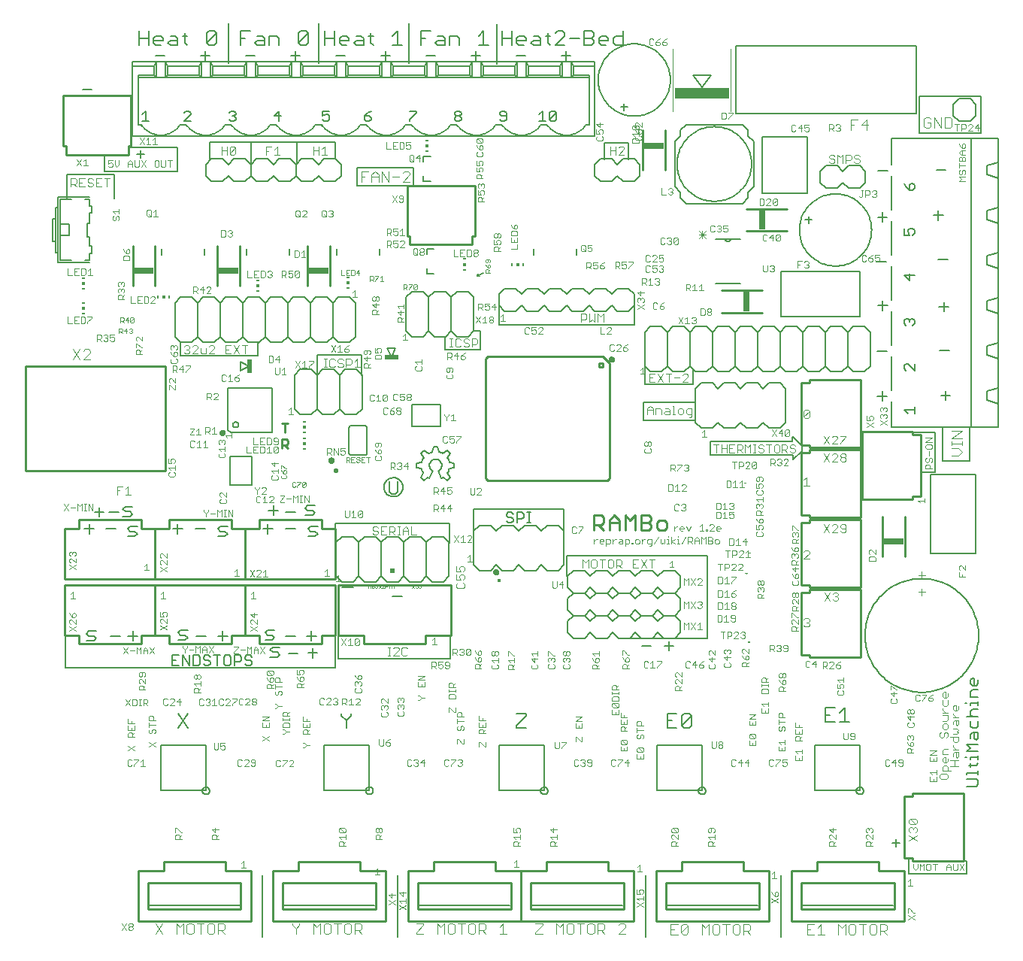
<source format=gto>
G75*
G70*
%OFA0B0*%
%FSLAX24Y24*%
%IPPOS*%
%LPD*%
%AMOC8*
5,1,8,0,0,1.08239X$1,22.5*
%
%ADD10C,0.0120*%
%ADD11C,0.0030*%
%ADD12C,0.0090*%
%ADD13C,0.0070*%
%ADD14C,0.0060*%
%ADD15C,0.0050*%
%ADD16C,0.0040*%
%ADD17C,0.0080*%
%ADD18C,0.0100*%
%ADD19C,0.0020*%
%ADD20R,0.0118X0.0059*%
%ADD21R,0.0118X0.0118*%
%ADD22R,0.0240X0.0620*%
%ADD23R,0.0620X0.0240*%
%ADD24C,0.0176*%
%ADD25R,0.0059X0.0118*%
%ADD26C,0.0000*%
%ADD27R,0.2441X0.0492*%
%ADD28C,0.0010*%
%ADD29R,0.0200X0.0200*%
%ADD30R,0.0878X0.0295*%
%ADD31C,0.0221*%
%ADD32R,0.0295X0.0878*%
D10*
X031749Y028993D02*
X031751Y029009D01*
X031757Y029025D01*
X031766Y029039D01*
X031778Y029050D01*
X031792Y029058D01*
X031808Y029063D01*
X031824Y029064D01*
X031840Y029061D01*
X031855Y029054D01*
X031869Y029045D01*
X031879Y029032D01*
X031887Y029017D01*
X031891Y029001D01*
X031891Y028985D01*
X031887Y028969D01*
X031879Y028954D01*
X031869Y028941D01*
X031856Y028932D01*
X031840Y028925D01*
X031824Y028922D01*
X031808Y028923D01*
X031792Y028928D01*
X031778Y028936D01*
X031766Y028947D01*
X031757Y028961D01*
X031751Y028977D01*
X031749Y028993D01*
X036574Y027768D02*
X036576Y027784D01*
X036582Y027800D01*
X036591Y027814D01*
X036603Y027825D01*
X036617Y027833D01*
X036633Y027838D01*
X036649Y027839D01*
X036665Y027836D01*
X036680Y027829D01*
X036694Y027820D01*
X036704Y027807D01*
X036712Y027792D01*
X036716Y027776D01*
X036716Y027760D01*
X036712Y027744D01*
X036704Y027729D01*
X036694Y027716D01*
X036681Y027707D01*
X036665Y027700D01*
X036649Y027697D01*
X036633Y027698D01*
X036617Y027703D01*
X036603Y027711D01*
X036591Y027722D01*
X036582Y027736D01*
X036576Y027752D01*
X036574Y027768D01*
X043874Y022818D02*
X043876Y022834D01*
X043882Y022850D01*
X043891Y022864D01*
X043903Y022875D01*
X043917Y022883D01*
X043933Y022888D01*
X043949Y022889D01*
X043965Y022886D01*
X043980Y022879D01*
X043994Y022870D01*
X044004Y022857D01*
X044012Y022842D01*
X044016Y022826D01*
X044016Y022810D01*
X044012Y022794D01*
X044004Y022779D01*
X043994Y022766D01*
X043981Y022757D01*
X043965Y022750D01*
X043949Y022747D01*
X043933Y022748D01*
X043917Y022753D01*
X043903Y022761D01*
X043891Y022772D01*
X043882Y022786D01*
X043876Y022802D01*
X043874Y022818D01*
X048999Y032243D02*
X049001Y032259D01*
X049007Y032275D01*
X049016Y032289D01*
X049028Y032300D01*
X049042Y032308D01*
X049058Y032313D01*
X049074Y032314D01*
X049090Y032311D01*
X049105Y032304D01*
X049119Y032295D01*
X049129Y032282D01*
X049137Y032267D01*
X049141Y032251D01*
X049141Y032235D01*
X049137Y032219D01*
X049129Y032204D01*
X049119Y032191D01*
X049106Y032182D01*
X049090Y032175D01*
X049074Y032172D01*
X049058Y032173D01*
X049042Y032178D01*
X049028Y032186D01*
X049016Y032197D01*
X049007Y032211D01*
X049001Y032227D01*
X048999Y032243D01*
D11*
X049035Y032638D02*
X049132Y032638D01*
X049180Y032687D01*
X049281Y032638D02*
X049475Y032832D01*
X049475Y032880D01*
X049426Y032929D01*
X049330Y032929D01*
X049281Y032880D01*
X049180Y032880D02*
X049132Y032929D01*
X049035Y032929D01*
X048987Y032880D01*
X048987Y032687D01*
X049035Y032638D01*
X049281Y032638D02*
X049475Y032638D01*
X049576Y032687D02*
X049624Y032638D01*
X049721Y032638D01*
X049769Y032687D01*
X049769Y032735D01*
X049721Y032783D01*
X049576Y032783D01*
X049576Y032687D01*
X049576Y032783D02*
X049673Y032880D01*
X049769Y032929D01*
X049048Y033383D02*
X048855Y033383D01*
X049048Y033577D01*
X049048Y033625D01*
X049000Y033674D01*
X048903Y033674D01*
X048855Y033625D01*
X048753Y033383D02*
X048560Y033383D01*
X048560Y033674D01*
X048447Y033908D02*
X048447Y034279D01*
X048570Y034155D01*
X048694Y034279D01*
X048694Y033908D01*
X048325Y033908D02*
X048325Y034279D01*
X048078Y034279D02*
X048078Y033908D01*
X048202Y034032D01*
X048325Y033908D01*
X047957Y034093D02*
X047895Y034032D01*
X047710Y034032D01*
X047710Y033908D02*
X047710Y034279D01*
X047895Y034279D01*
X047957Y034217D01*
X047957Y034093D01*
X046009Y033630D02*
X045960Y033679D01*
X045864Y033679D01*
X045815Y033630D01*
X045714Y033679D02*
X045521Y033679D01*
X045521Y033533D01*
X045617Y033582D01*
X045666Y033582D01*
X045714Y033533D01*
X045714Y033437D01*
X045666Y033388D01*
X045569Y033388D01*
X045521Y033437D01*
X045420Y033437D02*
X045371Y033388D01*
X045274Y033388D01*
X045226Y033437D01*
X045226Y033630D01*
X045274Y033679D01*
X045371Y033679D01*
X045420Y033630D01*
X045815Y033388D02*
X046009Y033582D01*
X046009Y033630D01*
X046009Y033388D02*
X045815Y033388D01*
X044338Y033964D02*
X044144Y033964D01*
X044241Y033964D02*
X044241Y034254D01*
X044144Y034157D01*
X043893Y034446D02*
X043893Y034737D01*
X043748Y034592D01*
X043941Y034592D01*
X043647Y034592D02*
X043647Y034495D01*
X043598Y034446D01*
X043502Y034446D01*
X043453Y034495D01*
X043453Y034592D02*
X043550Y034640D01*
X043598Y034640D01*
X043647Y034592D01*
X043647Y034737D02*
X043453Y034737D01*
X043453Y034592D01*
X043352Y034592D02*
X043304Y034543D01*
X043159Y034543D01*
X043255Y034543D02*
X043352Y034446D01*
X043352Y034592D02*
X043352Y034688D01*
X043304Y034737D01*
X043159Y034737D01*
X043159Y034446D01*
X043052Y033179D02*
X043114Y033117D01*
X043114Y032993D01*
X043052Y032932D01*
X042867Y032932D01*
X042746Y032932D02*
X042746Y032870D01*
X042684Y032808D01*
X042561Y032808D01*
X042499Y032870D01*
X042377Y032870D02*
X042316Y032808D01*
X042192Y032808D01*
X042131Y032870D01*
X042131Y033117D01*
X042192Y033179D01*
X042316Y033179D01*
X042377Y033117D01*
X042499Y033117D02*
X042499Y033055D01*
X042561Y032993D01*
X042684Y032993D01*
X042746Y032932D01*
X042867Y032808D02*
X042867Y033179D01*
X043052Y033179D01*
X042746Y033117D02*
X042684Y033179D01*
X042561Y033179D01*
X042499Y033117D01*
X042008Y033179D02*
X041885Y033179D01*
X041947Y033179D02*
X041947Y032808D01*
X042008Y032808D02*
X041885Y032808D01*
X041931Y032552D02*
X041979Y032504D01*
X041979Y032407D01*
X041931Y032359D01*
X041786Y032359D01*
X041883Y032359D02*
X041979Y032262D01*
X042080Y032407D02*
X042274Y032407D01*
X042375Y032407D02*
X042520Y032407D01*
X042569Y032359D01*
X042569Y032310D01*
X042520Y032262D01*
X042423Y032262D01*
X042375Y032310D01*
X042375Y032407D01*
X042472Y032504D01*
X042569Y032552D01*
X042226Y032552D02*
X042080Y032407D01*
X042226Y032262D02*
X042226Y032552D01*
X041931Y032552D02*
X041786Y032552D01*
X041786Y032262D01*
X041779Y031894D02*
X041731Y031845D01*
X041731Y031748D01*
X041779Y031700D01*
X041828Y031700D01*
X041876Y031748D01*
X041876Y031894D01*
X041973Y031894D02*
X041779Y031894D01*
X041973Y031894D02*
X042021Y031845D01*
X042021Y031748D01*
X041973Y031700D01*
X041973Y031599D02*
X042021Y031551D01*
X042021Y031454D01*
X041973Y031405D01*
X041779Y031405D01*
X041731Y031454D01*
X041731Y031551D01*
X041779Y031599D01*
X040649Y031810D02*
X040649Y031906D01*
X040601Y031955D01*
X040649Y032056D02*
X040649Y032249D01*
X040649Y032153D02*
X040359Y032153D01*
X040456Y032056D01*
X040407Y031955D02*
X040359Y031906D01*
X040359Y031810D01*
X040407Y031761D01*
X040601Y031761D01*
X040649Y031810D01*
X040119Y030731D02*
X040168Y030682D01*
X040168Y030634D01*
X040119Y030586D01*
X040023Y030586D01*
X039974Y030634D01*
X039974Y030682D01*
X040023Y030731D01*
X040119Y030731D01*
X040119Y030586D02*
X040168Y030537D01*
X040168Y030489D01*
X040119Y030440D01*
X040023Y030440D01*
X039974Y030489D01*
X039974Y030537D01*
X040023Y030586D01*
X039873Y030586D02*
X039873Y030489D01*
X039825Y030440D01*
X039728Y030440D01*
X039680Y030489D01*
X039680Y030586D02*
X039776Y030634D01*
X039825Y030634D01*
X039873Y030586D01*
X039873Y030731D02*
X039680Y030731D01*
X039680Y030586D01*
X039578Y030682D02*
X039530Y030731D01*
X039433Y030731D01*
X039385Y030682D01*
X039385Y030489D01*
X039433Y030440D01*
X039530Y030440D01*
X039578Y030489D01*
X039573Y030124D02*
X039669Y030124D01*
X039718Y030075D01*
X039718Y030027D01*
X039669Y029978D01*
X039573Y029978D01*
X039524Y030027D01*
X039524Y030075D01*
X039573Y030124D01*
X039573Y029978D02*
X039524Y029930D01*
X039524Y029882D01*
X039573Y029833D01*
X039669Y029833D01*
X039718Y029882D01*
X039718Y029930D01*
X039669Y029978D01*
X039423Y029930D02*
X039375Y029978D01*
X039230Y029978D01*
X039230Y029882D01*
X039278Y029833D01*
X039375Y029833D01*
X039423Y029882D01*
X039423Y029930D01*
X039326Y030075D02*
X039230Y029978D01*
X039326Y030075D02*
X039423Y030124D01*
X039128Y030075D02*
X039080Y030124D01*
X038983Y030124D01*
X038935Y030075D01*
X038935Y029882D01*
X038983Y029833D01*
X039080Y029833D01*
X039128Y029882D01*
X039069Y030410D02*
X038972Y030410D01*
X038924Y030458D01*
X039117Y030651D01*
X039117Y030458D01*
X039069Y030410D01*
X038924Y030458D02*
X038924Y030651D01*
X038972Y030700D01*
X039069Y030700D01*
X039117Y030651D01*
X038822Y030410D02*
X038629Y030410D01*
X038726Y030410D02*
X038726Y030700D01*
X038629Y030603D01*
X038528Y030651D02*
X038479Y030700D01*
X038383Y030700D01*
X038334Y030651D01*
X038334Y030458D01*
X038383Y030410D01*
X038479Y030410D01*
X038528Y030458D01*
X038367Y031886D02*
X038077Y031886D01*
X038077Y032031D01*
X038125Y032080D01*
X038222Y032080D01*
X038270Y032031D01*
X038270Y031886D01*
X038270Y031983D02*
X038367Y032080D01*
X038222Y032181D02*
X038222Y032375D01*
X038173Y032476D02*
X038222Y032524D01*
X038222Y032669D01*
X038319Y032669D02*
X038125Y032669D01*
X038077Y032621D01*
X038077Y032524D01*
X038125Y032476D01*
X038173Y032476D01*
X038319Y032476D02*
X038367Y032524D01*
X038367Y032621D01*
X038319Y032669D01*
X038561Y032760D02*
X038561Y032567D01*
X038707Y032567D01*
X038658Y032664D01*
X038658Y032712D01*
X038707Y032760D01*
X038803Y032760D01*
X038852Y032712D01*
X038852Y032615D01*
X038803Y032567D01*
X038803Y032466D02*
X038610Y032466D01*
X038561Y032417D01*
X038561Y032272D01*
X038852Y032272D01*
X038852Y032417D01*
X038803Y032466D01*
X038367Y032326D02*
X038077Y032326D01*
X038222Y032181D01*
X037907Y031908D02*
X037660Y031908D01*
X037784Y031908D02*
X037784Y032279D01*
X037660Y032155D01*
X037539Y032093D02*
X037477Y032032D01*
X037292Y032032D01*
X037171Y032032D02*
X037171Y031970D01*
X037109Y031908D01*
X036986Y031908D01*
X036924Y031970D01*
X036802Y031970D02*
X036741Y031908D01*
X036617Y031908D01*
X036556Y031970D01*
X036556Y032217D01*
X036617Y032279D01*
X036741Y032279D01*
X036802Y032217D01*
X036924Y032217D02*
X036924Y032155D01*
X036986Y032093D01*
X037109Y032093D01*
X037171Y032032D01*
X037292Y031908D02*
X037292Y032279D01*
X037477Y032279D01*
X037539Y032217D01*
X037539Y032093D01*
X037171Y032217D02*
X037109Y032279D01*
X036986Y032279D01*
X036924Y032217D01*
X036924Y032581D02*
X037117Y032581D01*
X037021Y032581D02*
X037021Y032872D01*
X036924Y032775D01*
X036823Y032872D02*
X036629Y032581D01*
X036823Y032581D02*
X036629Y032872D01*
X037218Y032727D02*
X037364Y032727D01*
X037412Y032678D01*
X037412Y032630D01*
X037364Y032581D01*
X037267Y032581D01*
X037218Y032630D01*
X037218Y032727D01*
X037315Y032823D01*
X037412Y032872D01*
X036433Y032279D02*
X036310Y032279D01*
X036372Y032279D02*
X036372Y031908D01*
X036433Y031908D02*
X036310Y031908D01*
X035833Y032134D02*
X035640Y031940D01*
X035640Y031892D01*
X035539Y031892D02*
X035345Y031892D01*
X035442Y031892D02*
X035442Y032182D01*
X035345Y032085D01*
X035244Y032182D02*
X035051Y031892D01*
X035244Y031892D02*
X035051Y032182D01*
X035640Y032182D02*
X035833Y032182D01*
X035833Y032134D01*
X034626Y031595D02*
X034433Y031595D01*
X034530Y031595D02*
X034530Y031885D01*
X034433Y031788D01*
X034332Y031885D02*
X034332Y031643D01*
X034283Y031595D01*
X034187Y031595D01*
X034138Y031643D01*
X034138Y031885D01*
X034005Y032121D02*
X034053Y032169D01*
X034053Y032363D01*
X034005Y032411D01*
X033860Y032411D01*
X033860Y032121D01*
X034005Y032121D01*
X034155Y032266D02*
X034348Y032266D01*
X034300Y032411D02*
X034155Y032266D01*
X034300Y032121D02*
X034300Y032411D01*
X032924Y032879D02*
X032677Y032879D01*
X032555Y032879D02*
X032308Y032508D01*
X032187Y032508D02*
X031940Y032508D01*
X031940Y032879D01*
X032187Y032879D01*
X032308Y032879D02*
X032555Y032508D01*
X032800Y032508D02*
X032800Y032879D01*
X032064Y032693D02*
X031940Y032693D01*
X031450Y032755D02*
X031450Y032817D01*
X031389Y032879D01*
X031265Y032879D01*
X031203Y032817D01*
X031082Y032755D02*
X031082Y032508D01*
X030897Y032508D01*
X030835Y032570D01*
X030835Y032755D01*
X030714Y032755D02*
X030714Y032817D01*
X030652Y032879D01*
X030529Y032879D01*
X030467Y032817D01*
X030345Y032817D02*
X030345Y032755D01*
X030284Y032693D01*
X030345Y032632D01*
X030345Y032570D01*
X030284Y032508D01*
X030160Y032508D01*
X030099Y032570D01*
X030222Y032693D02*
X030284Y032693D01*
X030345Y032817D02*
X030284Y032879D01*
X030160Y032879D01*
X030099Y032817D01*
X029800Y032834D02*
X029800Y032737D01*
X029752Y032689D01*
X029752Y032588D02*
X029703Y032588D01*
X029655Y032539D01*
X029655Y032394D01*
X029752Y032394D01*
X029800Y032442D01*
X029800Y032539D01*
X029752Y032588D01*
X029558Y032491D02*
X029655Y032394D01*
X029558Y032491D02*
X029510Y032588D01*
X029558Y032689D02*
X029510Y032737D01*
X029510Y032834D01*
X029558Y032882D01*
X029607Y032882D01*
X029655Y032834D01*
X029703Y032882D01*
X029752Y032882D01*
X029800Y032834D01*
X029655Y032834D02*
X029655Y032785D01*
X029752Y032293D02*
X029800Y032244D01*
X029800Y032148D01*
X029752Y032099D01*
X029558Y032099D01*
X029510Y032148D01*
X029510Y032244D01*
X029558Y032293D01*
X029598Y031972D02*
X029743Y031972D01*
X029791Y031924D01*
X029791Y031827D01*
X029743Y031779D01*
X029598Y031779D01*
X029694Y031779D02*
X029791Y031682D01*
X029892Y031827D02*
X030086Y031827D01*
X030187Y031730D02*
X030187Y031682D01*
X030187Y031730D02*
X030380Y031924D01*
X030380Y031972D01*
X030187Y031972D01*
X030037Y031972D02*
X029892Y031827D01*
X030037Y031682D02*
X030037Y031972D01*
X029598Y031972D02*
X029598Y031682D01*
X029528Y031409D02*
X029480Y031409D01*
X029432Y031361D01*
X029432Y031264D01*
X029480Y031216D01*
X029480Y031115D02*
X029674Y030921D01*
X029722Y030921D01*
X029722Y031115D01*
X029722Y031216D02*
X029528Y031409D01*
X029722Y031409D02*
X029722Y031216D01*
X029480Y031115D02*
X029432Y031115D01*
X029432Y030921D01*
X031126Y030767D02*
X031126Y030477D01*
X031126Y030574D02*
X031271Y030574D01*
X031320Y030622D01*
X031320Y030719D01*
X031271Y030767D01*
X031126Y030767D01*
X031223Y030574D02*
X031320Y030477D01*
X031421Y030477D02*
X031614Y030671D01*
X031614Y030719D01*
X031566Y030767D01*
X031469Y030767D01*
X031421Y030719D01*
X031421Y030477D02*
X031614Y030477D01*
X031814Y031294D02*
X031911Y031294D01*
X031960Y031342D01*
X032061Y031294D02*
X032254Y031294D01*
X032158Y031294D02*
X032158Y031584D01*
X032061Y031487D01*
X031960Y031536D02*
X031911Y031584D01*
X031814Y031584D01*
X031766Y031536D01*
X031766Y031342D01*
X031814Y031294D01*
X032355Y031342D02*
X032404Y031294D01*
X032501Y031294D01*
X032549Y031342D01*
X032549Y031391D01*
X032501Y031439D01*
X032355Y031439D01*
X032355Y031342D01*
X032355Y031439D02*
X032452Y031536D01*
X032549Y031584D01*
X031450Y032508D02*
X031203Y032508D01*
X031450Y032755D01*
X030714Y032755D02*
X030467Y032508D01*
X030714Y032508D01*
X028817Y034755D02*
X028623Y034755D01*
X028817Y034948D01*
X028817Y034996D01*
X028768Y035045D01*
X028672Y035045D01*
X028623Y034996D01*
X028522Y034996D02*
X028474Y035045D01*
X028329Y035045D01*
X028329Y034755D01*
X028474Y034755D01*
X028522Y034803D01*
X028522Y034996D01*
X028227Y035045D02*
X028034Y035045D01*
X028034Y034755D01*
X028227Y034755D01*
X028131Y034900D02*
X028034Y034900D01*
X027933Y034755D02*
X027739Y034755D01*
X027739Y035045D01*
X027457Y035107D02*
X027360Y035010D01*
X027360Y035058D02*
X027360Y034913D01*
X027457Y034913D02*
X027167Y034913D01*
X027167Y035058D01*
X027215Y035107D01*
X027312Y035107D01*
X027360Y035058D01*
X027409Y035208D02*
X027457Y035256D01*
X027457Y035353D01*
X027409Y035401D01*
X027360Y035401D01*
X027312Y035353D01*
X027312Y035304D01*
X027312Y035353D02*
X027263Y035401D01*
X027215Y035401D01*
X027167Y035353D01*
X027167Y035256D01*
X027215Y035208D01*
X027215Y035502D02*
X027167Y035551D01*
X027167Y035647D01*
X027215Y035696D01*
X027263Y035696D01*
X027312Y035647D01*
X027360Y035696D01*
X027409Y035696D01*
X027457Y035647D01*
X027457Y035551D01*
X027409Y035502D01*
X027312Y035599D02*
X027312Y035647D01*
X027402Y036651D02*
X027402Y036796D01*
X027451Y036844D01*
X027644Y036844D01*
X027693Y036796D01*
X027693Y036651D01*
X027402Y036651D01*
X027547Y036945D02*
X027547Y037090D01*
X027596Y037139D01*
X027644Y037139D01*
X027693Y037090D01*
X027693Y036994D01*
X027644Y036945D01*
X027547Y036945D01*
X027451Y037042D01*
X027402Y037139D01*
X027177Y038419D02*
X027225Y038467D01*
X027225Y038564D01*
X027177Y038613D01*
X027128Y038613D01*
X027080Y038564D01*
X027080Y038467D01*
X027032Y038419D01*
X026983Y038419D01*
X026935Y038467D01*
X026935Y038564D01*
X026983Y038613D01*
X027032Y038714D02*
X026935Y038810D01*
X027225Y038810D01*
X027225Y038714D02*
X027225Y038907D01*
X028451Y038840D02*
X028499Y038888D01*
X028596Y038888D01*
X028644Y038840D01*
X028644Y038646D01*
X028596Y038598D01*
X028499Y038598D01*
X028451Y038646D01*
X028451Y038840D01*
X028547Y038695D02*
X028644Y038598D01*
X028745Y038598D02*
X028939Y038598D01*
X028842Y038598D02*
X028842Y038888D01*
X028745Y038791D01*
X028846Y040783D02*
X028943Y040783D01*
X028991Y040832D01*
X028991Y041025D01*
X028943Y041074D01*
X028846Y041074D01*
X028798Y041025D01*
X028798Y040832D01*
X028846Y040783D01*
X029092Y040832D02*
X029141Y040783D01*
X029237Y040783D01*
X029286Y040832D01*
X029286Y041074D01*
X029387Y041074D02*
X029580Y041074D01*
X029484Y041074D02*
X029484Y040783D01*
X029092Y040832D02*
X029092Y041074D01*
X028402Y041074D02*
X028208Y040783D01*
X028107Y040832D02*
X028107Y041074D01*
X028208Y041074D02*
X028402Y040783D01*
X028107Y040832D02*
X028059Y040783D01*
X027962Y040783D01*
X027914Y040832D01*
X027914Y041074D01*
X027812Y040977D02*
X027812Y040783D01*
X027812Y040928D02*
X027619Y040928D01*
X027619Y040977D02*
X027716Y041074D01*
X027812Y040977D01*
X027619Y040977D02*
X027619Y040783D01*
X027223Y040880D02*
X027223Y041074D01*
X027030Y041074D02*
X027030Y040880D01*
X027126Y040783D01*
X027223Y040880D01*
X026928Y040832D02*
X026880Y040783D01*
X026783Y040783D01*
X026735Y040832D01*
X026735Y040928D02*
X026832Y040977D01*
X026880Y040977D01*
X026928Y040928D01*
X026928Y040832D01*
X026735Y040928D02*
X026735Y041074D01*
X026928Y041074D01*
X025836Y040846D02*
X025642Y040846D01*
X025739Y040846D02*
X025739Y041136D01*
X025642Y041039D01*
X025541Y041136D02*
X025348Y040846D01*
X025541Y040846D02*
X025348Y041136D01*
X028135Y041783D02*
X028328Y042074D01*
X028430Y041977D02*
X028526Y042074D01*
X028526Y041783D01*
X028430Y041783D02*
X028623Y041783D01*
X028724Y041783D02*
X028918Y041783D01*
X028821Y041783D02*
X028821Y042074D01*
X028724Y041977D01*
X028328Y041783D02*
X028135Y042074D01*
X031760Y041704D02*
X031760Y041333D01*
X031760Y041518D02*
X032007Y041518D01*
X032128Y041395D02*
X032375Y041642D01*
X032375Y041395D01*
X032313Y041333D01*
X032190Y041333D01*
X032128Y041395D01*
X032128Y041642D01*
X032190Y041704D01*
X032313Y041704D01*
X032375Y041642D01*
X032007Y041704D02*
X032007Y041333D01*
X033735Y041308D02*
X033735Y041679D01*
X033982Y041679D01*
X034103Y041555D02*
X034227Y041679D01*
X034227Y041308D01*
X034350Y041308D02*
X034103Y041308D01*
X033858Y041493D02*
X033735Y041493D01*
X035835Y041518D02*
X036082Y041518D01*
X036203Y041580D02*
X036327Y041704D01*
X036327Y041333D01*
X036450Y041333D02*
X036203Y041333D01*
X036082Y041333D02*
X036082Y041704D01*
X035835Y041704D02*
X035835Y041333D01*
X035486Y038866D02*
X035389Y038866D01*
X035341Y038817D01*
X035240Y038817D02*
X035240Y038624D01*
X035191Y038575D01*
X035095Y038575D01*
X035046Y038624D01*
X035046Y038817D01*
X035095Y038866D01*
X035191Y038866D01*
X035240Y038817D01*
X035143Y038672D02*
X035240Y038575D01*
X035341Y038575D02*
X035534Y038769D01*
X035534Y038817D01*
X035486Y038866D01*
X035534Y038575D02*
X035341Y038575D01*
X036206Y038626D02*
X036254Y038578D01*
X036351Y038578D01*
X036399Y038626D01*
X036399Y038820D01*
X036351Y038868D01*
X036254Y038868D01*
X036206Y038820D01*
X036206Y038626D01*
X036302Y038675D02*
X036399Y038578D01*
X036500Y038626D02*
X036549Y038578D01*
X036645Y038578D01*
X036694Y038626D01*
X036694Y038675D01*
X036645Y038723D01*
X036597Y038723D01*
X036645Y038723D02*
X036694Y038771D01*
X036694Y038820D01*
X036645Y038868D01*
X036549Y038868D01*
X036500Y038820D01*
X035394Y037086D02*
X035394Y036796D01*
X035490Y036796D02*
X035297Y036796D01*
X035196Y036844D02*
X035196Y037038D01*
X035147Y037086D01*
X035002Y037086D01*
X035002Y036796D01*
X035147Y036796D01*
X035196Y036844D01*
X035297Y036989D02*
X035394Y037086D01*
X035167Y036194D02*
X035215Y036145D01*
X035022Y035952D01*
X035070Y035903D01*
X035167Y035903D01*
X035215Y035952D01*
X035215Y036145D01*
X035167Y036194D02*
X035070Y036194D01*
X035022Y036145D01*
X035022Y035952D01*
X034921Y035952D02*
X034921Y036049D01*
X034872Y036097D01*
X034824Y036097D01*
X034727Y036049D01*
X034727Y036194D01*
X034921Y036194D01*
X034921Y035952D02*
X034872Y035903D01*
X034776Y035903D01*
X034727Y035952D01*
X034626Y035903D02*
X034529Y036000D01*
X034578Y036000D02*
X034433Y036000D01*
X034433Y035903D02*
X034433Y036194D01*
X034578Y036194D01*
X034626Y036145D01*
X034626Y036049D01*
X034578Y036000D01*
X034001Y035987D02*
X034001Y035939D01*
X033953Y035890D01*
X033856Y035890D01*
X033808Y035939D01*
X033706Y035939D02*
X033706Y036132D01*
X033658Y036180D01*
X033513Y036180D01*
X033513Y035890D01*
X033658Y035890D01*
X033706Y035939D01*
X033808Y036132D02*
X033856Y036180D01*
X033953Y036180D01*
X034001Y036132D01*
X034001Y036084D01*
X033953Y036035D01*
X034001Y035987D01*
X033953Y036035D02*
X033904Y036035D01*
X033412Y035890D02*
X033218Y035890D01*
X033218Y036180D01*
X033412Y036180D01*
X033315Y036035D02*
X033218Y036035D01*
X033117Y035890D02*
X032924Y035890D01*
X032924Y036180D01*
X032192Y037696D02*
X032095Y037696D01*
X032047Y037744D01*
X031946Y037744D02*
X031946Y037938D01*
X031897Y037986D01*
X031752Y037986D01*
X031752Y037696D01*
X031897Y037696D01*
X031946Y037744D01*
X032047Y037938D02*
X032095Y037986D01*
X032192Y037986D01*
X032240Y037938D01*
X032240Y037889D01*
X032192Y037841D01*
X032240Y037792D01*
X032240Y037744D01*
X032192Y037696D01*
X032192Y037841D02*
X032144Y037841D01*
X031240Y035484D02*
X031143Y035484D01*
X031095Y035436D01*
X030994Y035339D02*
X030800Y035339D01*
X030945Y035484D01*
X030945Y035194D01*
X031095Y035194D02*
X031288Y035387D01*
X031288Y035436D01*
X031240Y035484D01*
X031288Y035194D02*
X031095Y035194D01*
X030699Y035194D02*
X030602Y035291D01*
X030651Y035291D02*
X030506Y035291D01*
X030506Y035194D02*
X030506Y035484D01*
X030651Y035484D01*
X030699Y035436D01*
X030699Y035339D01*
X030651Y035291D01*
X028255Y033266D02*
X028255Y033073D01*
X028062Y033266D01*
X028013Y033266D01*
X027965Y033218D01*
X027965Y033121D01*
X028013Y033073D01*
X028013Y032971D02*
X028207Y032778D01*
X028255Y032778D01*
X028255Y032677D02*
X028158Y032580D01*
X028158Y032628D02*
X028158Y032483D01*
X028255Y032483D02*
X027965Y032483D01*
X027965Y032628D01*
X028013Y032677D01*
X028110Y032677D01*
X028158Y032628D01*
X027965Y032778D02*
X027965Y032971D01*
X028013Y032971D01*
X027017Y033116D02*
X026969Y033067D01*
X026872Y033067D01*
X026824Y033116D01*
X026824Y033212D02*
X026920Y033261D01*
X026969Y033261D01*
X027017Y033212D01*
X027017Y033116D01*
X026824Y033212D02*
X026824Y033357D01*
X027017Y033357D01*
X026723Y033309D02*
X026723Y033261D01*
X026674Y033212D01*
X026723Y033164D01*
X026723Y033116D01*
X026674Y033067D01*
X026577Y033067D01*
X026529Y033116D01*
X026428Y033067D02*
X026331Y033164D01*
X026380Y033164D02*
X026234Y033164D01*
X026234Y033067D02*
X026234Y033357D01*
X026380Y033357D01*
X026428Y033309D01*
X026428Y033212D01*
X026380Y033164D01*
X026529Y033309D02*
X026577Y033357D01*
X026674Y033357D01*
X026723Y033309D01*
X026674Y033212D02*
X026626Y033212D01*
X025826Y033907D02*
X026019Y034100D01*
X026019Y034149D01*
X025826Y034149D01*
X025725Y034100D02*
X025676Y034149D01*
X025531Y034149D01*
X025531Y033858D01*
X025676Y033858D01*
X025725Y033907D01*
X025725Y034100D01*
X025826Y033907D02*
X025826Y033858D01*
X025430Y033858D02*
X025237Y033858D01*
X025237Y034149D01*
X025430Y034149D01*
X025333Y034003D02*
X025237Y034003D01*
X025135Y033858D02*
X024942Y033858D01*
X024942Y034149D01*
X024950Y036003D02*
X025143Y036003D01*
X025244Y036003D02*
X025438Y036003D01*
X025539Y036003D02*
X025684Y036003D01*
X025733Y036051D01*
X025733Y036244D01*
X025684Y036293D01*
X025539Y036293D01*
X025539Y036003D01*
X025341Y036148D02*
X025244Y036148D01*
X025244Y036293D02*
X025244Y036003D01*
X025244Y036293D02*
X025438Y036293D01*
X025834Y036196D02*
X025930Y036293D01*
X025930Y036003D01*
X025834Y036003D02*
X026027Y036003D01*
X024950Y036003D02*
X024950Y036293D01*
X030363Y029199D02*
X030557Y029199D01*
X030557Y029150D01*
X030363Y028957D01*
X030363Y028908D01*
X030557Y028908D01*
X030658Y028908D02*
X030851Y028908D01*
X030755Y028908D02*
X030755Y029199D01*
X030658Y029102D01*
X031055Y029063D02*
X031200Y029063D01*
X031248Y029112D01*
X031248Y029208D01*
X031200Y029257D01*
X031055Y029257D01*
X031055Y028966D01*
X031152Y029063D02*
X031248Y028966D01*
X031350Y028966D02*
X031543Y028966D01*
X031446Y028966D02*
X031446Y029257D01*
X031350Y029160D01*
X031681Y028688D02*
X031730Y028688D01*
X031778Y028640D01*
X031826Y028688D01*
X031875Y028688D01*
X031923Y028640D01*
X031923Y028543D01*
X031875Y028494D01*
X031923Y028393D02*
X031923Y028200D01*
X031923Y028297D02*
X031633Y028297D01*
X031730Y028200D01*
X031681Y028099D02*
X031633Y028050D01*
X031633Y027954D01*
X031681Y027905D01*
X031875Y027905D01*
X031923Y027954D01*
X031923Y028050D01*
X031875Y028099D01*
X031681Y028494D02*
X031633Y028543D01*
X031633Y028640D01*
X031681Y028688D01*
X031778Y028640D02*
X031778Y028591D01*
X032024Y028788D02*
X031927Y028885D01*
X032218Y028885D01*
X032218Y028981D02*
X032218Y028788D01*
X032892Y028395D02*
X032892Y028105D01*
X033085Y028105D01*
X033187Y028105D02*
X033380Y028105D01*
X033481Y028105D02*
X033626Y028105D01*
X033675Y028153D01*
X033675Y028347D01*
X033626Y028395D01*
X033481Y028395D01*
X033481Y028105D01*
X033283Y028250D02*
X033187Y028250D01*
X033187Y028395D02*
X033187Y028105D01*
X033187Y028395D02*
X033380Y028395D01*
X033385Y028483D02*
X033192Y028483D01*
X033192Y028773D01*
X033487Y028773D02*
X033487Y028483D01*
X033680Y028483D01*
X033781Y028483D02*
X033926Y028483D01*
X033975Y028531D01*
X033975Y028725D01*
X033926Y028773D01*
X033781Y028773D01*
X033781Y028483D01*
X033873Y028395D02*
X033873Y028105D01*
X033969Y028105D02*
X033776Y028105D01*
X033776Y028298D02*
X033873Y028395D01*
X034070Y028347D02*
X034119Y028395D01*
X034216Y028395D01*
X034264Y028347D01*
X034070Y028153D01*
X034119Y028105D01*
X034216Y028105D01*
X034264Y028153D01*
X034264Y028347D01*
X034221Y028483D02*
X034269Y028531D01*
X034269Y028725D01*
X034221Y028773D01*
X034124Y028773D01*
X034076Y028725D01*
X034076Y028676D01*
X034124Y028628D01*
X034269Y028628D01*
X034221Y028483D02*
X034124Y028483D01*
X034076Y028531D01*
X034070Y028347D02*
X034070Y028153D01*
X034119Y027699D02*
X034119Y027505D01*
X033974Y027650D01*
X034264Y027650D01*
X034264Y027404D02*
X034264Y027210D01*
X034264Y027307D02*
X033974Y027307D01*
X034071Y027210D01*
X034023Y027109D02*
X033974Y027061D01*
X033974Y026964D01*
X034023Y026916D01*
X034216Y026916D01*
X034264Y026964D01*
X034264Y027061D01*
X034216Y027109D01*
X033693Y026594D02*
X033597Y026594D01*
X033548Y026546D01*
X033447Y026546D02*
X033447Y026594D01*
X033447Y026546D02*
X033350Y026449D01*
X033350Y026304D01*
X033348Y026199D02*
X033299Y026151D01*
X033299Y025957D01*
X033348Y025909D01*
X033444Y025909D01*
X033493Y025957D01*
X033594Y025909D02*
X033788Y025909D01*
X033691Y025909D02*
X033691Y026199D01*
X033594Y026102D01*
X033493Y026151D02*
X033444Y026199D01*
X033348Y026199D01*
X033548Y026304D02*
X033742Y026497D01*
X033742Y026546D01*
X033693Y026594D01*
X033742Y026304D02*
X033548Y026304D01*
X033350Y026449D02*
X033254Y026546D01*
X033254Y026594D01*
X033889Y026151D02*
X033937Y026199D01*
X034034Y026199D01*
X034082Y026151D01*
X034082Y026102D01*
X033889Y025909D01*
X034082Y025909D01*
X034360Y025933D02*
X034553Y025933D01*
X034655Y026078D02*
X034848Y026078D01*
X034949Y025933D02*
X034949Y026224D01*
X035046Y026127D01*
X035143Y026224D01*
X035143Y025933D01*
X035244Y025933D02*
X035341Y025933D01*
X035292Y025933D02*
X035292Y026224D01*
X035244Y026224D02*
X035341Y026224D01*
X035440Y026224D02*
X035634Y025933D01*
X035634Y026224D01*
X035440Y026224D02*
X035440Y025933D01*
X034553Y026175D02*
X034360Y025982D01*
X034360Y025933D01*
X034360Y026224D02*
X034553Y026224D01*
X034553Y026175D01*
X032259Y025574D02*
X032259Y025283D01*
X032065Y025574D01*
X032065Y025283D01*
X031966Y025283D02*
X031869Y025283D01*
X031917Y025283D02*
X031917Y025574D01*
X031869Y025574D02*
X031966Y025574D01*
X031768Y025574D02*
X031768Y025283D01*
X031574Y025283D02*
X031574Y025574D01*
X031671Y025477D01*
X031768Y025574D01*
X031740Y025872D02*
X031933Y025872D01*
X031982Y025920D01*
X031982Y026017D01*
X031933Y026065D01*
X031982Y026167D02*
X031788Y026360D01*
X031740Y026360D01*
X031692Y026312D01*
X031692Y026215D01*
X031740Y026167D01*
X031740Y026065D02*
X031692Y026017D01*
X031692Y025920D01*
X031740Y025872D01*
X031982Y026167D02*
X031982Y026360D01*
X031178Y025574D02*
X031178Y025525D01*
X031082Y025428D01*
X031082Y025283D01*
X031082Y025428D02*
X030985Y025525D01*
X030985Y025574D01*
X031280Y025428D02*
X031473Y025428D01*
X029702Y027118D02*
X029702Y027215D01*
X029653Y027263D01*
X029702Y027364D02*
X029702Y027558D01*
X029702Y027461D02*
X029412Y027461D01*
X029508Y027364D01*
X029460Y027263D02*
X029412Y027215D01*
X029412Y027118D01*
X029460Y027070D01*
X029653Y027070D01*
X029702Y027118D01*
X029653Y027659D02*
X029702Y027707D01*
X029702Y027804D01*
X029653Y027852D01*
X029557Y027852D01*
X029508Y027804D01*
X029508Y027756D01*
X029557Y027659D01*
X029412Y027659D01*
X029412Y027852D01*
X030371Y028418D02*
X030419Y028370D01*
X030516Y028370D01*
X030564Y028418D01*
X030665Y028370D02*
X030859Y028370D01*
X030762Y028370D02*
X030762Y028660D01*
X030665Y028563D01*
X030564Y028611D02*
X030516Y028660D01*
X030419Y028660D01*
X030371Y028611D01*
X030371Y028418D01*
X030960Y028370D02*
X031153Y028370D01*
X031057Y028370D02*
X031057Y028660D01*
X030960Y028563D01*
X033487Y028628D02*
X033583Y028628D01*
X033487Y028773D02*
X033680Y028773D01*
X034754Y029833D02*
X034947Y029833D01*
X034850Y029833D02*
X034850Y030123D01*
X034754Y030026D01*
X036445Y028320D02*
X036445Y028030D01*
X036445Y028127D02*
X036590Y028127D01*
X036638Y028175D01*
X036638Y028272D01*
X036590Y028320D01*
X036445Y028320D01*
X036542Y028127D02*
X036638Y028030D01*
X036739Y028030D02*
X036739Y028320D01*
X036933Y028030D01*
X036933Y028320D01*
X037034Y028320D02*
X037034Y028175D01*
X037131Y028224D01*
X037179Y028224D01*
X037228Y028175D01*
X037228Y028079D01*
X037179Y028030D01*
X037083Y028030D01*
X037034Y028079D01*
X037034Y028320D02*
X037228Y028320D01*
X038565Y028271D02*
X038613Y028175D01*
X038710Y028078D01*
X038710Y028223D01*
X038758Y028271D01*
X038807Y028271D01*
X038855Y028223D01*
X038855Y028126D01*
X038807Y028078D01*
X038710Y028078D01*
X038807Y027977D02*
X038855Y027928D01*
X038855Y027832D01*
X038807Y027783D01*
X038613Y027783D01*
X038565Y027832D01*
X038565Y027928D01*
X038613Y027977D01*
X038613Y028373D02*
X038662Y028373D01*
X038710Y028421D01*
X038710Y028566D01*
X038807Y028566D02*
X038613Y028566D01*
X038565Y028518D01*
X038565Y028421D01*
X038613Y028373D01*
X038807Y028373D02*
X038855Y028421D01*
X038855Y028518D01*
X038807Y028566D01*
X039260Y027674D02*
X039405Y027674D01*
X039453Y027625D01*
X039453Y027528D01*
X039405Y027480D01*
X039260Y027480D01*
X039260Y027383D02*
X039260Y027674D01*
X039357Y027480D02*
X039453Y027383D01*
X039555Y027432D02*
X039603Y027383D01*
X039700Y027383D01*
X039748Y027432D01*
X039748Y027480D01*
X039700Y027528D01*
X039651Y027528D01*
X039700Y027528D02*
X039748Y027577D01*
X039748Y027625D01*
X039700Y027674D01*
X039603Y027674D01*
X039555Y027625D01*
X039849Y027528D02*
X040043Y027528D01*
X039994Y027383D02*
X039994Y027674D01*
X039849Y027528D01*
X041180Y026582D02*
X041180Y026291D01*
X041180Y026388D02*
X041325Y026388D01*
X041374Y026437D01*
X041374Y026533D01*
X041325Y026582D01*
X041180Y026582D01*
X041277Y026388D02*
X041374Y026291D01*
X041475Y026437D02*
X041668Y026437D01*
X041770Y026437D02*
X041866Y026485D01*
X041915Y026485D01*
X041963Y026437D01*
X041963Y026340D01*
X041915Y026291D01*
X041818Y026291D01*
X041770Y026340D01*
X041770Y026437D02*
X041770Y026582D01*
X041963Y026582D01*
X041620Y026582D02*
X041475Y026437D01*
X041620Y026291D02*
X041620Y026582D01*
X041620Y025807D02*
X041475Y025662D01*
X041668Y025662D01*
X041770Y025662D02*
X041963Y025662D01*
X041915Y025807D02*
X041770Y025662D01*
X041915Y025517D02*
X041915Y025807D01*
X041620Y025807D02*
X041620Y025517D01*
X041374Y025517D02*
X041277Y025613D01*
X041325Y025613D02*
X041180Y025613D01*
X041180Y025517D02*
X041180Y025807D01*
X041325Y025807D01*
X041374Y025759D01*
X041374Y025662D01*
X041325Y025613D01*
X042074Y024455D02*
X042268Y024165D01*
X042369Y024165D02*
X042562Y024165D01*
X042466Y024165D02*
X042466Y024455D01*
X042369Y024359D01*
X042268Y024455D02*
X042074Y024165D01*
X042664Y024165D02*
X042857Y024359D01*
X042857Y024407D01*
X042809Y024455D01*
X042712Y024455D01*
X042664Y024407D01*
X042664Y024165D02*
X042857Y024165D01*
X042767Y023583D02*
X042670Y023487D01*
X042767Y023583D02*
X042767Y023293D01*
X042670Y023293D02*
X042864Y023293D01*
X042555Y023031D02*
X042555Y022908D01*
X042493Y022846D01*
X042493Y022725D02*
X042555Y022663D01*
X042555Y022540D01*
X042493Y022478D01*
X042493Y022356D02*
X042555Y022295D01*
X042555Y022171D01*
X042493Y022109D01*
X042246Y022109D01*
X042185Y022171D01*
X042185Y022295D01*
X042246Y022356D01*
X042185Y022478D02*
X042370Y022478D01*
X042308Y022601D01*
X042308Y022663D01*
X042370Y022725D01*
X042493Y022725D01*
X042370Y022846D02*
X042308Y022970D01*
X042308Y023031D01*
X042370Y023093D01*
X042493Y023093D01*
X042555Y023031D01*
X042370Y022846D02*
X042185Y022846D01*
X042185Y023093D01*
X042185Y022725D02*
X042185Y022478D01*
X041205Y019908D02*
X041205Y019618D01*
X041301Y019618D02*
X041108Y019618D01*
X041108Y019811D02*
X041205Y019908D01*
X041231Y018848D02*
X041279Y018800D01*
X041279Y018703D01*
X041231Y018655D01*
X041086Y018655D01*
X041183Y018655D02*
X041279Y018558D01*
X041380Y018606D02*
X041429Y018558D01*
X041526Y018558D01*
X041574Y018606D01*
X041574Y018703D01*
X041526Y018752D01*
X041477Y018752D01*
X041380Y018703D01*
X041380Y018848D01*
X041574Y018848D01*
X041675Y018800D02*
X041675Y018752D01*
X041723Y018703D01*
X041869Y018703D01*
X041869Y018606D02*
X041869Y018800D01*
X041820Y018848D01*
X041723Y018848D01*
X041675Y018800D01*
X041675Y018606D02*
X041723Y018558D01*
X041820Y018558D01*
X041869Y018606D01*
X042025Y019142D02*
X042025Y019432D01*
X042170Y019432D01*
X042219Y019384D01*
X042219Y019287D01*
X042170Y019239D01*
X042025Y019239D01*
X042122Y019239D02*
X042219Y019142D01*
X042320Y019191D02*
X042368Y019142D01*
X042465Y019142D01*
X042513Y019191D01*
X042513Y019239D01*
X042465Y019287D01*
X042416Y019287D01*
X042465Y019287D02*
X042513Y019336D01*
X042513Y019384D01*
X042465Y019432D01*
X042368Y019432D01*
X042320Y019384D01*
X042614Y019384D02*
X042663Y019432D01*
X042759Y019432D01*
X042808Y019384D01*
X042614Y019191D01*
X042663Y019142D01*
X042759Y019142D01*
X042808Y019191D01*
X042808Y019384D01*
X042614Y019384D02*
X042614Y019191D01*
X043002Y019053D02*
X043051Y018957D01*
X043147Y018860D01*
X043147Y019005D01*
X043196Y019053D01*
X043244Y019053D01*
X043293Y019005D01*
X043293Y018908D01*
X043244Y018860D01*
X043147Y018860D01*
X043147Y018759D02*
X043196Y018710D01*
X043196Y018565D01*
X043293Y018565D02*
X043002Y018565D01*
X043002Y018710D01*
X043051Y018759D01*
X043147Y018759D01*
X043196Y018662D02*
X043293Y018759D01*
X043244Y019155D02*
X043293Y019203D01*
X043293Y019300D01*
X043244Y019348D01*
X043196Y019348D01*
X043147Y019300D01*
X043147Y019155D01*
X043244Y019155D01*
X043147Y019155D02*
X043051Y019251D01*
X043002Y019348D01*
X043744Y019277D02*
X043792Y019325D01*
X043841Y019325D01*
X043889Y019277D01*
X043889Y019180D01*
X043841Y019132D01*
X043792Y019132D01*
X043744Y019180D01*
X043744Y019277D01*
X043889Y019277D02*
X043938Y019325D01*
X043986Y019325D01*
X044034Y019277D01*
X044034Y019180D01*
X043986Y019132D01*
X043938Y019132D01*
X043889Y019180D01*
X044034Y019031D02*
X044034Y018837D01*
X044034Y018934D02*
X043744Y018934D01*
X043841Y018837D01*
X043792Y018736D02*
X043744Y018688D01*
X043744Y018591D01*
X043792Y018543D01*
X043986Y018543D01*
X044034Y018591D01*
X044034Y018688D01*
X043986Y018736D01*
X044469Y018682D02*
X044518Y018731D01*
X044614Y018731D01*
X044663Y018682D01*
X044663Y018537D01*
X044759Y018537D02*
X044469Y018537D01*
X044469Y018682D01*
X044566Y018832D02*
X044469Y018929D01*
X044759Y018929D01*
X044759Y019025D02*
X044759Y018832D01*
X044759Y018731D02*
X044663Y018634D01*
X044711Y019127D02*
X044759Y019127D01*
X044711Y019127D02*
X044518Y019320D01*
X044469Y019320D01*
X044469Y019127D01*
X045495Y019227D02*
X045785Y019227D01*
X045785Y019130D02*
X045785Y019324D01*
X045592Y019130D02*
X045495Y019227D01*
X045640Y019029D02*
X045640Y018836D01*
X045495Y018981D01*
X045785Y018981D01*
X045737Y018734D02*
X045785Y018686D01*
X045785Y018589D01*
X045737Y018541D01*
X045544Y018541D01*
X045495Y018589D01*
X045495Y018686D01*
X045544Y018734D01*
X046239Y018691D02*
X046239Y018595D01*
X046287Y018546D01*
X046481Y018546D01*
X046529Y018595D01*
X046529Y018691D01*
X046481Y018740D01*
X046481Y018841D02*
X046529Y018889D01*
X046529Y018986D01*
X046481Y019034D01*
X046433Y019034D01*
X046384Y018986D01*
X046384Y018938D01*
X046384Y018986D02*
X046336Y019034D01*
X046287Y019034D01*
X046239Y018986D01*
X046239Y018889D01*
X046287Y018841D01*
X046287Y018740D02*
X046239Y018691D01*
X046239Y019136D02*
X046239Y019329D01*
X046287Y019329D01*
X046481Y019136D01*
X046529Y019136D01*
X046912Y019184D02*
X046912Y019281D01*
X046961Y019329D01*
X047009Y019329D01*
X047057Y019281D01*
X047057Y019184D01*
X047009Y019136D01*
X046961Y019136D01*
X046912Y019184D01*
X047057Y019184D02*
X047106Y019136D01*
X047154Y019136D01*
X047202Y019184D01*
X047202Y019281D01*
X047154Y019329D01*
X047106Y019329D01*
X047057Y019281D01*
X047009Y019034D02*
X047057Y018986D01*
X047106Y019034D01*
X047154Y019034D01*
X047202Y018986D01*
X047202Y018889D01*
X047154Y018841D01*
X047154Y018740D02*
X047202Y018691D01*
X047202Y018595D01*
X047154Y018546D01*
X046961Y018546D01*
X046912Y018595D01*
X046912Y018691D01*
X046961Y018740D01*
X046961Y018841D02*
X046912Y018889D01*
X046912Y018986D01*
X046961Y019034D01*
X047009Y019034D01*
X047057Y018986D02*
X047057Y018938D01*
X048211Y019029D02*
X048259Y018932D01*
X048356Y018836D01*
X048356Y018981D01*
X048405Y019029D01*
X048453Y019029D01*
X048501Y018981D01*
X048501Y018884D01*
X048453Y018836D01*
X048356Y018836D01*
X048356Y018734D02*
X048405Y018686D01*
X048405Y018541D01*
X048501Y018541D02*
X048211Y018541D01*
X048211Y018686D01*
X048259Y018734D01*
X048356Y018734D01*
X048405Y018638D02*
X048501Y018734D01*
X048501Y019130D02*
X048501Y019324D01*
X048501Y019227D02*
X048211Y019227D01*
X048308Y019130D01*
X049547Y019146D02*
X049547Y019340D01*
X049596Y019340D01*
X049789Y019146D01*
X049837Y019146D01*
X049789Y019045D02*
X049741Y019045D01*
X049692Y018997D01*
X049692Y018852D01*
X049789Y018852D01*
X049837Y018900D01*
X049837Y018997D01*
X049789Y019045D01*
X049596Y018948D02*
X049692Y018852D01*
X049692Y018750D02*
X049741Y018702D01*
X049741Y018557D01*
X049837Y018557D02*
X049547Y018557D01*
X049547Y018702D01*
X049596Y018750D01*
X049692Y018750D01*
X049741Y018654D02*
X049837Y018750D01*
X049596Y018948D02*
X049547Y019045D01*
X049380Y017807D02*
X049283Y017710D01*
X049283Y017759D02*
X049283Y017614D01*
X049380Y017614D02*
X049090Y017614D01*
X049090Y017759D01*
X049138Y017807D01*
X049235Y017807D01*
X049283Y017759D01*
X049380Y017514D02*
X049380Y017417D01*
X049380Y017466D02*
X049090Y017466D01*
X049090Y017514D02*
X049090Y017417D01*
X049138Y017316D02*
X049090Y017268D01*
X049090Y017123D01*
X049380Y017123D01*
X049380Y017268D01*
X049332Y017316D01*
X049138Y017316D01*
X049138Y017021D02*
X049332Y016828D01*
X049380Y016876D01*
X049380Y016973D01*
X049332Y017021D01*
X049138Y017021D01*
X049090Y016973D01*
X049090Y016876D01*
X049138Y016828D01*
X049332Y016828D01*
X049380Y016727D02*
X049380Y016533D01*
X049090Y016533D01*
X049090Y016727D01*
X049235Y016630D02*
X049235Y016533D01*
X049465Y016575D02*
X049465Y016382D01*
X049755Y016382D01*
X049755Y016280D02*
X049755Y016087D01*
X049465Y016087D01*
X049465Y016280D01*
X049610Y016184D02*
X049610Y016087D01*
X049610Y015986D02*
X049658Y015937D01*
X049658Y015792D01*
X049755Y015792D02*
X049465Y015792D01*
X049465Y015937D01*
X049513Y015986D01*
X049610Y015986D01*
X049658Y015889D02*
X049755Y015986D01*
X049610Y016382D02*
X049610Y016478D01*
X050190Y016177D02*
X050238Y016225D01*
X050335Y016225D01*
X050383Y016177D01*
X050383Y016032D01*
X050480Y016032D02*
X050190Y016032D01*
X050190Y016177D01*
X050190Y015930D02*
X050190Y015737D01*
X050190Y015834D02*
X050480Y015834D01*
X050432Y015636D02*
X050480Y015587D01*
X050480Y015491D01*
X050432Y015442D01*
X050335Y015491D02*
X050335Y015587D01*
X050383Y015636D01*
X050432Y015636D01*
X050335Y015491D02*
X050287Y015442D01*
X050238Y015442D01*
X050190Y015491D01*
X050190Y015587D01*
X050238Y015636D01*
X049755Y015348D02*
X049755Y015251D01*
X049707Y015203D01*
X049513Y015396D01*
X049707Y015396D01*
X049755Y015348D01*
X049707Y015203D02*
X049513Y015203D01*
X049465Y015251D01*
X049465Y015348D01*
X049513Y015396D01*
X049465Y015102D02*
X049465Y014908D01*
X049755Y014908D01*
X049755Y015102D01*
X049610Y015005D02*
X049610Y014908D01*
X049536Y014524D02*
X049536Y014475D01*
X049342Y014282D01*
X049342Y014233D01*
X049241Y014282D02*
X049193Y014233D01*
X049096Y014233D01*
X049048Y014282D01*
X049048Y014475D01*
X049096Y014524D01*
X049193Y014524D01*
X049241Y014475D01*
X049342Y014524D02*
X049536Y014524D01*
X049637Y014378D02*
X049830Y014378D01*
X049782Y014233D02*
X049782Y014524D01*
X049637Y014378D01*
X050190Y014558D02*
X050480Y014558D01*
X050480Y014752D01*
X050432Y014853D02*
X050238Y015046D01*
X050432Y015046D01*
X050480Y014998D01*
X050480Y014901D01*
X050432Y014853D01*
X050238Y014853D01*
X050190Y014901D01*
X050190Y014998D01*
X050238Y015046D01*
X050190Y014752D02*
X050190Y014558D01*
X050335Y014558D02*
X050335Y014655D01*
X048180Y014475D02*
X048132Y014524D01*
X048035Y014524D01*
X047987Y014475D01*
X047987Y014427D01*
X048035Y014378D01*
X048180Y014378D01*
X048180Y014282D02*
X048180Y014475D01*
X048180Y014282D02*
X048132Y014233D01*
X048035Y014233D01*
X047987Y014282D01*
X047886Y014282D02*
X047837Y014233D01*
X047741Y014233D01*
X047692Y014282D01*
X047591Y014282D02*
X047543Y014233D01*
X047446Y014233D01*
X047398Y014282D01*
X047398Y014475D01*
X047446Y014524D01*
X047543Y014524D01*
X047591Y014475D01*
X047692Y014475D02*
X047741Y014524D01*
X047837Y014524D01*
X047886Y014475D01*
X047886Y014427D01*
X047837Y014378D01*
X047886Y014330D01*
X047886Y014282D01*
X047837Y014378D02*
X047789Y014378D01*
X047755Y015333D02*
X047755Y015527D01*
X047755Y015333D02*
X047707Y015333D01*
X047513Y015527D01*
X047465Y015527D01*
X047465Y015333D01*
X047042Y015298D02*
X047042Y015250D01*
X046849Y015056D01*
X046849Y015008D01*
X046747Y015056D02*
X046747Y015298D01*
X046849Y015298D02*
X047042Y015298D01*
X046747Y015056D02*
X046699Y015008D01*
X046602Y015008D01*
X046554Y015056D01*
X046554Y015298D01*
X047465Y015923D02*
X047755Y015923D01*
X047755Y016116D01*
X047755Y016217D02*
X047465Y016217D01*
X047755Y016411D01*
X047465Y016411D01*
X047465Y016116D02*
X047465Y015923D01*
X047610Y015923D02*
X047610Y016019D01*
X050498Y018634D02*
X050546Y018586D01*
X050643Y018586D01*
X050691Y018634D01*
X050793Y018586D02*
X050986Y018586D01*
X050889Y018586D02*
X050889Y018876D01*
X050793Y018779D01*
X050691Y018828D02*
X050643Y018876D01*
X050546Y018876D01*
X050498Y018828D01*
X050498Y018634D01*
X051087Y018634D02*
X051087Y018586D01*
X051087Y018634D02*
X051281Y018828D01*
X051281Y018876D01*
X051087Y018876D01*
X051879Y018325D02*
X051879Y018229D01*
X051928Y018180D01*
X051928Y018079D02*
X051879Y018031D01*
X051879Y017934D01*
X051928Y017886D01*
X051928Y017784D02*
X052024Y017784D01*
X052073Y017736D01*
X052073Y017591D01*
X052170Y017591D02*
X051879Y017591D01*
X051879Y017736D01*
X051928Y017784D01*
X052073Y017688D02*
X052170Y017784D01*
X052170Y017886D02*
X051976Y018079D01*
X051928Y018079D01*
X052170Y018079D02*
X052170Y017886D01*
X052170Y018180D02*
X051976Y018374D01*
X051928Y018374D01*
X051879Y018325D01*
X052170Y018374D02*
X052170Y018180D01*
X052402Y018588D02*
X052498Y018588D01*
X052547Y018637D01*
X052648Y018734D02*
X052841Y018734D01*
X052943Y018734D02*
X053088Y018734D01*
X053136Y018685D01*
X053136Y018637D01*
X053088Y018588D01*
X052991Y018588D01*
X052943Y018637D01*
X052943Y018734D01*
X053039Y018830D01*
X053136Y018879D01*
X053369Y019001D02*
X053514Y018856D01*
X053514Y019050D01*
X053418Y019151D02*
X053369Y019199D01*
X053369Y019296D01*
X053418Y019344D01*
X053466Y019344D01*
X053659Y019151D01*
X053659Y019344D01*
X053659Y019001D02*
X053369Y019001D01*
X053418Y018755D02*
X053369Y018706D01*
X053369Y018610D01*
X053418Y018561D01*
X053611Y018561D01*
X053659Y018610D01*
X053659Y018706D01*
X053611Y018755D01*
X054046Y018766D02*
X054046Y018670D01*
X054094Y018621D01*
X054288Y018621D01*
X054336Y018670D01*
X054336Y018766D01*
X054288Y018815D01*
X054191Y018916D02*
X054191Y019109D01*
X054094Y019211D02*
X054046Y019259D01*
X054046Y019356D01*
X054094Y019404D01*
X054143Y019404D01*
X054191Y019356D01*
X054239Y019404D01*
X054288Y019404D01*
X054336Y019356D01*
X054336Y019259D01*
X054288Y019211D01*
X054191Y019307D02*
X054191Y019356D01*
X054046Y019061D02*
X054191Y018916D01*
X054094Y018815D02*
X054046Y018766D01*
X054046Y019061D02*
X054336Y019061D01*
X054850Y019133D02*
X054898Y019036D01*
X054995Y018940D01*
X054995Y019085D01*
X055043Y019133D01*
X055092Y019133D01*
X055140Y019085D01*
X055140Y018988D01*
X055092Y018940D01*
X054995Y018940D01*
X054995Y018838D02*
X055043Y018790D01*
X055043Y018645D01*
X055043Y018742D02*
X055140Y018838D01*
X054995Y018838D02*
X054898Y018838D01*
X054850Y018790D01*
X054850Y018645D01*
X055140Y018645D01*
X055140Y019234D02*
X054947Y019428D01*
X054898Y019428D01*
X054850Y019379D01*
X054850Y019283D01*
X054898Y019234D01*
X055140Y019234D02*
X055140Y019428D01*
X054928Y019894D02*
X054831Y019894D01*
X054783Y019942D01*
X054682Y019894D02*
X054488Y019894D01*
X054682Y020087D01*
X054682Y020136D01*
X054633Y020184D01*
X054537Y020184D01*
X054488Y020136D01*
X054387Y020136D02*
X054387Y020039D01*
X054339Y019990D01*
X054194Y019990D01*
X054194Y019894D02*
X054194Y020184D01*
X054339Y020184D01*
X054387Y020136D01*
X054092Y020184D02*
X053899Y020184D01*
X053996Y020184D02*
X053996Y019894D01*
X054055Y020633D02*
X054248Y020633D01*
X054151Y020633D02*
X054151Y020924D01*
X054055Y020827D01*
X053953Y020875D02*
X053905Y020924D01*
X053760Y020924D01*
X053760Y020633D01*
X053905Y020633D01*
X053953Y020682D01*
X053953Y020875D01*
X053930Y021183D02*
X053785Y021183D01*
X053785Y021474D01*
X053930Y021474D01*
X053978Y021425D01*
X053978Y021232D01*
X053930Y021183D01*
X054080Y021183D02*
X054273Y021183D01*
X054176Y021183D02*
X054176Y021474D01*
X054080Y021377D01*
X054374Y021377D02*
X054374Y021425D01*
X054423Y021474D01*
X054519Y021474D01*
X054568Y021425D01*
X054568Y021377D01*
X054519Y021328D01*
X054423Y021328D01*
X054374Y021377D01*
X054423Y021328D02*
X054374Y021280D01*
X054374Y021232D01*
X054423Y021183D01*
X054519Y021183D01*
X054568Y021232D01*
X054568Y021280D01*
X054519Y021328D01*
X054494Y020924D02*
X054398Y020924D01*
X054349Y020875D01*
X054349Y020827D01*
X054398Y020778D01*
X054543Y020778D01*
X054543Y020682D02*
X054543Y020875D01*
X054494Y020924D01*
X054543Y020682D02*
X054494Y020633D01*
X054398Y020633D01*
X054349Y020682D01*
X054831Y020184D02*
X054928Y020184D01*
X054976Y020136D01*
X054976Y020087D01*
X054928Y020039D01*
X054976Y019990D01*
X054976Y019942D01*
X054928Y019894D01*
X054928Y020039D02*
X054880Y020039D01*
X054783Y020136D02*
X054831Y020184D01*
X056085Y019599D02*
X056085Y019308D01*
X056085Y019405D02*
X056230Y019405D01*
X056278Y019453D01*
X056278Y019550D01*
X056230Y019599D01*
X056085Y019599D01*
X056182Y019405D02*
X056278Y019308D01*
X056380Y019357D02*
X056428Y019308D01*
X056525Y019308D01*
X056573Y019357D01*
X056573Y019405D01*
X056525Y019453D01*
X056476Y019453D01*
X056525Y019453D02*
X056573Y019502D01*
X056573Y019550D01*
X056525Y019599D01*
X056428Y019599D01*
X056380Y019550D01*
X056674Y019550D02*
X056674Y019502D01*
X056723Y019453D01*
X056868Y019453D01*
X056868Y019357D02*
X056868Y019550D01*
X056819Y019599D01*
X056723Y019599D01*
X056674Y019550D01*
X056674Y019357D02*
X056723Y019308D01*
X056819Y019308D01*
X056868Y019357D01*
X057043Y020234D02*
X057043Y020379D01*
X057092Y020427D01*
X057188Y020427D01*
X057237Y020379D01*
X057237Y020234D01*
X057237Y020330D02*
X057334Y020427D01*
X057334Y020528D02*
X057140Y020722D01*
X057092Y020722D01*
X057043Y020673D01*
X057043Y020577D01*
X057092Y020528D01*
X057334Y020528D02*
X057334Y020722D01*
X057334Y020823D02*
X057285Y020823D01*
X057092Y021017D01*
X057043Y021017D01*
X057043Y020823D01*
X057065Y021133D02*
X057065Y021278D01*
X057113Y021327D01*
X057210Y021327D01*
X057258Y021278D01*
X057258Y021133D01*
X057355Y021133D02*
X057065Y021133D01*
X057258Y021230D02*
X057355Y021327D01*
X057355Y021428D02*
X057162Y021621D01*
X057113Y021621D01*
X057065Y021573D01*
X057065Y021476D01*
X057113Y021428D01*
X057355Y021428D02*
X057355Y021621D01*
X057307Y021723D02*
X057258Y021723D01*
X057210Y021771D01*
X057210Y021868D01*
X057258Y021916D01*
X057307Y021916D01*
X057355Y021868D01*
X057355Y021771D01*
X057307Y021723D01*
X057210Y021771D02*
X057162Y021723D01*
X057113Y021723D01*
X057065Y021771D01*
X057065Y021868D01*
X057113Y021916D01*
X057162Y021916D01*
X057210Y021868D01*
X057116Y022266D02*
X057309Y022266D01*
X057358Y022315D01*
X057358Y022411D01*
X057309Y022460D01*
X057309Y022561D02*
X057358Y022609D01*
X057358Y022706D01*
X057309Y022754D01*
X057261Y022754D01*
X057213Y022706D01*
X057213Y022561D01*
X057309Y022561D01*
X057213Y022561D02*
X057116Y022658D01*
X057068Y022754D01*
X057213Y022855D02*
X057213Y023049D01*
X057236Y023152D02*
X057236Y023297D01*
X057188Y023345D01*
X057091Y023345D01*
X057043Y023297D01*
X057043Y023152D01*
X057333Y023152D01*
X057236Y023249D02*
X057333Y023345D01*
X057284Y023446D02*
X057333Y023495D01*
X057333Y023592D01*
X057284Y023640D01*
X057236Y023640D01*
X057188Y023592D01*
X057188Y023543D01*
X057188Y023592D02*
X057139Y023640D01*
X057091Y023640D01*
X057043Y023592D01*
X057043Y023495D01*
X057091Y023446D01*
X057188Y023741D02*
X057188Y023886D01*
X057236Y023935D01*
X057284Y023935D01*
X057333Y023886D01*
X057333Y023789D01*
X057284Y023741D01*
X057188Y023741D01*
X057091Y023838D01*
X057043Y023935D01*
X057065Y024108D02*
X057065Y024253D01*
X057113Y024302D01*
X057210Y024302D01*
X057258Y024253D01*
X057258Y024108D01*
X057355Y024108D02*
X057065Y024108D01*
X057258Y024205D02*
X057355Y024302D01*
X057307Y024403D02*
X057355Y024451D01*
X057355Y024548D01*
X057307Y024596D01*
X057258Y024596D01*
X057210Y024548D01*
X057210Y024500D01*
X057210Y024548D02*
X057162Y024596D01*
X057113Y024596D01*
X057065Y024548D01*
X057065Y024451D01*
X057113Y024403D01*
X057065Y024698D02*
X057065Y024891D01*
X057113Y024891D01*
X057307Y024698D01*
X057355Y024698D01*
X057647Y023779D02*
X057585Y023717D01*
X057647Y023779D02*
X057770Y023779D01*
X057832Y023717D01*
X057832Y023655D01*
X057585Y023408D01*
X057832Y023408D01*
X057358Y023001D02*
X057068Y023001D01*
X057213Y022855D01*
X057116Y022460D02*
X057068Y022411D01*
X057068Y022315D01*
X057116Y022266D01*
X055817Y022312D02*
X055769Y022264D01*
X055720Y022264D01*
X055672Y022312D01*
X055672Y022409D01*
X055720Y022457D01*
X055769Y022457D01*
X055817Y022409D01*
X055817Y022312D01*
X055672Y022312D02*
X055624Y022264D01*
X055575Y022264D01*
X055527Y022312D01*
X055527Y022409D01*
X055575Y022457D01*
X055624Y022457D01*
X055672Y022409D01*
X055720Y022163D02*
X055769Y022163D01*
X055817Y022114D01*
X055817Y022017D01*
X055769Y021969D01*
X055817Y021868D02*
X055720Y021771D01*
X055720Y021820D02*
X055720Y021674D01*
X055817Y021674D02*
X055527Y021674D01*
X055527Y021820D01*
X055575Y021868D01*
X055672Y021868D01*
X055720Y021820D01*
X055575Y021969D02*
X055527Y022017D01*
X055527Y022114D01*
X055575Y022163D01*
X055624Y022163D01*
X055672Y022114D01*
X055720Y022163D01*
X055672Y022114D02*
X055672Y022066D01*
X054871Y022911D02*
X054677Y022911D01*
X054871Y023104D01*
X054871Y023153D01*
X054822Y023201D01*
X054725Y023201D01*
X054677Y023153D01*
X054576Y023153D02*
X054527Y023201D01*
X054431Y023201D01*
X054382Y023153D01*
X054281Y023153D02*
X054281Y023056D01*
X054233Y023008D01*
X054088Y023008D01*
X054088Y022911D02*
X054088Y023201D01*
X054233Y023201D01*
X054281Y023153D01*
X054382Y022911D02*
X054576Y023104D01*
X054576Y023153D01*
X054576Y022911D02*
X054382Y022911D01*
X054374Y022624D02*
X054568Y022624D01*
X054568Y022575D01*
X054374Y022382D01*
X054374Y022333D01*
X054273Y022333D02*
X054080Y022333D01*
X054176Y022333D02*
X054176Y022624D01*
X054080Y022527D01*
X053978Y022575D02*
X053930Y022624D01*
X053785Y022624D01*
X053785Y022333D01*
X053930Y022333D01*
X053978Y022382D01*
X053978Y022575D01*
X053890Y022911D02*
X053890Y023201D01*
X053793Y023201D02*
X053987Y023201D01*
X054222Y023496D02*
X054222Y023786D01*
X054125Y023786D02*
X054319Y023786D01*
X054420Y023786D02*
X054565Y023786D01*
X054613Y023738D01*
X054613Y023641D01*
X054565Y023593D01*
X054420Y023593D01*
X054420Y023496D02*
X054420Y023786D01*
X054430Y024033D02*
X054478Y024082D01*
X054478Y024275D01*
X054430Y024324D01*
X054285Y024324D01*
X054285Y024033D01*
X054430Y024033D01*
X054580Y024033D02*
X054773Y024033D01*
X054676Y024033D02*
X054676Y024324D01*
X054580Y024227D01*
X054874Y024178D02*
X055068Y024178D01*
X055019Y024033D02*
X055019Y024324D01*
X054874Y024178D01*
X054860Y023786D02*
X054763Y023786D01*
X054715Y023738D01*
X054860Y023786D02*
X054908Y023738D01*
X054908Y023690D01*
X054715Y023496D01*
X054908Y023496D01*
X055009Y023496D02*
X055203Y023496D01*
X055106Y023496D02*
X055106Y023786D01*
X055009Y023690D01*
X055526Y024421D02*
X055719Y024421D01*
X055768Y024469D01*
X055768Y024566D01*
X055719Y024614D01*
X055719Y024715D02*
X055768Y024764D01*
X055768Y024860D01*
X055719Y024909D01*
X055623Y024909D01*
X055574Y024860D01*
X055574Y024812D01*
X055623Y024715D01*
X055478Y024715D01*
X055478Y024909D01*
X055623Y025010D02*
X055623Y025155D01*
X055671Y025204D01*
X055719Y025204D01*
X055768Y025155D01*
X055768Y025058D01*
X055719Y025010D01*
X055623Y025010D01*
X055526Y025107D01*
X055478Y025204D01*
X055477Y025362D02*
X055477Y025508D01*
X055525Y025556D01*
X055622Y025556D01*
X055670Y025508D01*
X055670Y025362D01*
X055767Y025362D02*
X055477Y025362D01*
X055670Y025459D02*
X055767Y025556D01*
X055719Y025657D02*
X055767Y025705D01*
X055767Y025802D01*
X055719Y025851D01*
X055670Y025851D01*
X055622Y025802D01*
X055622Y025754D01*
X055622Y025802D02*
X055574Y025851D01*
X055525Y025851D01*
X055477Y025802D01*
X055477Y025705D01*
X055525Y025657D01*
X055574Y025952D02*
X055477Y026048D01*
X055767Y026048D01*
X055767Y025952D02*
X055767Y026145D01*
X055720Y026262D02*
X055768Y026311D01*
X055768Y026408D01*
X055720Y026456D01*
X055720Y026557D02*
X055768Y026605D01*
X055768Y026702D01*
X055720Y026751D01*
X055623Y026751D01*
X055575Y026702D01*
X055575Y026654D01*
X055623Y026557D01*
X055478Y026557D01*
X055478Y026751D01*
X055527Y026852D02*
X055575Y026852D01*
X055623Y026900D01*
X055623Y027045D01*
X055527Y027045D02*
X055478Y026997D01*
X055478Y026900D01*
X055527Y026852D01*
X055720Y026852D02*
X055768Y026900D01*
X055768Y026997D01*
X055720Y027045D01*
X055527Y027045D01*
X055438Y027424D02*
X055341Y027424D01*
X055293Y027472D01*
X055487Y027666D01*
X055487Y027472D01*
X055438Y027424D01*
X055293Y027472D02*
X055293Y027666D01*
X055341Y027714D01*
X055438Y027714D01*
X055487Y027666D01*
X055192Y027666D02*
X055144Y027714D01*
X055047Y027714D01*
X054998Y027666D01*
X054897Y027666D02*
X054897Y027569D01*
X054849Y027521D01*
X054704Y027521D01*
X054704Y027424D02*
X054704Y027714D01*
X054849Y027714D01*
X054897Y027666D01*
X054998Y027424D02*
X055192Y027617D01*
X055192Y027666D01*
X055192Y027424D02*
X054998Y027424D01*
X054603Y027714D02*
X054409Y027714D01*
X054506Y027714D02*
X054506Y027424D01*
X054551Y026874D02*
X054551Y026583D01*
X054455Y026583D02*
X054648Y026583D01*
X054749Y026583D02*
X054943Y026583D01*
X054846Y026583D02*
X054846Y026874D01*
X054749Y026777D01*
X054551Y026874D02*
X054455Y026777D01*
X054353Y026825D02*
X054305Y026874D01*
X054160Y026874D01*
X054160Y026583D01*
X054305Y026583D01*
X054353Y026632D01*
X054353Y026825D01*
X054339Y025904D02*
X054435Y025904D01*
X054484Y025855D01*
X054484Y025807D01*
X054435Y025758D01*
X054484Y025710D01*
X054484Y025662D01*
X054435Y025613D01*
X054339Y025613D01*
X054290Y025662D01*
X054189Y025613D02*
X053996Y025613D01*
X054092Y025613D02*
X054092Y025904D01*
X053996Y025807D01*
X053895Y025855D02*
X053846Y025904D01*
X053701Y025904D01*
X053701Y025613D01*
X053846Y025613D01*
X053895Y025662D01*
X053895Y025855D01*
X053846Y025504D02*
X053895Y025455D01*
X053895Y025262D01*
X053846Y025213D01*
X053701Y025213D01*
X053701Y025504D01*
X053846Y025504D01*
X053996Y025407D02*
X054092Y025504D01*
X054092Y025213D01*
X053996Y025213D02*
X054189Y025213D01*
X054290Y025262D02*
X054339Y025213D01*
X054435Y025213D01*
X054484Y025262D01*
X054484Y025358D01*
X054435Y025407D01*
X054387Y025407D01*
X054290Y025358D01*
X054290Y025504D01*
X054484Y025504D01*
X054435Y025758D02*
X054387Y025758D01*
X054290Y025855D02*
X054339Y025904D01*
X053846Y024852D02*
X053895Y024803D01*
X053895Y024755D01*
X053701Y024755D01*
X053701Y024707D02*
X053701Y024803D01*
X053750Y024852D01*
X053846Y024852D01*
X053846Y024658D02*
X053750Y024658D01*
X053701Y024707D01*
X053600Y024658D02*
X053406Y024658D01*
X053600Y024852D01*
X053600Y024900D01*
X053552Y024949D01*
X053455Y024949D01*
X053406Y024900D01*
X053308Y024707D02*
X053308Y024658D01*
X053259Y024658D01*
X053259Y024707D01*
X053308Y024707D01*
X053158Y024658D02*
X052964Y024658D01*
X053061Y024658D02*
X053061Y024949D01*
X052964Y024852D01*
X052569Y024852D02*
X052472Y024658D01*
X052375Y024852D01*
X052274Y024803D02*
X052274Y024755D01*
X052081Y024755D01*
X052081Y024707D02*
X052081Y024803D01*
X052129Y024852D01*
X052226Y024852D01*
X052274Y024803D01*
X052226Y024658D02*
X052129Y024658D01*
X052081Y024707D01*
X051980Y024852D02*
X051932Y024852D01*
X051835Y024755D01*
X051835Y024658D02*
X051835Y024852D01*
X052017Y024422D02*
X052017Y024374D01*
X052017Y024277D02*
X052017Y024083D01*
X052065Y024083D02*
X051968Y024083D01*
X051868Y024083D02*
X051723Y024180D01*
X051868Y024277D01*
X051968Y024277D02*
X052017Y024277D01*
X052165Y024083D02*
X052358Y024374D01*
X052459Y024374D02*
X052604Y024374D01*
X052653Y024325D01*
X052653Y024228D01*
X052604Y024180D01*
X052459Y024180D01*
X052459Y024083D02*
X052459Y024374D01*
X052556Y024180D02*
X052653Y024083D01*
X052754Y024083D02*
X052754Y024277D01*
X052851Y024374D01*
X052947Y024277D01*
X052947Y024083D01*
X053049Y024083D02*
X053049Y024374D01*
X053145Y024277D01*
X053242Y024374D01*
X053242Y024083D01*
X053343Y024083D02*
X053488Y024083D01*
X053537Y024132D01*
X053537Y024180D01*
X053488Y024228D01*
X053343Y024228D01*
X053343Y024083D02*
X053343Y024374D01*
X053488Y024374D01*
X053537Y024325D01*
X053537Y024277D01*
X053488Y024228D01*
X053638Y024228D02*
X053638Y024132D01*
X053686Y024083D01*
X053783Y024083D01*
X053831Y024132D01*
X053831Y024228D01*
X053783Y024277D01*
X053686Y024277D01*
X053638Y024228D01*
X052947Y024228D02*
X052754Y024228D01*
X051824Y023040D02*
X051630Y023040D01*
X051727Y023040D02*
X051727Y023331D01*
X051630Y023234D01*
X051623Y024083D02*
X051526Y024083D01*
X051575Y024083D02*
X051575Y024277D01*
X051526Y024277D01*
X051425Y024277D02*
X051425Y024132D01*
X051377Y024083D01*
X051328Y024132D01*
X051280Y024083D01*
X051232Y024132D01*
X051232Y024277D01*
X051130Y024374D02*
X050937Y024083D01*
X050836Y024083D02*
X050691Y024083D01*
X050642Y024132D01*
X050642Y024228D01*
X050691Y024277D01*
X050836Y024277D01*
X050836Y024035D01*
X050787Y023987D01*
X050739Y023987D01*
X050542Y024277D02*
X050493Y024277D01*
X050397Y024180D01*
X050397Y024083D02*
X050397Y024277D01*
X050296Y024228D02*
X050247Y024277D01*
X050150Y024277D01*
X050102Y024228D01*
X050102Y024132D01*
X050150Y024083D01*
X050247Y024083D01*
X050296Y024132D01*
X050296Y024228D01*
X050003Y024132D02*
X050003Y024083D01*
X049955Y024083D01*
X049955Y024132D01*
X050003Y024132D01*
X049854Y024132D02*
X049805Y024083D01*
X049660Y024083D01*
X049660Y023987D02*
X049660Y024277D01*
X049805Y024277D01*
X049854Y024228D01*
X049854Y024132D01*
X049559Y024180D02*
X049414Y024180D01*
X049365Y024132D01*
X049414Y024083D01*
X049559Y024083D01*
X049559Y024228D01*
X049511Y024277D01*
X049414Y024277D01*
X049265Y024277D02*
X049217Y024277D01*
X049120Y024180D01*
X049120Y024083D02*
X049120Y024277D01*
X049019Y024228D02*
X049019Y024132D01*
X048970Y024083D01*
X048825Y024083D01*
X048825Y023987D02*
X048825Y024277D01*
X048970Y024277D01*
X049019Y024228D01*
X048724Y024228D02*
X048724Y024180D01*
X048531Y024180D01*
X048531Y024132D02*
X048531Y024228D01*
X048579Y024277D01*
X048676Y024277D01*
X048724Y024228D01*
X048676Y024083D02*
X048579Y024083D01*
X048531Y024132D01*
X048430Y024277D02*
X048382Y024277D01*
X048285Y024180D01*
X048285Y024083D02*
X048285Y024277D01*
X047793Y024796D02*
X047600Y024603D01*
X047600Y024554D01*
X047499Y024603D02*
X047450Y024554D01*
X047353Y024554D01*
X047305Y024603D01*
X047305Y024796D01*
X047353Y024844D01*
X047450Y024844D01*
X047499Y024796D01*
X047600Y024844D02*
X047793Y024844D01*
X047793Y024796D01*
X046875Y022421D02*
X046730Y022276D01*
X046924Y022276D01*
X046875Y022131D02*
X046875Y022421D01*
X046629Y022421D02*
X046629Y022179D01*
X046581Y022131D01*
X046484Y022131D01*
X046435Y022179D01*
X046435Y022421D01*
X043285Y026269D02*
X043092Y026269D01*
X043285Y026462D01*
X043285Y026510D01*
X043237Y026559D01*
X043140Y026559D01*
X043092Y026510D01*
X042991Y026559D02*
X042991Y026317D01*
X042942Y026269D01*
X042845Y026269D01*
X042797Y026317D01*
X042797Y026559D01*
X042182Y028571D02*
X042182Y028620D01*
X042376Y028813D01*
X042376Y028862D01*
X042182Y028862D01*
X042081Y028862D02*
X041888Y028862D01*
X041888Y028717D01*
X041984Y028765D01*
X042033Y028765D01*
X042081Y028717D01*
X042081Y028620D01*
X042033Y028571D01*
X041936Y028571D01*
X041888Y028620D01*
X041786Y028620D02*
X041738Y028571D01*
X041641Y028571D01*
X041593Y028620D01*
X041593Y028813D01*
X041641Y028862D01*
X041738Y028862D01*
X041786Y028813D01*
X041751Y029547D02*
X041751Y029692D01*
X041848Y029789D01*
X041848Y029837D01*
X041949Y029741D02*
X042046Y029837D01*
X042046Y029547D01*
X041949Y029547D02*
X042143Y029547D01*
X041751Y029692D02*
X041655Y029789D01*
X041655Y029837D01*
X039997Y033108D02*
X039804Y033108D01*
X039900Y033108D02*
X039900Y033398D01*
X039804Y033301D01*
X039852Y033919D02*
X039561Y033919D01*
X039561Y034065D01*
X039610Y034113D01*
X039706Y034113D01*
X039755Y034065D01*
X039755Y033919D01*
X039755Y034016D02*
X039852Y034113D01*
X039706Y034214D02*
X039706Y034408D01*
X039658Y034509D02*
X039561Y034605D01*
X039852Y034605D01*
X039852Y034509D02*
X039852Y034702D01*
X039852Y034359D02*
X039561Y034359D01*
X039706Y034214D01*
X038745Y034262D02*
X038455Y034262D01*
X038455Y034407D01*
X038503Y034455D01*
X038600Y034455D01*
X038648Y034407D01*
X038648Y034262D01*
X038648Y034359D02*
X038745Y034455D01*
X038600Y034557D02*
X038600Y034750D01*
X038648Y034851D02*
X038600Y034900D01*
X038600Y034996D01*
X038648Y035045D01*
X038697Y035045D01*
X038745Y034996D01*
X038745Y034900D01*
X038697Y034851D01*
X038648Y034851D01*
X038600Y034900D02*
X038551Y034851D01*
X038503Y034851D01*
X038455Y034900D01*
X038455Y034996D01*
X038503Y035045D01*
X038551Y035045D01*
X038600Y034996D01*
X038745Y034702D02*
X038455Y034702D01*
X038600Y034557D01*
X037778Y035024D02*
X037585Y035024D01*
X037681Y035024D02*
X037681Y035315D01*
X037585Y035218D01*
X039098Y037232D02*
X039098Y037522D01*
X039243Y037522D01*
X039291Y037474D01*
X039291Y037377D01*
X039243Y037329D01*
X039098Y037329D01*
X039195Y037329D02*
X039291Y037232D01*
X039393Y037280D02*
X039441Y037232D01*
X039538Y037232D01*
X039586Y037280D01*
X039586Y037377D01*
X039538Y037426D01*
X039489Y037426D01*
X039393Y037377D01*
X039393Y037522D01*
X039586Y037522D01*
X039687Y037474D02*
X039736Y037522D01*
X039832Y037522D01*
X039881Y037474D01*
X039881Y037426D01*
X039687Y037232D01*
X039881Y037232D01*
X040260Y037125D02*
X040308Y037174D01*
X040405Y037174D01*
X040453Y037125D01*
X040453Y036932D01*
X040405Y036883D01*
X040308Y036883D01*
X040260Y036932D01*
X040260Y037125D01*
X040357Y036980D02*
X040453Y036883D01*
X040555Y036932D02*
X040555Y036980D01*
X040603Y037028D01*
X040700Y037028D01*
X040748Y036980D01*
X040748Y036932D01*
X040700Y036883D01*
X040603Y036883D01*
X040555Y036932D01*
X040603Y037028D02*
X040555Y037077D01*
X040555Y037125D01*
X040603Y037174D01*
X040700Y037174D01*
X040748Y037125D01*
X040748Y037077D01*
X040700Y037028D01*
X039881Y037767D02*
X039687Y037767D01*
X039784Y037767D02*
X039784Y038057D01*
X039687Y037961D01*
X039586Y037912D02*
X039586Y037816D01*
X039538Y037767D01*
X039441Y037767D01*
X039393Y037816D01*
X039393Y037912D02*
X039489Y037961D01*
X039538Y037961D01*
X039586Y037912D01*
X039586Y038057D02*
X039393Y038057D01*
X039393Y037912D01*
X039291Y037912D02*
X039243Y037864D01*
X039098Y037864D01*
X039195Y037864D02*
X039291Y037767D01*
X039291Y037912D02*
X039291Y038009D01*
X039243Y038057D01*
X039098Y038057D01*
X039098Y037767D01*
X039335Y039233D02*
X039528Y039524D01*
X039630Y039475D02*
X039678Y039524D01*
X039775Y039524D01*
X039823Y039475D01*
X039823Y039282D01*
X039775Y039233D01*
X039678Y039233D01*
X039630Y039282D01*
X039678Y039378D02*
X039823Y039378D01*
X039678Y039378D02*
X039630Y039427D01*
X039630Y039475D01*
X039528Y039233D02*
X039335Y039524D01*
X040144Y041038D02*
X040096Y041087D01*
X040096Y041280D01*
X040144Y041329D01*
X040241Y041329D01*
X040289Y041280D01*
X040289Y041087D01*
X040241Y041038D01*
X040144Y041038D01*
X040192Y041135D02*
X040289Y041038D01*
X040390Y041183D02*
X040584Y041183D01*
X040535Y041038D02*
X040535Y041329D01*
X040390Y041183D01*
X040101Y041589D02*
X040004Y041589D01*
X039956Y041638D01*
X039956Y041735D02*
X040052Y041783D01*
X040101Y041783D01*
X040149Y041735D01*
X040149Y041638D01*
X040101Y041589D01*
X039956Y041735D02*
X039956Y041880D01*
X040149Y041880D01*
X039854Y041831D02*
X039806Y041880D01*
X039661Y041880D01*
X039661Y041589D01*
X039806Y041589D01*
X039854Y041638D01*
X039854Y041831D01*
X039560Y041880D02*
X039366Y041880D01*
X039366Y041589D01*
X039560Y041589D01*
X039463Y041735D02*
X039366Y041735D01*
X039265Y041589D02*
X039072Y041589D01*
X039072Y041880D01*
X042060Y037124D02*
X042060Y036833D01*
X042253Y036833D01*
X042355Y036833D02*
X042548Y036833D01*
X042649Y036833D02*
X042794Y036833D01*
X042843Y036882D01*
X042843Y037075D01*
X042794Y037124D01*
X042649Y037124D01*
X042649Y036833D01*
X042451Y036978D02*
X042355Y036978D01*
X042355Y036833D02*
X042355Y037124D01*
X042548Y037124D01*
X042944Y037075D02*
X042944Y037027D01*
X042992Y036978D01*
X043089Y036978D01*
X043137Y036930D01*
X043137Y036882D01*
X043089Y036833D01*
X042992Y036833D01*
X042944Y036882D01*
X042944Y036930D01*
X042992Y036978D01*
X043089Y036978D02*
X043137Y037027D01*
X043137Y037075D01*
X043089Y037124D01*
X042992Y037124D01*
X042944Y037075D01*
X043852Y037061D02*
X043852Y037206D01*
X043900Y037254D01*
X043997Y037254D01*
X044045Y037206D01*
X044045Y037061D01*
X044045Y037157D02*
X044142Y037254D01*
X044093Y037355D02*
X044142Y037404D01*
X044142Y037500D01*
X044093Y037549D01*
X043997Y037549D01*
X043948Y037500D01*
X043948Y037452D01*
X043997Y037355D01*
X043852Y037355D01*
X043852Y037549D01*
X043900Y037650D02*
X043948Y037650D01*
X043997Y037698D01*
X043997Y037795D01*
X044045Y037843D01*
X044093Y037843D01*
X044142Y037795D01*
X044142Y037698D01*
X044093Y037650D01*
X044045Y037650D01*
X043997Y037698D01*
X043997Y037795D02*
X043948Y037843D01*
X043900Y037843D01*
X043852Y037795D01*
X043852Y037698D01*
X043900Y037650D01*
X043852Y037061D02*
X044142Y037061D01*
X044602Y037158D02*
X044892Y037158D01*
X044892Y037351D01*
X044892Y037452D02*
X044892Y037646D01*
X044892Y037747D02*
X044602Y037747D01*
X044602Y037892D01*
X044650Y037940D01*
X044843Y037940D01*
X044892Y037892D01*
X044892Y037747D01*
X044747Y037549D02*
X044747Y037452D01*
X044602Y037452D02*
X044892Y037452D01*
X044602Y037452D02*
X044602Y037646D01*
X044747Y038041D02*
X044747Y038187D01*
X044795Y038235D01*
X044843Y038235D01*
X044892Y038187D01*
X044892Y038090D01*
X044843Y038041D01*
X044747Y038041D01*
X044650Y038138D01*
X044602Y038235D01*
X043417Y039257D02*
X043127Y039257D01*
X043127Y039402D01*
X043175Y039450D01*
X043272Y039450D01*
X043320Y039402D01*
X043320Y039257D01*
X043320Y039354D02*
X043417Y039450D01*
X043368Y039552D02*
X043417Y039600D01*
X043417Y039697D01*
X043368Y039745D01*
X043272Y039745D01*
X043223Y039697D01*
X043223Y039648D01*
X043272Y039552D01*
X043127Y039552D01*
X043127Y039745D01*
X043175Y039846D02*
X043127Y039895D01*
X043127Y039991D01*
X043175Y040040D01*
X043223Y040040D01*
X043272Y039991D01*
X043320Y040040D01*
X043368Y040040D01*
X043417Y039991D01*
X043417Y039895D01*
X043368Y039846D01*
X043272Y039943D02*
X043272Y039991D01*
X043262Y040278D02*
X043262Y040423D01*
X043213Y040471D01*
X043116Y040471D01*
X043068Y040423D01*
X043068Y040278D01*
X043358Y040278D01*
X043262Y040374D02*
X043358Y040471D01*
X043310Y040572D02*
X043358Y040621D01*
X043358Y040717D01*
X043310Y040766D01*
X043213Y040766D01*
X043165Y040717D01*
X043165Y040669D01*
X043213Y040572D01*
X043068Y040572D01*
X043068Y040766D01*
X043068Y040867D02*
X043213Y040867D01*
X043165Y040964D01*
X043165Y041012D01*
X043213Y041060D01*
X043310Y041060D01*
X043358Y041012D01*
X043358Y040915D01*
X043310Y040867D01*
X043068Y040867D02*
X043068Y041060D01*
X043113Y041258D02*
X043307Y041258D01*
X043355Y041307D01*
X043355Y041403D01*
X043307Y041452D01*
X043307Y041553D02*
X043355Y041601D01*
X043355Y041698D01*
X043307Y041746D01*
X043258Y041746D01*
X043210Y041698D01*
X043210Y041553D01*
X043307Y041553D01*
X043210Y041553D02*
X043113Y041650D01*
X043065Y041746D01*
X043113Y041848D02*
X043065Y041896D01*
X043065Y041993D01*
X043113Y042041D01*
X043307Y041848D01*
X043355Y041896D01*
X043355Y041993D01*
X043307Y042041D01*
X043113Y042041D01*
X043113Y041848D02*
X043307Y041848D01*
X043113Y041452D02*
X043065Y041403D01*
X043065Y041307D01*
X043113Y041258D01*
X047704Y037287D02*
X047752Y037335D01*
X047849Y037335D01*
X047897Y037287D01*
X047897Y037093D01*
X047849Y037045D01*
X047752Y037045D01*
X047704Y037093D01*
X047704Y037287D01*
X047800Y037141D02*
X047897Y037045D01*
X047998Y037093D02*
X048047Y037045D01*
X048143Y037045D01*
X048192Y037093D01*
X048192Y037190D01*
X048143Y037238D01*
X048095Y037238D01*
X047998Y037190D01*
X047998Y037335D01*
X048192Y037335D01*
X048254Y036562D02*
X048254Y036417D01*
X048350Y036466D01*
X048399Y036466D01*
X048447Y036417D01*
X048447Y036320D01*
X048399Y036272D01*
X048302Y036272D01*
X048254Y036320D01*
X048153Y036272D02*
X048056Y036369D01*
X048104Y036369D02*
X047959Y036369D01*
X047959Y036272D02*
X047959Y036562D01*
X048104Y036562D01*
X048153Y036514D01*
X048153Y036417D01*
X048104Y036369D01*
X048254Y036562D02*
X048447Y036562D01*
X048548Y036417D02*
X048693Y036417D01*
X048742Y036369D01*
X048742Y036320D01*
X048693Y036272D01*
X048597Y036272D01*
X048548Y036320D01*
X048548Y036417D01*
X048645Y036514D01*
X048742Y036562D01*
X049228Y036574D02*
X049373Y036574D01*
X049422Y036525D01*
X049422Y036428D01*
X049373Y036380D01*
X049228Y036380D01*
X049228Y036283D02*
X049228Y036574D01*
X049325Y036380D02*
X049422Y036283D01*
X049523Y036332D02*
X049571Y036283D01*
X049668Y036283D01*
X049716Y036332D01*
X049716Y036428D01*
X049668Y036477D01*
X049620Y036477D01*
X049523Y036428D01*
X049523Y036574D01*
X049716Y036574D01*
X049817Y036574D02*
X050011Y036574D01*
X050011Y036525D01*
X049817Y036332D01*
X049817Y036283D01*
X050401Y035854D02*
X050546Y035854D01*
X050595Y035805D01*
X050595Y035708D01*
X050546Y035660D01*
X050401Y035660D01*
X050401Y035563D02*
X050401Y035854D01*
X050498Y035660D02*
X050595Y035563D01*
X050696Y035563D02*
X050889Y035563D01*
X050792Y035563D02*
X050792Y035854D01*
X050696Y035757D01*
X050990Y035805D02*
X051039Y035854D01*
X051135Y035854D01*
X051184Y035805D01*
X051184Y035757D01*
X051135Y035708D01*
X051184Y035660D01*
X051184Y035612D01*
X051135Y035563D01*
X051039Y035563D01*
X050990Y035612D01*
X051087Y035708D02*
X051135Y035708D01*
X051214Y036138D02*
X051165Y036187D01*
X051214Y036138D02*
X051310Y036138D01*
X051359Y036187D01*
X051359Y036235D01*
X051310Y036283D01*
X051262Y036283D01*
X051310Y036283D02*
X051359Y036332D01*
X051359Y036380D01*
X051310Y036429D01*
X051214Y036429D01*
X051165Y036380D01*
X051064Y036429D02*
X050871Y036429D01*
X050871Y036283D01*
X050967Y036332D01*
X051016Y036332D01*
X051064Y036283D01*
X051064Y036187D01*
X051016Y036138D01*
X050919Y036138D01*
X050871Y036187D01*
X050770Y036187D02*
X050721Y036138D01*
X050624Y036138D01*
X050576Y036187D01*
X050576Y036380D01*
X050624Y036429D01*
X050721Y036429D01*
X050770Y036380D01*
X050721Y036588D02*
X050770Y036637D01*
X050721Y036588D02*
X050624Y036588D01*
X050576Y036637D01*
X050576Y036830D01*
X050624Y036879D01*
X050721Y036879D01*
X050770Y036830D01*
X050871Y036830D02*
X050919Y036879D01*
X051016Y036879D01*
X051064Y036830D01*
X051064Y036782D01*
X050871Y036588D01*
X051064Y036588D01*
X051165Y036637D02*
X051214Y036588D01*
X051310Y036588D01*
X051359Y036637D01*
X051359Y036733D01*
X051310Y036782D01*
X051262Y036782D01*
X051165Y036733D01*
X051165Y036879D01*
X051359Y036879D01*
X051375Y037369D02*
X051424Y037417D01*
X051375Y037369D02*
X051278Y037369D01*
X051230Y037417D01*
X051230Y037610D01*
X051278Y037659D01*
X051375Y037659D01*
X051424Y037610D01*
X051525Y037610D02*
X051573Y037659D01*
X051670Y037659D01*
X051718Y037610D01*
X051718Y037562D01*
X051670Y037514D01*
X051718Y037465D01*
X051718Y037417D01*
X051670Y037369D01*
X051573Y037369D01*
X051525Y037417D01*
X051621Y037514D02*
X051670Y037514D01*
X051819Y037610D02*
X051868Y037659D01*
X051965Y037659D01*
X052013Y037610D01*
X051819Y037417D01*
X051868Y037369D01*
X051965Y037369D01*
X052013Y037417D01*
X052013Y037610D01*
X051819Y037610D02*
X051819Y037417D01*
X052935Y037632D02*
X053249Y037945D01*
X053249Y037789D02*
X052935Y037789D01*
X052935Y037945D02*
X053249Y037632D01*
X053092Y037632D02*
X053092Y037945D01*
X053435Y037957D02*
X053483Y037908D01*
X053580Y037908D01*
X053628Y037957D01*
X053730Y037957D02*
X053778Y037908D01*
X053875Y037908D01*
X053923Y037957D01*
X053923Y038005D01*
X053875Y038053D01*
X053826Y038053D01*
X053875Y038053D02*
X053923Y038102D01*
X053923Y038150D01*
X053875Y038199D01*
X053778Y038199D01*
X053730Y038150D01*
X053628Y038150D02*
X053580Y038199D01*
X053483Y038199D01*
X053435Y038150D01*
X053435Y037957D01*
X054024Y037957D02*
X054073Y037908D01*
X054169Y037908D01*
X054218Y037957D01*
X054218Y038053D01*
X054169Y038102D01*
X054121Y038102D01*
X054024Y038053D01*
X054024Y038199D01*
X054218Y038199D01*
X055760Y037750D02*
X055760Y037557D01*
X055808Y037508D01*
X055905Y037508D01*
X055953Y037557D01*
X056055Y037653D02*
X056200Y037799D01*
X056200Y037508D01*
X056248Y037653D02*
X056055Y037653D01*
X055953Y037750D02*
X055905Y037799D01*
X055808Y037799D01*
X055760Y037750D01*
X056349Y037750D02*
X056349Y037557D01*
X056543Y037750D01*
X056543Y037557D01*
X056494Y037508D01*
X056398Y037508D01*
X056349Y037557D01*
X056349Y037750D02*
X056398Y037799D01*
X056494Y037799D01*
X056543Y037750D01*
X056362Y039096D02*
X056265Y039096D01*
X056217Y039144D01*
X056410Y039338D01*
X056410Y039144D01*
X056362Y039096D01*
X056217Y039144D02*
X056217Y039338D01*
X056265Y039386D01*
X056362Y039386D01*
X056410Y039338D01*
X056115Y039338D02*
X056067Y039386D01*
X055970Y039386D01*
X055922Y039338D01*
X055821Y039338D02*
X055772Y039386D01*
X055627Y039386D01*
X055627Y039096D01*
X055772Y039096D01*
X055821Y039144D01*
X055821Y039338D01*
X055922Y039096D02*
X056115Y039289D01*
X056115Y039338D01*
X056115Y039096D02*
X055922Y039096D01*
X055978Y036434D02*
X055978Y036192D01*
X055930Y036143D01*
X055833Y036143D01*
X055785Y036192D01*
X055785Y036434D01*
X056080Y036385D02*
X056128Y036434D01*
X056225Y036434D01*
X056273Y036385D01*
X056273Y036337D01*
X056225Y036288D01*
X056273Y036240D01*
X056273Y036192D01*
X056225Y036143D01*
X056128Y036143D01*
X056080Y036192D01*
X056176Y036288D02*
X056225Y036288D01*
X057310Y036316D02*
X057310Y036606D01*
X057503Y036606D01*
X057604Y036558D02*
X057653Y036606D01*
X057749Y036606D01*
X057798Y036558D01*
X057798Y036509D01*
X057749Y036461D01*
X057798Y036413D01*
X057798Y036364D01*
X057749Y036316D01*
X057653Y036316D01*
X057604Y036364D01*
X057701Y036461D02*
X057749Y036461D01*
X057406Y036461D02*
X057310Y036461D01*
X060164Y036643D02*
X060212Y036595D01*
X060309Y036595D01*
X060357Y036643D01*
X060458Y036643D02*
X060507Y036595D01*
X060604Y036595D01*
X060652Y036643D01*
X060652Y036692D01*
X060604Y036740D01*
X060458Y036740D01*
X060458Y036643D01*
X060458Y036740D02*
X060555Y036837D01*
X060652Y036885D01*
X060753Y036885D02*
X060753Y036740D01*
X060850Y036789D01*
X060898Y036789D01*
X060947Y036740D01*
X060947Y036643D01*
X060898Y036595D01*
X060801Y036595D01*
X060753Y036643D01*
X060753Y036885D02*
X060947Y036885D01*
X060357Y036837D02*
X060309Y036885D01*
X060212Y036885D01*
X060164Y036837D01*
X060164Y036643D01*
X060127Y039453D02*
X060175Y039502D01*
X060175Y039744D01*
X060127Y039744D02*
X060223Y039744D01*
X060325Y039744D02*
X060470Y039744D01*
X060518Y039695D01*
X060518Y039598D01*
X060470Y039550D01*
X060325Y039550D01*
X060325Y039453D02*
X060325Y039744D01*
X060619Y039695D02*
X060668Y039744D01*
X060764Y039744D01*
X060813Y039695D01*
X060813Y039647D01*
X060764Y039598D01*
X060813Y039550D01*
X060813Y039502D01*
X060764Y039453D01*
X060668Y039453D01*
X060619Y039502D01*
X060716Y039598D02*
X060764Y039598D01*
X060127Y039453D02*
X060078Y039453D01*
X060030Y039502D01*
X060000Y040958D02*
X059877Y040958D01*
X059815Y041020D01*
X059877Y041143D02*
X060000Y041143D01*
X060062Y041082D01*
X060062Y041020D01*
X060000Y040958D01*
X059877Y041143D02*
X059815Y041205D01*
X059815Y041267D01*
X059877Y041329D01*
X060000Y041329D01*
X060062Y041267D01*
X059694Y041267D02*
X059694Y041143D01*
X059632Y041082D01*
X059447Y041082D01*
X059447Y040958D02*
X059447Y041329D01*
X059632Y041329D01*
X059694Y041267D01*
X059325Y041329D02*
X059325Y040958D01*
X059078Y040958D02*
X059078Y041329D01*
X059202Y041205D01*
X059325Y041329D01*
X058957Y041267D02*
X058895Y041329D01*
X058772Y041329D01*
X058710Y041267D01*
X058710Y041205D01*
X058772Y041143D01*
X058895Y041143D01*
X058957Y041082D01*
X058957Y041020D01*
X058895Y040958D01*
X058772Y040958D01*
X058710Y041020D01*
X058710Y042383D02*
X058710Y042674D01*
X058855Y042674D01*
X058903Y042625D01*
X058903Y042528D01*
X058855Y042480D01*
X058710Y042480D01*
X058807Y042480D02*
X058903Y042383D01*
X059005Y042432D02*
X059053Y042383D01*
X059150Y042383D01*
X059198Y042432D01*
X059198Y042480D01*
X059150Y042528D01*
X059101Y042528D01*
X059150Y042528D02*
X059198Y042577D01*
X059198Y042625D01*
X059150Y042674D01*
X059053Y042674D01*
X059005Y042625D01*
X057815Y042660D02*
X057622Y042660D01*
X057622Y042515D01*
X057719Y042563D01*
X057767Y042563D01*
X057815Y042515D01*
X057815Y042418D01*
X057767Y042370D01*
X057670Y042370D01*
X057622Y042418D01*
X057521Y042515D02*
X057327Y042515D01*
X057472Y042660D01*
X057472Y042370D01*
X057226Y042418D02*
X057178Y042370D01*
X057081Y042370D01*
X057033Y042418D01*
X057033Y042612D01*
X057081Y042660D01*
X057178Y042660D01*
X057226Y042612D01*
X054436Y043148D02*
X054243Y042954D01*
X054243Y042906D01*
X054142Y042954D02*
X054142Y043148D01*
X054093Y043196D01*
X053948Y043196D01*
X053948Y042906D01*
X054093Y042906D01*
X054142Y042954D01*
X054243Y043196D02*
X054436Y043196D01*
X054436Y043148D01*
X051464Y046188D02*
X051513Y046236D01*
X051513Y046284D01*
X051464Y046333D01*
X051319Y046333D01*
X051319Y046236D01*
X051368Y046188D01*
X051464Y046188D01*
X051319Y046333D02*
X051416Y046430D01*
X051513Y046478D01*
X051218Y046478D02*
X051121Y046430D01*
X051025Y046333D01*
X051170Y046333D01*
X051218Y046284D01*
X051218Y046236D01*
X051170Y046188D01*
X051073Y046188D01*
X051025Y046236D01*
X051025Y046333D01*
X050923Y046430D02*
X050875Y046478D01*
X050778Y046478D01*
X050730Y046430D01*
X050730Y046236D01*
X050778Y046188D01*
X050875Y046188D01*
X050923Y046236D01*
X050400Y042757D02*
X050400Y042564D01*
X050207Y042757D01*
X050158Y042757D01*
X050110Y042709D01*
X050110Y042612D01*
X050158Y042564D01*
X050219Y042633D02*
X050268Y042585D01*
X050268Y042488D01*
X050219Y042440D01*
X050026Y042633D01*
X050219Y042633D01*
X050303Y042463D02*
X050255Y042414D01*
X050255Y042269D01*
X050352Y042269D01*
X050400Y042317D01*
X050400Y042414D01*
X050352Y042463D01*
X050303Y042463D01*
X050219Y042440D02*
X050026Y042440D01*
X049977Y042488D01*
X049977Y042585D01*
X050026Y042633D01*
X050110Y042463D02*
X050158Y042366D01*
X050255Y042269D01*
X050268Y042242D02*
X049977Y042242D01*
X050074Y042145D01*
X050110Y042119D02*
X050158Y042168D01*
X050110Y042119D02*
X050110Y042023D01*
X050158Y041974D01*
X050352Y041974D01*
X050400Y042023D01*
X050400Y042119D01*
X050352Y042168D01*
X050268Y042145D02*
X050268Y042339D01*
X050219Y042044D02*
X050026Y042044D01*
X049977Y041996D01*
X049977Y041851D01*
X050268Y041851D01*
X050268Y041996D01*
X050219Y042044D01*
X049625Y041642D02*
X049563Y041704D01*
X049440Y041704D01*
X049378Y041642D01*
X049257Y041704D02*
X049257Y041333D01*
X049378Y041333D02*
X049625Y041580D01*
X049625Y041642D01*
X049625Y041333D02*
X049378Y041333D01*
X049257Y041518D02*
X049010Y041518D01*
X049010Y041333D02*
X049010Y041704D01*
X048680Y042007D02*
X048680Y042103D01*
X048632Y042152D01*
X048632Y042253D02*
X048680Y042301D01*
X048680Y042398D01*
X048632Y042446D01*
X048535Y042446D01*
X048487Y042398D01*
X048487Y042350D01*
X048535Y042253D01*
X048390Y042253D01*
X048390Y042446D01*
X048535Y042548D02*
X048535Y042741D01*
X048680Y042693D02*
X048390Y042693D01*
X048535Y042548D01*
X048438Y042152D02*
X048390Y042103D01*
X048390Y042007D01*
X048438Y041958D01*
X048632Y041958D01*
X048680Y042007D01*
X051285Y039849D02*
X051285Y039558D01*
X051478Y039558D01*
X051580Y039607D02*
X051628Y039558D01*
X051725Y039558D01*
X051773Y039607D01*
X051773Y039655D01*
X051725Y039703D01*
X051676Y039703D01*
X051725Y039703D02*
X051773Y039752D01*
X051773Y039800D01*
X051725Y039849D01*
X051628Y039849D01*
X051580Y039800D01*
X052360Y035599D02*
X052505Y035599D01*
X052553Y035550D01*
X052553Y035453D01*
X052505Y035405D01*
X052360Y035405D01*
X052360Y035308D02*
X052360Y035599D01*
X052457Y035405D02*
X052553Y035308D01*
X052655Y035308D02*
X052848Y035308D01*
X052751Y035308D02*
X052751Y035599D01*
X052655Y035502D01*
X052949Y035502D02*
X053046Y035599D01*
X053046Y035308D01*
X052949Y035308D02*
X053143Y035308D01*
X053147Y034511D02*
X053002Y034511D01*
X053002Y034221D01*
X053147Y034221D01*
X053196Y034269D01*
X053196Y034463D01*
X053147Y034511D01*
X053297Y034463D02*
X053297Y034414D01*
X053345Y034366D01*
X053442Y034366D01*
X053490Y034317D01*
X053490Y034269D01*
X053442Y034221D01*
X053345Y034221D01*
X053297Y034269D01*
X053297Y034317D01*
X053345Y034366D01*
X053442Y034366D02*
X053490Y034414D01*
X053490Y034463D01*
X053442Y034511D01*
X053345Y034511D01*
X053297Y034463D01*
X052814Y034090D02*
X052814Y034041D01*
X052766Y033993D01*
X052814Y033944D01*
X052814Y033896D01*
X052766Y033848D01*
X052669Y033848D01*
X052621Y033896D01*
X052519Y033848D02*
X052326Y033848D01*
X052423Y033848D02*
X052423Y034138D01*
X052326Y034041D01*
X052225Y034138D02*
X052031Y033848D01*
X052225Y033848D02*
X052031Y034138D01*
X052621Y034090D02*
X052669Y034138D01*
X052766Y034138D01*
X052814Y034090D01*
X052766Y033993D02*
X052717Y033993D01*
X051388Y034537D02*
X051388Y034586D01*
X051339Y034634D01*
X051194Y034634D01*
X051194Y034537D01*
X051242Y034489D01*
X051339Y034489D01*
X051388Y034537D01*
X051291Y034731D02*
X051194Y034634D01*
X051291Y034731D02*
X051388Y034779D01*
X051093Y034731D02*
X051044Y034779D01*
X050948Y034779D01*
X050899Y034731D01*
X050899Y034537D01*
X050948Y034489D01*
X051044Y034489D01*
X051093Y034537D01*
X050499Y034490D02*
X050209Y034683D01*
X050257Y034784D02*
X050209Y034833D01*
X050209Y034929D01*
X050257Y034978D01*
X050306Y034978D01*
X050354Y034929D01*
X050402Y034978D01*
X050451Y034978D01*
X050499Y034929D01*
X050499Y034833D01*
X050451Y034784D01*
X050499Y034683D02*
X050209Y034490D01*
X050354Y034881D02*
X050354Y034929D01*
X050354Y035079D02*
X050354Y035272D01*
X050209Y035224D02*
X050354Y035079D01*
X050499Y035224D02*
X050209Y035224D01*
X050432Y031899D02*
X050335Y031802D01*
X050432Y031899D02*
X050432Y031608D01*
X050528Y031608D02*
X050335Y031608D01*
X050780Y030197D02*
X050904Y030073D01*
X050904Y029826D01*
X051025Y029826D02*
X051025Y030073D01*
X051210Y030073D01*
X051272Y030012D01*
X051272Y029826D01*
X051393Y029888D02*
X051455Y029826D01*
X051640Y029826D01*
X051640Y030012D01*
X051579Y030073D01*
X051455Y030073D01*
X051455Y029950D02*
X051640Y029950D01*
X051762Y029826D02*
X051885Y029826D01*
X051824Y029826D02*
X051824Y030197D01*
X051762Y030197D01*
X052007Y030012D02*
X052007Y029888D01*
X052069Y029826D01*
X052192Y029826D01*
X052254Y029888D01*
X052254Y030012D01*
X052192Y030073D01*
X052069Y030073D01*
X052007Y030012D01*
X052376Y030012D02*
X052376Y029888D01*
X052437Y029826D01*
X052623Y029826D01*
X052623Y029765D02*
X052623Y030073D01*
X052437Y030073D01*
X052376Y030012D01*
X052499Y029703D02*
X052561Y029703D01*
X052623Y029765D01*
X053190Y029108D02*
X053093Y029011D01*
X053190Y029108D02*
X053190Y028818D01*
X053286Y028818D02*
X053093Y028818D01*
X052419Y027599D02*
X052468Y027550D01*
X052468Y027502D01*
X052419Y027453D01*
X052468Y027405D01*
X052468Y027357D01*
X052419Y027308D01*
X052323Y027308D01*
X052274Y027357D01*
X052371Y027453D02*
X052419Y027453D01*
X052419Y027599D02*
X052323Y027599D01*
X052274Y027550D01*
X052173Y027550D02*
X051980Y027357D01*
X051980Y027308D01*
X051878Y027308D02*
X051782Y027405D01*
X051830Y027405D02*
X051685Y027405D01*
X051685Y027308D02*
X051685Y027599D01*
X051830Y027599D01*
X051878Y027550D01*
X051878Y027453D01*
X051830Y027405D01*
X051980Y027599D02*
X052173Y027599D01*
X052173Y027550D01*
X052222Y026710D02*
X052173Y026661D01*
X052222Y026710D02*
X052319Y026710D01*
X052367Y026661D01*
X052367Y026613D01*
X052173Y026420D01*
X052367Y026420D01*
X052072Y026420D02*
X051879Y026420D01*
X051976Y026420D02*
X051976Y026710D01*
X051879Y026613D01*
X051778Y026661D02*
X051729Y026710D01*
X051584Y026710D01*
X051584Y026420D01*
X051729Y026420D01*
X051778Y026468D01*
X051778Y026661D01*
X051907Y025840D02*
X051859Y025791D01*
X051859Y025598D01*
X051907Y025549D01*
X052004Y025549D01*
X052052Y025598D01*
X052153Y025598D02*
X052202Y025549D01*
X052299Y025549D01*
X052347Y025598D01*
X052347Y025646D01*
X052299Y025695D01*
X052250Y025695D01*
X052299Y025695D02*
X052347Y025743D01*
X052347Y025791D01*
X052299Y025840D01*
X052202Y025840D01*
X052153Y025791D01*
X052052Y025791D02*
X052004Y025840D01*
X051907Y025840D01*
X051575Y024422D02*
X051575Y024374D01*
X051723Y024374D02*
X051723Y024083D01*
X052285Y022549D02*
X052382Y022452D01*
X052478Y022549D01*
X052478Y022258D01*
X052580Y022258D02*
X052773Y022549D01*
X052874Y022500D02*
X052923Y022549D01*
X053019Y022549D01*
X053068Y022500D01*
X053068Y022452D01*
X052874Y022258D01*
X053068Y022258D01*
X052773Y022258D02*
X052580Y022549D01*
X052285Y022549D02*
X052285Y022258D01*
X052285Y021524D02*
X052382Y021427D01*
X052478Y021524D01*
X052478Y021233D01*
X052580Y021233D02*
X052773Y021524D01*
X052874Y021475D02*
X052923Y021524D01*
X053019Y021524D01*
X053068Y021475D01*
X053068Y021427D01*
X053019Y021378D01*
X053068Y021330D01*
X053068Y021282D01*
X053019Y021233D01*
X052923Y021233D01*
X052874Y021282D01*
X052773Y021233D02*
X052580Y021524D01*
X052285Y021524D02*
X052285Y021233D01*
X052285Y020574D02*
X052382Y020477D01*
X052478Y020574D01*
X052478Y020283D01*
X052580Y020283D02*
X052773Y020574D01*
X052874Y020477D02*
X052971Y020574D01*
X052971Y020283D01*
X052874Y020283D02*
X053068Y020283D01*
X052773Y020283D02*
X052580Y020574D01*
X052285Y020574D02*
X052285Y020283D01*
X052971Y021378D02*
X053019Y021378D01*
X053785Y021733D02*
X053785Y022024D01*
X053930Y022024D01*
X053978Y021975D01*
X053978Y021782D01*
X053930Y021733D01*
X053785Y021733D01*
X054080Y021733D02*
X054273Y021733D01*
X054176Y021733D02*
X054176Y022024D01*
X054080Y021927D01*
X054374Y021878D02*
X054519Y021878D01*
X054568Y021830D01*
X054568Y021782D01*
X054519Y021733D01*
X054423Y021733D01*
X054374Y021782D01*
X054374Y021878D01*
X054471Y021975D01*
X054568Y022024D01*
X055526Y024421D02*
X055478Y024469D01*
X055478Y024566D01*
X055526Y024614D01*
X055527Y026262D02*
X055720Y026262D01*
X055527Y026262D02*
X055478Y026311D01*
X055478Y026408D01*
X055527Y026456D01*
X056110Y027558D02*
X056110Y027849D01*
X056255Y027849D01*
X056303Y027800D01*
X056303Y027703D01*
X056255Y027655D01*
X056110Y027655D01*
X056207Y027655D02*
X056303Y027558D01*
X056405Y027607D02*
X056453Y027558D01*
X056550Y027558D01*
X056598Y027607D01*
X056598Y027655D01*
X056550Y027703D01*
X056501Y027703D01*
X056550Y027703D02*
X056598Y027752D01*
X056598Y027800D01*
X056550Y027849D01*
X056453Y027849D01*
X056405Y027800D01*
X056699Y027800D02*
X056748Y027849D01*
X056844Y027849D01*
X056893Y027800D01*
X056893Y027752D01*
X056699Y027558D01*
X056893Y027558D01*
X057585Y026905D02*
X057708Y027029D01*
X057708Y026658D01*
X057585Y026658D02*
X057832Y026658D01*
X056901Y028855D02*
X056805Y028855D01*
X056756Y028904D01*
X056950Y029097D01*
X056950Y028904D01*
X056901Y028855D01*
X056756Y028904D02*
X056756Y029097D01*
X056805Y029145D01*
X056901Y029145D01*
X056950Y029097D01*
X056655Y029000D02*
X056462Y029000D01*
X056607Y029145D01*
X056607Y028855D01*
X056360Y028855D02*
X056167Y029145D01*
X056360Y029145D02*
X056167Y028855D01*
X057585Y029720D02*
X057832Y029967D01*
X057832Y029720D01*
X057770Y029658D01*
X057647Y029658D01*
X057585Y029720D01*
X057585Y029967D01*
X057647Y030029D01*
X057770Y030029D01*
X057832Y029967D01*
X060383Y029750D02*
X060383Y029557D01*
X060528Y029557D01*
X060480Y029653D01*
X060480Y029702D01*
X060528Y029750D01*
X060625Y029750D01*
X060673Y029702D01*
X060673Y029605D01*
X060625Y029557D01*
X060673Y029455D02*
X060383Y029262D01*
X060383Y029455D02*
X060673Y029262D01*
X060975Y029350D02*
X061266Y029543D01*
X061217Y029644D02*
X061266Y029693D01*
X061266Y029789D01*
X061217Y029838D01*
X061169Y029838D01*
X061121Y029789D01*
X061121Y029741D01*
X061121Y029789D02*
X061072Y029838D01*
X061024Y029838D01*
X060975Y029789D01*
X060975Y029693D01*
X061024Y029644D01*
X060975Y029543D02*
X061266Y029350D01*
X061217Y029939D02*
X061266Y029987D01*
X061266Y030084D01*
X061217Y030132D01*
X061169Y030132D01*
X061121Y030084D01*
X061121Y030036D01*
X061121Y030084D02*
X061072Y030132D01*
X061024Y030132D01*
X060975Y030084D01*
X060975Y029987D01*
X061024Y029939D01*
X062990Y028780D02*
X063280Y028780D01*
X062990Y028587D01*
X063280Y028587D01*
X063232Y028486D02*
X063038Y028486D01*
X062990Y028437D01*
X062990Y028341D01*
X063038Y028292D01*
X063232Y028292D01*
X063280Y028341D01*
X063280Y028437D01*
X063232Y028486D01*
X063135Y028191D02*
X063135Y027998D01*
X063183Y027896D02*
X063232Y027896D01*
X063280Y027848D01*
X063280Y027751D01*
X063232Y027703D01*
X063135Y027751D02*
X063135Y027848D01*
X063183Y027896D01*
X063038Y027896D02*
X062990Y027848D01*
X062990Y027751D01*
X063038Y027703D01*
X063087Y027703D01*
X063135Y027751D01*
X063135Y027602D02*
X063183Y027553D01*
X063183Y027408D01*
X063280Y027408D02*
X062990Y027408D01*
X062990Y027553D01*
X063038Y027602D01*
X063135Y027602D01*
X062928Y026098D02*
X062928Y025905D01*
X062928Y026001D02*
X062638Y026001D01*
X062735Y025905D01*
X060768Y023814D02*
X060768Y023620D01*
X060574Y023814D01*
X060526Y023814D01*
X060477Y023765D01*
X060477Y023669D01*
X060526Y023620D01*
X060526Y023519D02*
X060477Y023471D01*
X060477Y023326D01*
X060768Y023326D01*
X060768Y023471D01*
X060719Y023519D01*
X060526Y023519D01*
X057770Y020779D02*
X057832Y020717D01*
X057832Y020655D01*
X057770Y020593D01*
X057832Y020532D01*
X057832Y020470D01*
X057770Y020408D01*
X057647Y020408D01*
X057585Y020470D01*
X057708Y020593D02*
X057770Y020593D01*
X057770Y020779D02*
X057647Y020779D01*
X057585Y020717D01*
X057334Y020234D02*
X057043Y020234D01*
X057713Y018899D02*
X057664Y018850D01*
X057664Y018657D01*
X057713Y018608D01*
X057809Y018608D01*
X057858Y018657D01*
X057959Y018753D02*
X058152Y018753D01*
X058104Y018608D02*
X058104Y018899D01*
X057959Y018753D01*
X057858Y018850D02*
X057809Y018899D01*
X057713Y018899D01*
X058428Y018860D02*
X058573Y018860D01*
X058622Y018812D01*
X058622Y018715D01*
X058573Y018667D01*
X058428Y018667D01*
X058525Y018667D02*
X058622Y018570D01*
X058723Y018570D02*
X058916Y018763D01*
X058916Y018812D01*
X058868Y018860D01*
X058771Y018860D01*
X058723Y018812D01*
X058723Y018570D02*
X058916Y018570D01*
X059018Y018618D02*
X059066Y018570D01*
X059163Y018570D01*
X059211Y018618D01*
X059211Y018667D01*
X059163Y018715D01*
X059018Y018715D01*
X059018Y018618D01*
X059018Y018715D02*
X059114Y018812D01*
X059211Y018860D01*
X059354Y018164D02*
X059354Y017970D01*
X059354Y018067D02*
X059064Y018067D01*
X059160Y017970D01*
X059209Y017869D02*
X059305Y017869D01*
X059354Y017821D01*
X059354Y017724D01*
X059305Y017676D01*
X059209Y017676D02*
X059160Y017773D01*
X059160Y017821D01*
X059209Y017869D01*
X059064Y017869D02*
X059064Y017676D01*
X059209Y017676D01*
X059305Y017575D02*
X059354Y017526D01*
X059354Y017430D01*
X059305Y017381D01*
X059112Y017381D01*
X059064Y017430D01*
X059064Y017526D01*
X059112Y017575D01*
X058428Y018570D02*
X058428Y018860D01*
X056779Y018293D02*
X056779Y018196D01*
X056731Y018148D01*
X056683Y018148D01*
X056634Y018196D01*
X056634Y018293D01*
X056683Y018341D01*
X056731Y018341D01*
X056779Y018293D01*
X056634Y018293D02*
X056586Y018341D01*
X056538Y018341D01*
X056489Y018293D01*
X056489Y018196D01*
X056538Y018148D01*
X056586Y018148D01*
X056634Y018196D01*
X056683Y018046D02*
X056634Y017998D01*
X056634Y017853D01*
X056731Y017853D01*
X056779Y017901D01*
X056779Y017998D01*
X056731Y018046D01*
X056683Y018046D01*
X056538Y017950D02*
X056634Y017853D01*
X056634Y017752D02*
X056683Y017703D01*
X056683Y017558D01*
X056779Y017558D02*
X056489Y017558D01*
X056489Y017703D01*
X056538Y017752D01*
X056634Y017752D01*
X056683Y017655D02*
X056779Y017752D01*
X056538Y017950D02*
X056489Y018046D01*
X056005Y017958D02*
X055715Y017958D01*
X055715Y018103D01*
X055763Y018152D01*
X055860Y018152D01*
X055908Y018103D01*
X055908Y017958D01*
X055908Y018055D02*
X056005Y018152D01*
X056005Y017859D02*
X056005Y017762D01*
X056005Y017810D02*
X055715Y017810D01*
X055715Y017762D02*
X055715Y017859D01*
X055763Y017661D02*
X055715Y017612D01*
X055715Y017467D01*
X056005Y017467D01*
X056005Y017612D01*
X055957Y017661D01*
X055763Y017661D01*
X056005Y017071D02*
X056005Y016878D01*
X056005Y016975D02*
X055715Y016975D01*
X055812Y016878D01*
X055715Y016777D02*
X055715Y016583D01*
X056005Y016583D01*
X056005Y016777D01*
X055860Y016680D02*
X055860Y016583D01*
X055455Y016530D02*
X055165Y016530D01*
X055165Y016337D02*
X055455Y016530D01*
X055455Y016337D02*
X055165Y016337D01*
X055165Y016236D02*
X055165Y016042D01*
X055455Y016042D01*
X055455Y016236D01*
X055310Y016139D02*
X055310Y016042D01*
X055213Y015646D02*
X055407Y015646D01*
X055455Y015598D01*
X055455Y015501D01*
X055407Y015453D01*
X055213Y015646D01*
X055165Y015598D01*
X055165Y015501D01*
X055213Y015453D01*
X055407Y015453D01*
X055455Y015352D02*
X055455Y015158D01*
X055165Y015158D01*
X055165Y015352D01*
X055310Y015255D02*
X055310Y015158D01*
X055107Y014524D02*
X054962Y014378D01*
X055155Y014378D01*
X055107Y014233D02*
X055107Y014524D01*
X054861Y014378D02*
X054667Y014378D01*
X054812Y014524D01*
X054812Y014233D01*
X054566Y014282D02*
X054518Y014233D01*
X054421Y014233D01*
X054373Y014282D01*
X054373Y014475D01*
X054421Y014524D01*
X054518Y014524D01*
X054566Y014475D01*
X053992Y015081D02*
X053944Y015033D01*
X053847Y015033D01*
X053799Y015081D01*
X053799Y015130D01*
X053847Y015178D01*
X053944Y015178D01*
X053992Y015130D01*
X053992Y015081D01*
X053944Y015178D02*
X053992Y015227D01*
X053992Y015275D01*
X053944Y015323D01*
X053847Y015323D01*
X053799Y015275D01*
X053799Y015227D01*
X053847Y015178D01*
X053697Y015081D02*
X053697Y015323D01*
X053504Y015323D02*
X053504Y015081D01*
X053552Y015033D01*
X053649Y015033D01*
X053697Y015081D01*
X056048Y014475D02*
X056048Y014282D01*
X056096Y014233D01*
X056193Y014233D01*
X056241Y014282D01*
X056342Y014282D02*
X056342Y014233D01*
X056342Y014282D02*
X056536Y014475D01*
X056536Y014524D01*
X056342Y014524D01*
X056241Y014475D02*
X056193Y014524D01*
X056096Y014524D01*
X056048Y014475D01*
X056637Y014524D02*
X056637Y014378D01*
X056734Y014427D01*
X056782Y014427D01*
X056830Y014378D01*
X056830Y014282D01*
X056782Y014233D01*
X056685Y014233D01*
X056637Y014282D01*
X056637Y014524D02*
X056830Y014524D01*
X057215Y014483D02*
X057505Y014483D01*
X057505Y014677D01*
X057505Y014778D02*
X057505Y014971D01*
X057505Y014875D02*
X057215Y014875D01*
X057312Y014778D01*
X057215Y014677D02*
X057215Y014483D01*
X057360Y014483D02*
X057360Y014580D01*
X056755Y014908D02*
X056755Y015102D01*
X056755Y015203D02*
X056755Y015396D01*
X056755Y015300D02*
X056465Y015300D01*
X056562Y015203D01*
X056465Y015102D02*
X056465Y014908D01*
X056755Y014908D01*
X056610Y014908D02*
X056610Y015005D01*
X057215Y015367D02*
X057215Y015512D01*
X057263Y015561D01*
X057360Y015561D01*
X057408Y015512D01*
X057408Y015367D01*
X057505Y015367D02*
X057215Y015367D01*
X057408Y015464D02*
X057505Y015561D01*
X057505Y015662D02*
X057505Y015855D01*
X057505Y015957D02*
X057215Y015957D01*
X057215Y016150D01*
X057360Y016053D02*
X057360Y015957D01*
X057215Y015855D02*
X057215Y015662D01*
X057505Y015662D01*
X057360Y015662D02*
X057360Y015759D01*
X056755Y015841D02*
X056707Y015792D01*
X056755Y015841D02*
X056755Y015937D01*
X056707Y015986D01*
X056658Y015986D01*
X056610Y015937D01*
X056610Y015841D01*
X056562Y015792D01*
X056513Y015792D01*
X056465Y015841D01*
X056465Y015937D01*
X056513Y015986D01*
X056465Y016087D02*
X056465Y016280D01*
X056465Y016184D02*
X056755Y016184D01*
X056755Y016382D02*
X056465Y016382D01*
X056465Y016527D01*
X056513Y016575D01*
X056610Y016575D01*
X056658Y016527D01*
X056658Y016382D01*
X059354Y015698D02*
X059354Y015456D01*
X059402Y015408D01*
X059499Y015408D01*
X059547Y015456D01*
X059547Y015698D01*
X059649Y015650D02*
X059649Y015602D01*
X059697Y015553D01*
X059842Y015553D01*
X059842Y015456D02*
X059842Y015650D01*
X059794Y015698D01*
X059697Y015698D01*
X059649Y015650D01*
X059649Y015456D02*
X059697Y015408D01*
X059794Y015408D01*
X059842Y015456D01*
X061198Y014475D02*
X061198Y014282D01*
X061246Y014233D01*
X061343Y014233D01*
X061391Y014282D01*
X061492Y014378D02*
X061686Y014378D01*
X061787Y014427D02*
X061835Y014378D01*
X061980Y014378D01*
X061980Y014282D02*
X061980Y014475D01*
X061932Y014524D01*
X061835Y014524D01*
X061787Y014475D01*
X061787Y014427D01*
X061787Y014282D02*
X061835Y014233D01*
X061932Y014233D01*
X061980Y014282D01*
X061637Y014233D02*
X061637Y014524D01*
X061492Y014378D01*
X061391Y014475D02*
X061343Y014524D01*
X061246Y014524D01*
X061198Y014475D01*
X062162Y014812D02*
X062162Y014957D01*
X062211Y015006D01*
X062307Y015006D01*
X062356Y014957D01*
X062356Y014812D01*
X062452Y014812D02*
X062162Y014812D01*
X062356Y014909D02*
X062452Y015006D01*
X062404Y015107D02*
X062452Y015155D01*
X062452Y015252D01*
X062404Y015300D01*
X062356Y015300D01*
X062307Y015252D01*
X062307Y015107D01*
X062404Y015107D01*
X062307Y015107D02*
X062211Y015204D01*
X062162Y015300D01*
X062211Y015402D02*
X062162Y015450D01*
X062162Y015547D01*
X062211Y015595D01*
X062259Y015595D01*
X062307Y015547D01*
X062356Y015595D01*
X062404Y015595D01*
X062452Y015547D01*
X062452Y015450D01*
X062404Y015402D01*
X062307Y015498D02*
X062307Y015547D01*
X062228Y015966D02*
X062421Y015966D01*
X062469Y016014D01*
X062469Y016111D01*
X062421Y016159D01*
X062324Y016260D02*
X062324Y016454D01*
X062276Y016555D02*
X062228Y016555D01*
X062179Y016603D01*
X062179Y016700D01*
X062228Y016748D01*
X062276Y016748D01*
X062324Y016700D01*
X062324Y016603D01*
X062276Y016555D01*
X062324Y016603D02*
X062373Y016555D01*
X062421Y016555D01*
X062469Y016603D01*
X062469Y016700D01*
X062421Y016748D01*
X062373Y016748D01*
X062324Y016700D01*
X062179Y016405D02*
X062324Y016260D01*
X062228Y016159D02*
X062179Y016111D01*
X062179Y016014D01*
X062228Y015966D01*
X062179Y016405D02*
X062469Y016405D01*
X062583Y017108D02*
X062680Y017108D01*
X062728Y017157D01*
X062830Y017157D02*
X062830Y017108D01*
X062830Y017157D02*
X063023Y017350D01*
X063023Y017399D01*
X062830Y017399D01*
X062728Y017350D02*
X062680Y017399D01*
X062583Y017399D01*
X062535Y017350D01*
X062535Y017157D01*
X062583Y017108D01*
X063124Y017157D02*
X063173Y017108D01*
X063269Y017108D01*
X063318Y017157D01*
X063318Y017205D01*
X063269Y017253D01*
X063124Y017253D01*
X063124Y017157D01*
X063124Y017253D02*
X063221Y017350D01*
X063318Y017399D01*
X063737Y017455D02*
X063799Y017517D01*
X063860Y017517D01*
X063860Y017270D01*
X063799Y017270D02*
X063737Y017332D01*
X063737Y017455D01*
X063799Y017270D02*
X063922Y017270D01*
X063984Y017332D01*
X063984Y017455D01*
X063984Y017148D02*
X063984Y016963D01*
X063922Y016902D01*
X063799Y016902D01*
X063737Y016963D01*
X063737Y017148D01*
X063737Y016780D02*
X063737Y016718D01*
X063860Y016595D01*
X063737Y016595D02*
X063984Y016595D01*
X063984Y016473D02*
X063737Y016473D01*
X063737Y016226D02*
X063922Y016226D01*
X063984Y016288D01*
X063984Y016473D01*
X064208Y016505D02*
X064208Y016567D01*
X064208Y016505D02*
X064332Y016382D01*
X064332Y016260D02*
X064332Y016075D01*
X064393Y016013D01*
X064455Y016075D01*
X064455Y016260D01*
X064270Y016260D01*
X064208Y016199D01*
X064208Y016075D01*
X064208Y015892D02*
X064393Y015892D01*
X064455Y015830D01*
X064393Y015769D01*
X064455Y015707D01*
X064393Y015645D01*
X064208Y015645D01*
X064208Y015524D02*
X064208Y015339D01*
X064270Y015277D01*
X064393Y015277D01*
X064455Y015339D01*
X064455Y015524D01*
X064085Y015524D01*
X063984Y015551D02*
X063922Y015490D01*
X063984Y015551D02*
X063984Y015675D01*
X063922Y015737D01*
X063860Y015737D01*
X063799Y015675D01*
X063799Y015551D01*
X063737Y015490D01*
X063675Y015490D01*
X063613Y015551D01*
X063613Y015675D01*
X063675Y015737D01*
X063799Y015858D02*
X063922Y015858D01*
X063984Y015920D01*
X063984Y016043D01*
X063922Y016105D01*
X063799Y016105D01*
X063737Y016043D01*
X063737Y015920D01*
X063799Y015858D01*
X064208Y016382D02*
X064455Y016382D01*
X064393Y016689D02*
X064270Y016689D01*
X064208Y016750D01*
X064208Y016874D01*
X064270Y016936D01*
X064332Y016936D01*
X064332Y016689D01*
X064393Y016689D02*
X064455Y016750D01*
X064455Y016874D01*
X064208Y015155D02*
X064208Y015093D01*
X064332Y014970D01*
X064332Y014848D02*
X064332Y014663D01*
X064393Y014602D01*
X064455Y014663D01*
X064455Y014848D01*
X064270Y014848D01*
X064208Y014787D01*
X064208Y014663D01*
X064270Y014480D02*
X064270Y014233D01*
X064455Y014233D02*
X064085Y014233D01*
X063984Y014202D02*
X063984Y014016D01*
X064107Y014016D02*
X063737Y014016D01*
X063737Y014202D01*
X063799Y014263D01*
X063922Y014263D01*
X063984Y014202D01*
X063922Y014385D02*
X063799Y014385D01*
X063737Y014446D01*
X063737Y014570D01*
X063799Y014632D01*
X063860Y014632D01*
X063860Y014385D01*
X063922Y014385D02*
X063984Y014446D01*
X063984Y014570D01*
X064085Y014480D02*
X064455Y014480D01*
X064455Y014970D02*
X064208Y014970D01*
X063984Y015000D02*
X063799Y015000D01*
X063737Y014938D01*
X063737Y014753D01*
X063984Y014753D01*
X063480Y014737D02*
X063190Y014737D01*
X063480Y014930D01*
X063190Y014930D01*
X063190Y014636D02*
X063190Y014442D01*
X063480Y014442D01*
X063480Y014636D01*
X063335Y014539D02*
X063335Y014442D01*
X063480Y014046D02*
X063480Y013853D01*
X063480Y013950D02*
X063190Y013950D01*
X063287Y013853D01*
X063190Y013752D02*
X063190Y013558D01*
X063480Y013558D01*
X063480Y013752D01*
X063613Y013710D02*
X063675Y013648D01*
X063922Y013648D01*
X063984Y013710D01*
X063984Y013833D01*
X063922Y013895D01*
X063675Y013895D01*
X063613Y013833D01*
X063613Y013710D01*
X063335Y013655D02*
X063335Y013558D01*
X060638Y011434D02*
X060638Y011337D01*
X060589Y011289D01*
X060638Y011188D02*
X060638Y010994D01*
X060444Y011188D01*
X060396Y011188D01*
X060347Y011139D01*
X060347Y011042D01*
X060396Y010994D01*
X060396Y010893D02*
X060492Y010893D01*
X060541Y010844D01*
X060541Y010699D01*
X060638Y010699D02*
X060347Y010699D01*
X060347Y010844D01*
X060396Y010893D01*
X060541Y010796D02*
X060638Y010893D01*
X060396Y011289D02*
X060347Y011337D01*
X060347Y011434D01*
X060396Y011482D01*
X060444Y011482D01*
X060492Y011434D01*
X060541Y011482D01*
X060589Y011482D01*
X060638Y011434D01*
X060492Y011434D02*
X060492Y011385D01*
X059013Y011434D02*
X058722Y011434D01*
X058867Y011289D01*
X058867Y011482D01*
X058819Y011188D02*
X058771Y011188D01*
X058722Y011139D01*
X058722Y011042D01*
X058771Y010994D01*
X058771Y010893D02*
X058867Y010893D01*
X058916Y010844D01*
X058916Y010699D01*
X059013Y010699D02*
X058722Y010699D01*
X058722Y010844D01*
X058771Y010893D01*
X058916Y010796D02*
X059013Y010893D01*
X059013Y010994D02*
X058819Y011188D01*
X059013Y011188D02*
X059013Y010994D01*
X056282Y009549D02*
X056282Y009258D01*
X056378Y009258D02*
X056185Y009258D01*
X056185Y009452D02*
X056282Y009549D01*
X056346Y008664D02*
X056298Y008616D01*
X056298Y008471D01*
X056395Y008471D01*
X056443Y008519D01*
X056443Y008616D01*
X056395Y008664D01*
X056346Y008664D01*
X056201Y008567D02*
X056298Y008471D01*
X056201Y008567D02*
X056153Y008664D01*
X056153Y008370D02*
X056443Y008176D01*
X056443Y008370D02*
X056153Y008176D01*
X053638Y010699D02*
X053347Y010699D01*
X053347Y010844D01*
X053396Y010893D01*
X053492Y010893D01*
X053541Y010844D01*
X053541Y010699D01*
X053541Y010796D02*
X053638Y010893D01*
X053638Y010994D02*
X053638Y011188D01*
X053638Y011091D02*
X053347Y011091D01*
X053444Y010994D01*
X053444Y011289D02*
X053492Y011337D01*
X053492Y011482D01*
X053396Y011482D02*
X053347Y011434D01*
X053347Y011337D01*
X053396Y011289D01*
X053444Y011289D01*
X053589Y011289D02*
X053638Y011337D01*
X053638Y011434D01*
X053589Y011482D01*
X053396Y011482D01*
X052013Y011434D02*
X052013Y011337D01*
X051964Y011289D01*
X051771Y011482D01*
X051964Y011482D01*
X052013Y011434D01*
X051964Y011289D02*
X051771Y011289D01*
X051722Y011337D01*
X051722Y011434D01*
X051771Y011482D01*
X051771Y011188D02*
X051722Y011139D01*
X051722Y011042D01*
X051771Y010994D01*
X051771Y010893D02*
X051867Y010893D01*
X051916Y010844D01*
X051916Y010699D01*
X052013Y010699D02*
X051722Y010699D01*
X051722Y010844D01*
X051771Y010893D01*
X051916Y010796D02*
X052013Y010893D01*
X052013Y010994D02*
X051819Y011188D01*
X051771Y011188D01*
X052013Y011188D02*
X052013Y010994D01*
X050403Y009558D02*
X050210Y009558D01*
X050307Y009558D02*
X050307Y009849D01*
X050210Y009752D01*
X050182Y008761D02*
X050182Y008568D01*
X050327Y008568D01*
X050278Y008664D01*
X050278Y008713D01*
X050327Y008761D01*
X050424Y008761D01*
X050472Y008713D01*
X050472Y008616D01*
X050424Y008568D01*
X050472Y008466D02*
X050472Y008273D01*
X050472Y008370D02*
X050182Y008370D01*
X050278Y008273D01*
X050182Y008172D02*
X050472Y007978D01*
X050472Y008172D02*
X050182Y007978D01*
X046638Y010699D02*
X046347Y010699D01*
X046347Y010844D01*
X046396Y010893D01*
X046492Y010893D01*
X046541Y010844D01*
X046541Y010699D01*
X046541Y010796D02*
X046638Y010893D01*
X046638Y010994D02*
X046638Y011188D01*
X046638Y011091D02*
X046347Y011091D01*
X046444Y010994D01*
X046492Y011289D02*
X046492Y011482D01*
X046347Y011434D02*
X046492Y011289D01*
X046638Y011434D02*
X046347Y011434D01*
X045013Y011434D02*
X045013Y011337D01*
X044964Y011289D01*
X044867Y011289D02*
X044819Y011385D01*
X044819Y011434D01*
X044867Y011482D01*
X044964Y011482D01*
X045013Y011434D01*
X044867Y011289D02*
X044722Y011289D01*
X044722Y011482D01*
X044722Y011091D02*
X045013Y011091D01*
X045013Y010994D02*
X045013Y011188D01*
X044819Y010994D02*
X044722Y011091D01*
X044771Y010893D02*
X044867Y010893D01*
X044916Y010844D01*
X044916Y010699D01*
X045013Y010699D02*
X044722Y010699D01*
X044722Y010844D01*
X044771Y010893D01*
X044916Y010796D02*
X045013Y010893D01*
X044832Y010049D02*
X044735Y009952D01*
X044832Y010049D02*
X044832Y009758D01*
X044928Y009758D02*
X044735Y009758D01*
X042382Y014233D02*
X042285Y014233D01*
X042237Y014282D01*
X042334Y014378D02*
X042382Y014378D01*
X042430Y014330D01*
X042430Y014282D01*
X042382Y014233D01*
X042382Y014378D02*
X042430Y014427D01*
X042430Y014475D01*
X042382Y014524D01*
X042285Y014524D01*
X042237Y014475D01*
X042136Y014475D02*
X041942Y014282D01*
X041942Y014233D01*
X041841Y014282D02*
X041793Y014233D01*
X041696Y014233D01*
X041648Y014282D01*
X041648Y014475D01*
X041696Y014524D01*
X041793Y014524D01*
X041841Y014475D01*
X041942Y014524D02*
X042136Y014524D01*
X042136Y014475D01*
X042215Y015233D02*
X042215Y015427D01*
X042263Y015427D01*
X042457Y015233D01*
X042505Y015233D01*
X042505Y015427D01*
X042457Y015823D02*
X042505Y015871D01*
X042505Y015968D01*
X042457Y016016D01*
X042408Y016016D01*
X042360Y015968D01*
X042360Y015871D01*
X042312Y015823D01*
X042263Y015823D01*
X042215Y015871D01*
X042215Y015968D01*
X042263Y016016D01*
X042215Y016117D02*
X042215Y016311D01*
X042215Y016214D02*
X042505Y016214D01*
X042505Y016412D02*
X042215Y016412D01*
X042215Y016557D01*
X042263Y016605D01*
X042360Y016605D01*
X042408Y016557D01*
X042408Y016412D01*
X042130Y016633D02*
X042130Y016827D01*
X042130Y016633D02*
X042082Y016633D01*
X041888Y016827D01*
X041840Y016827D01*
X041840Y016633D01*
X041840Y017223D02*
X041840Y017368D01*
X041888Y017416D01*
X042082Y017416D01*
X042130Y017368D01*
X042130Y017223D01*
X041840Y017223D01*
X041840Y017517D02*
X041840Y017614D01*
X041840Y017566D02*
X042130Y017566D01*
X042130Y017614D02*
X042130Y017517D01*
X042130Y017714D02*
X041840Y017714D01*
X041840Y017859D01*
X041888Y017907D01*
X041985Y017907D01*
X042033Y017859D01*
X042033Y017714D01*
X042033Y017810D02*
X042130Y017907D01*
X041086Y018558D02*
X041086Y018848D01*
X041231Y018848D01*
X040780Y018236D02*
X040490Y018236D01*
X040490Y018042D02*
X040780Y018236D01*
X040780Y018042D02*
X040490Y018042D01*
X040490Y017941D02*
X040490Y017748D01*
X040780Y017748D01*
X040780Y017941D01*
X040635Y017844D02*
X040635Y017748D01*
X040538Y017352D02*
X040490Y017352D01*
X040538Y017352D02*
X040635Y017255D01*
X040780Y017255D01*
X040635Y017255D02*
X040538Y017158D01*
X040490Y017158D01*
X039854Y017206D02*
X039854Y017109D01*
X039806Y017061D01*
X039806Y016959D02*
X039854Y016911D01*
X039854Y016814D01*
X039806Y016766D01*
X039806Y016665D02*
X039854Y016616D01*
X039854Y016520D01*
X039806Y016471D01*
X039612Y016471D01*
X039564Y016520D01*
X039564Y016616D01*
X039612Y016665D01*
X039612Y016766D02*
X039564Y016814D01*
X039564Y016911D01*
X039612Y016959D01*
X039661Y016959D01*
X039709Y016911D01*
X039758Y016959D01*
X039806Y016959D01*
X039709Y016911D02*
X039709Y016863D01*
X039612Y017061D02*
X039564Y017109D01*
X039564Y017206D01*
X039612Y017254D01*
X039661Y017254D01*
X039709Y017206D01*
X039758Y017254D01*
X039806Y017254D01*
X039854Y017206D01*
X039709Y017206D02*
X039709Y017157D01*
X039134Y017215D02*
X039134Y017021D01*
X038941Y017215D01*
X038892Y017215D01*
X038844Y017166D01*
X038844Y017070D01*
X038892Y017021D01*
X038892Y016920D02*
X038941Y016920D01*
X038989Y016872D01*
X039038Y016920D01*
X039086Y016920D01*
X039134Y016872D01*
X039134Y016775D01*
X039086Y016727D01*
X039086Y016625D02*
X039134Y016577D01*
X039134Y016480D01*
X039086Y016432D01*
X038892Y016432D01*
X038844Y016480D01*
X038844Y016577D01*
X038892Y016625D01*
X038892Y016727D02*
X038844Y016775D01*
X038844Y016872D01*
X038892Y016920D01*
X038989Y016872D02*
X038989Y016823D01*
X037897Y016939D02*
X037703Y016939D01*
X037897Y017133D01*
X037897Y017181D01*
X037848Y017230D01*
X037752Y017230D01*
X037703Y017181D01*
X037505Y017230D02*
X037505Y016939D01*
X037409Y016939D02*
X037602Y016939D01*
X037409Y017133D02*
X037505Y017230D01*
X037307Y017181D02*
X037307Y017085D01*
X037259Y017036D01*
X037114Y017036D01*
X037114Y016939D02*
X037114Y017230D01*
X037259Y017230D01*
X037307Y017181D01*
X037211Y017036D02*
X037307Y016939D01*
X036906Y016999D02*
X036857Y016950D01*
X036761Y016950D01*
X036712Y016999D01*
X036611Y016950D02*
X036418Y016950D01*
X036611Y017144D01*
X036611Y017192D01*
X036563Y017240D01*
X036466Y017240D01*
X036418Y017192D01*
X036316Y017192D02*
X036268Y017240D01*
X036171Y017240D01*
X036123Y017192D01*
X036123Y016999D01*
X036171Y016950D01*
X036268Y016950D01*
X036316Y016999D01*
X036712Y017192D02*
X036761Y017240D01*
X036857Y017240D01*
X036906Y017192D01*
X036906Y017144D01*
X036857Y017095D01*
X036906Y017047D01*
X036906Y016999D01*
X036857Y017095D02*
X036809Y017095D01*
X037677Y017536D02*
X037677Y017632D01*
X037726Y017681D01*
X037726Y017782D02*
X037677Y017830D01*
X037677Y017927D01*
X037726Y017975D01*
X037774Y017975D01*
X037822Y017927D01*
X037871Y017975D01*
X037919Y017975D01*
X037967Y017927D01*
X037967Y017830D01*
X037919Y017782D01*
X037919Y017681D02*
X037967Y017632D01*
X037967Y017536D01*
X037919Y017487D01*
X037726Y017487D01*
X037677Y017536D01*
X037822Y017879D02*
X037822Y017927D01*
X037822Y018077D02*
X037822Y018222D01*
X037871Y018270D01*
X037919Y018270D01*
X037967Y018222D01*
X037967Y018125D01*
X037919Y018077D01*
X037822Y018077D01*
X037726Y018173D01*
X037677Y018270D01*
X037715Y019587D02*
X037666Y019635D01*
X037860Y019829D01*
X037860Y019635D01*
X037812Y019587D01*
X037715Y019587D01*
X037666Y019635D02*
X037666Y019829D01*
X037715Y019877D01*
X037812Y019877D01*
X037860Y019829D01*
X037565Y019587D02*
X037372Y019587D01*
X037469Y019587D02*
X037469Y019877D01*
X037372Y019780D01*
X037271Y019877D02*
X037077Y019587D01*
X037271Y019587D02*
X037077Y019877D01*
X035401Y018443D02*
X035401Y018346D01*
X035353Y018298D01*
X035256Y018298D02*
X035208Y018394D01*
X035208Y018443D01*
X035256Y018491D01*
X035353Y018491D01*
X035401Y018443D01*
X035256Y018298D02*
X035111Y018298D01*
X035111Y018491D01*
X035111Y018196D02*
X035159Y018100D01*
X035256Y018003D01*
X035256Y018148D01*
X035305Y018196D01*
X035353Y018196D01*
X035401Y018148D01*
X035401Y018051D01*
X035353Y018003D01*
X035256Y018003D01*
X035256Y017902D02*
X035305Y017853D01*
X035305Y017708D01*
X035401Y017708D02*
X035111Y017708D01*
X035111Y017853D01*
X035159Y017902D01*
X035256Y017902D01*
X035305Y017805D02*
X035401Y017902D01*
X034430Y017962D02*
X034140Y017962D01*
X034140Y018107D01*
X034188Y018155D01*
X034285Y018155D01*
X034333Y018107D01*
X034333Y017962D01*
X034140Y017861D02*
X034140Y017667D01*
X034063Y017677D02*
X033773Y017677D01*
X033773Y017822D01*
X033821Y017870D01*
X033918Y017870D01*
X033966Y017822D01*
X033966Y017677D01*
X033966Y017773D02*
X034063Y017870D01*
X034015Y017971D02*
X034063Y018020D01*
X034063Y018116D01*
X034015Y018165D01*
X033966Y018165D01*
X033918Y018116D01*
X033918Y017971D01*
X034015Y017971D01*
X033918Y017971D02*
X033821Y018068D01*
X033773Y018165D01*
X033821Y018266D02*
X033773Y018314D01*
X033773Y018411D01*
X033821Y018459D01*
X034015Y018266D01*
X034063Y018314D01*
X034063Y018411D01*
X034015Y018459D01*
X033821Y018459D01*
X033821Y018266D02*
X034015Y018266D01*
X034140Y017764D02*
X034430Y017764D01*
X034382Y017566D02*
X034430Y017518D01*
X034430Y017421D01*
X034382Y017373D01*
X034285Y017421D02*
X034285Y017518D01*
X034333Y017566D01*
X034382Y017566D01*
X034285Y017421D02*
X034237Y017373D01*
X034188Y017373D01*
X034140Y017421D01*
X034140Y017518D01*
X034188Y017566D01*
X034188Y016977D02*
X034140Y016977D01*
X034188Y016977D02*
X034285Y016880D01*
X034430Y016880D01*
X034285Y016880D02*
X034188Y016783D01*
X034140Y016783D01*
X034490Y016589D02*
X034538Y016638D01*
X034635Y016638D01*
X034683Y016589D01*
X034683Y016444D01*
X034683Y016541D02*
X034780Y016638D01*
X034780Y016444D02*
X034490Y016444D01*
X034490Y016589D01*
X034490Y016344D02*
X034490Y016248D01*
X034490Y016296D02*
X034780Y016296D01*
X034780Y016248D02*
X034780Y016344D01*
X034732Y016146D02*
X034538Y016146D01*
X034490Y016098D01*
X034490Y015953D01*
X034780Y015953D01*
X034780Y016098D01*
X034732Y016146D01*
X034538Y015852D02*
X034490Y015852D01*
X034538Y015852D02*
X034635Y015755D01*
X034780Y015755D01*
X034635Y015755D02*
X034538Y015658D01*
X034490Y015658D01*
X033880Y015552D02*
X033590Y015358D01*
X033590Y015552D02*
X033880Y015358D01*
X033880Y015948D02*
X033880Y016141D01*
X033880Y016242D02*
X033590Y016242D01*
X033880Y016436D01*
X033590Y016436D01*
X033590Y016141D02*
X033590Y015948D01*
X033880Y015948D01*
X033735Y015948D02*
X033735Y016044D01*
X033263Y016940D02*
X033166Y016940D01*
X033118Y016989D01*
X033118Y017037D01*
X033166Y017085D01*
X033263Y017085D01*
X033311Y017037D01*
X033311Y016989D01*
X033263Y016940D01*
X033263Y017085D02*
X033311Y017134D01*
X033311Y017182D01*
X033263Y017231D01*
X033166Y017231D01*
X033118Y017182D01*
X033118Y017134D01*
X033166Y017085D01*
X033016Y017134D02*
X033016Y017182D01*
X032968Y017231D01*
X032871Y017231D01*
X032823Y017182D01*
X032722Y017182D02*
X032673Y017231D01*
X032577Y017231D01*
X032528Y017182D01*
X032528Y016989D01*
X032577Y016940D01*
X032673Y016940D01*
X032722Y016989D01*
X032823Y016940D02*
X033016Y017134D01*
X033016Y016940D02*
X032823Y016940D01*
X032432Y017167D02*
X032239Y016973D01*
X032239Y016925D01*
X032138Y016925D02*
X031944Y016925D01*
X032138Y017118D01*
X032138Y017167D01*
X032089Y017215D01*
X031993Y017215D01*
X031944Y017167D01*
X031843Y017167D02*
X031795Y017215D01*
X031698Y017215D01*
X031650Y017167D01*
X031650Y016973D01*
X031698Y016925D01*
X031795Y016925D01*
X031843Y016973D01*
X031552Y016919D02*
X031359Y016919D01*
X031455Y016919D02*
X031455Y017209D01*
X031359Y017112D01*
X031257Y017112D02*
X031209Y017064D01*
X031257Y017016D01*
X031257Y016967D01*
X031209Y016919D01*
X031112Y016919D01*
X031064Y016967D01*
X030963Y016967D02*
X030914Y016919D01*
X030818Y016919D01*
X030769Y016967D01*
X030769Y017161D01*
X030818Y017209D01*
X030914Y017209D01*
X030963Y017161D01*
X031064Y017161D02*
X031112Y017209D01*
X031209Y017209D01*
X031257Y017161D01*
X031257Y017112D01*
X031209Y017064D02*
X031161Y017064D01*
X030836Y017502D02*
X030546Y017502D01*
X030546Y017647D01*
X030594Y017695D01*
X030691Y017695D01*
X030740Y017647D01*
X030740Y017502D01*
X030740Y017598D02*
X030836Y017695D01*
X030836Y017796D02*
X030836Y017990D01*
X030836Y017893D02*
X030546Y017893D01*
X030643Y017796D01*
X030643Y018091D02*
X030594Y018091D01*
X030546Y018139D01*
X030546Y018236D01*
X030594Y018284D01*
X030643Y018284D01*
X030691Y018236D01*
X030691Y018139D01*
X030643Y018091D01*
X030691Y018139D02*
X030740Y018091D01*
X030788Y018091D01*
X030836Y018139D01*
X030836Y018236D01*
X030788Y018284D01*
X030740Y018284D01*
X030691Y018236D01*
X030624Y019258D02*
X030624Y019549D01*
X030721Y019452D01*
X030818Y019549D01*
X030818Y019258D01*
X030919Y019258D02*
X030919Y019452D01*
X031016Y019549D01*
X031112Y019452D01*
X031112Y019258D01*
X031214Y019258D02*
X031407Y019549D01*
X031214Y019549D02*
X031407Y019258D01*
X031112Y019403D02*
X030919Y019403D01*
X030523Y019403D02*
X030330Y019403D01*
X030228Y019500D02*
X030228Y019549D01*
X030228Y019500D02*
X030132Y019403D01*
X030132Y019258D01*
X030132Y019403D02*
X030035Y019500D01*
X030035Y019549D01*
X029342Y020276D02*
X029052Y020470D01*
X029101Y020571D02*
X029052Y020619D01*
X029052Y020716D01*
X029101Y020765D01*
X029149Y020765D01*
X029342Y020571D01*
X029342Y020765D01*
X029294Y020866D02*
X029342Y020914D01*
X029342Y021011D01*
X029294Y021059D01*
X029197Y021059D01*
X029149Y021011D01*
X029149Y020962D01*
X029197Y020866D01*
X029052Y020866D01*
X029052Y021059D01*
X029085Y021658D02*
X029278Y021658D01*
X029182Y021658D02*
X029182Y021949D01*
X029085Y021852D01*
X029342Y020470D02*
X029052Y020276D01*
X028782Y019499D02*
X028589Y019208D01*
X028487Y019208D02*
X028487Y019402D01*
X028391Y019499D01*
X028294Y019402D01*
X028294Y019208D01*
X028193Y019208D02*
X028193Y019499D01*
X028096Y019402D01*
X027999Y019499D01*
X027999Y019208D01*
X027898Y019353D02*
X027705Y019353D01*
X027603Y019208D02*
X027410Y019499D01*
X027603Y019499D02*
X027410Y019208D01*
X028294Y019353D02*
X028487Y019353D01*
X028589Y019499D02*
X028782Y019208D01*
X028342Y018391D02*
X028149Y018391D01*
X028100Y018343D01*
X028100Y018246D01*
X028149Y018198D01*
X028197Y018198D01*
X028246Y018246D01*
X028246Y018391D01*
X028342Y018391D02*
X028391Y018343D01*
X028391Y018246D01*
X028342Y018198D01*
X028391Y018096D02*
X028391Y017903D01*
X028197Y018096D01*
X028149Y018096D01*
X028100Y018048D01*
X028100Y017951D01*
X028149Y017903D01*
X028149Y017802D02*
X028246Y017802D01*
X028294Y017753D01*
X028294Y017608D01*
X028391Y017608D02*
X028100Y017608D01*
X028100Y017753D01*
X028149Y017802D01*
X028294Y017705D02*
X028391Y017802D01*
X028441Y017199D02*
X028489Y017150D01*
X028489Y017053D01*
X028441Y017005D01*
X028296Y017005D01*
X028392Y017005D02*
X028489Y016908D01*
X028296Y016908D02*
X028296Y017199D01*
X028441Y017199D01*
X028196Y017199D02*
X028099Y017199D01*
X028148Y017199D02*
X028148Y016908D01*
X028196Y016908D02*
X028099Y016908D01*
X027998Y016957D02*
X027998Y017150D01*
X027950Y017199D01*
X027805Y017199D01*
X027805Y016908D01*
X027950Y016908D01*
X027998Y016957D01*
X027703Y016908D02*
X027510Y017199D01*
X027703Y017199D02*
X027510Y016908D01*
X027615Y016305D02*
X027615Y016112D01*
X027905Y016112D01*
X027905Y016011D02*
X027905Y015817D01*
X027615Y015817D01*
X027615Y016011D01*
X027760Y015914D02*
X027760Y015817D01*
X027760Y015716D02*
X027808Y015668D01*
X027808Y015523D01*
X027808Y015619D02*
X027905Y015716D01*
X027760Y015716D02*
X027663Y015716D01*
X027615Y015668D01*
X027615Y015523D01*
X027905Y015523D01*
X027905Y015127D02*
X027615Y014933D01*
X027615Y015127D02*
X027905Y014933D01*
X027892Y014524D02*
X028086Y014524D01*
X028086Y014475D01*
X027892Y014282D01*
X027892Y014233D01*
X027791Y014282D02*
X027743Y014233D01*
X027646Y014233D01*
X027598Y014282D01*
X027598Y014475D01*
X027646Y014524D01*
X027743Y014524D01*
X027791Y014475D01*
X028187Y014427D02*
X028284Y014524D01*
X028284Y014233D01*
X028380Y014233D02*
X028187Y014233D01*
X028540Y015083D02*
X028830Y015277D01*
X028830Y015083D02*
X028540Y015277D01*
X028588Y015673D02*
X028637Y015673D01*
X028685Y015721D01*
X028685Y015818D01*
X028733Y015866D01*
X028782Y015866D01*
X028830Y015818D01*
X028830Y015721D01*
X028782Y015673D01*
X028588Y015673D02*
X028540Y015721D01*
X028540Y015818D01*
X028588Y015866D01*
X028540Y015967D02*
X028540Y016161D01*
X028540Y016064D02*
X028830Y016064D01*
X028830Y016262D02*
X028540Y016262D01*
X028540Y016407D01*
X028588Y016455D01*
X028685Y016455D01*
X028733Y016407D01*
X028733Y016262D01*
X029230Y016936D02*
X029327Y016936D01*
X029375Y016984D01*
X029476Y016936D02*
X029670Y017130D01*
X029670Y017178D01*
X029621Y017226D01*
X029525Y017226D01*
X029476Y017178D01*
X029375Y017178D02*
X029327Y017226D01*
X029230Y017226D01*
X029182Y017178D01*
X029182Y016984D01*
X029230Y016936D01*
X029476Y016936D02*
X029670Y016936D01*
X029771Y017081D02*
X029964Y017081D01*
X029916Y016936D02*
X029916Y017226D01*
X029771Y017081D01*
X031429Y015248D02*
X031429Y015006D01*
X031477Y014958D01*
X031574Y014958D01*
X031622Y015006D01*
X031622Y015248D01*
X031724Y015248D02*
X031724Y015103D01*
X031820Y015152D01*
X031869Y015152D01*
X031917Y015103D01*
X031917Y015006D01*
X031869Y014958D01*
X031772Y014958D01*
X031724Y015006D01*
X031724Y015248D02*
X031917Y015248D01*
X032521Y014524D02*
X032473Y014475D01*
X032473Y014282D01*
X032521Y014233D01*
X032618Y014233D01*
X032666Y014282D01*
X032767Y014233D02*
X032961Y014427D01*
X032961Y014475D01*
X032912Y014524D01*
X032816Y014524D01*
X032767Y014475D01*
X032666Y014475D02*
X032618Y014524D01*
X032521Y014524D01*
X032767Y014233D02*
X032961Y014233D01*
X033062Y014282D02*
X033110Y014233D01*
X033207Y014233D01*
X033255Y014282D01*
X033255Y014475D01*
X033207Y014524D01*
X033110Y014524D01*
X033062Y014475D01*
X033062Y014427D01*
X033110Y014378D01*
X033255Y014378D01*
X034173Y014450D02*
X034173Y014257D01*
X034221Y014208D01*
X034318Y014208D01*
X034366Y014257D01*
X034467Y014257D02*
X034467Y014208D01*
X034467Y014257D02*
X034661Y014450D01*
X034661Y014499D01*
X034467Y014499D01*
X034366Y014450D02*
X034318Y014499D01*
X034221Y014499D01*
X034173Y014450D01*
X034762Y014450D02*
X034810Y014499D01*
X034907Y014499D01*
X034955Y014450D01*
X034955Y014402D01*
X034762Y014208D01*
X034955Y014208D01*
X035390Y015058D02*
X035438Y015058D01*
X035535Y015155D01*
X035680Y015155D01*
X035535Y015155D02*
X035438Y015252D01*
X035390Y015252D01*
X035390Y015648D02*
X035390Y015793D01*
X035438Y015841D01*
X035535Y015841D01*
X035583Y015793D01*
X035583Y015648D01*
X035583Y015744D02*
X035680Y015841D01*
X035680Y015942D02*
X035680Y016136D01*
X035680Y016237D02*
X035390Y016237D01*
X035390Y016430D01*
X035535Y016334D02*
X035535Y016237D01*
X035390Y016136D02*
X035390Y015942D01*
X035680Y015942D01*
X035535Y015942D02*
X035535Y016039D01*
X035680Y015648D02*
X035390Y015648D01*
X032432Y017167D02*
X032432Y017215D01*
X032239Y017215D01*
X032310Y019233D02*
X032503Y019233D01*
X032605Y019378D02*
X032798Y019378D01*
X032899Y019233D02*
X032899Y019524D01*
X032996Y019427D01*
X033093Y019524D01*
X033093Y019233D01*
X033194Y019233D02*
X033194Y019427D01*
X033291Y019524D01*
X033387Y019427D01*
X033387Y019233D01*
X033489Y019233D02*
X033682Y019524D01*
X033489Y019524D02*
X033682Y019233D01*
X033387Y019378D02*
X033194Y019378D01*
X032503Y019475D02*
X032310Y019282D01*
X032310Y019233D01*
X032310Y019524D02*
X032503Y019524D01*
X032503Y019475D01*
X033052Y020237D02*
X033342Y020431D01*
X033342Y020532D02*
X033149Y020725D01*
X033101Y020725D01*
X033052Y020677D01*
X033052Y020580D01*
X033101Y020532D01*
X033052Y020431D02*
X033342Y020237D01*
X033342Y020532D02*
X033342Y020725D01*
X033197Y020826D02*
X033197Y021020D01*
X033052Y020971D02*
X033197Y020826D01*
X033342Y020971D02*
X033052Y020971D01*
X033085Y021658D02*
X033278Y021658D01*
X033182Y021658D02*
X033182Y021949D01*
X033085Y021852D01*
X033028Y022637D02*
X033221Y022927D01*
X033323Y022879D02*
X033371Y022927D01*
X033468Y022927D01*
X033516Y022879D01*
X033516Y022830D01*
X033323Y022637D01*
X033516Y022637D01*
X033617Y022637D02*
X033811Y022637D01*
X033714Y022637D02*
X033714Y022927D01*
X033617Y022830D01*
X033221Y022637D02*
X033028Y022927D01*
X032528Y022658D02*
X032335Y022658D01*
X032432Y022658D02*
X032432Y022949D01*
X032335Y022852D01*
X029335Y022871D02*
X029044Y023064D01*
X029093Y023166D02*
X029044Y023214D01*
X029044Y023311D01*
X029093Y023359D01*
X029141Y023359D01*
X029335Y023166D01*
X029335Y023359D01*
X029335Y023460D02*
X029141Y023654D01*
X029093Y023654D01*
X029044Y023605D01*
X029044Y023509D01*
X029093Y023460D01*
X029335Y023460D02*
X029335Y023654D01*
X029335Y023064D02*
X029044Y022871D01*
X028528Y022908D02*
X028335Y022908D01*
X028432Y022908D02*
X028432Y023199D01*
X028335Y023102D01*
X027747Y026267D02*
X027500Y026267D01*
X027623Y026267D02*
X027623Y026638D01*
X027500Y026514D01*
X027378Y026638D02*
X027131Y026638D01*
X027131Y026267D01*
X027131Y026453D02*
X027255Y026453D01*
X026059Y025849D02*
X026059Y025558D01*
X025865Y025849D01*
X025865Y025558D01*
X025766Y025558D02*
X025669Y025558D01*
X025717Y025558D02*
X025717Y025849D01*
X025669Y025849D02*
X025766Y025849D01*
X025568Y025849D02*
X025568Y025558D01*
X025374Y025558D02*
X025374Y025849D01*
X025471Y025752D01*
X025568Y025849D01*
X025273Y025703D02*
X025080Y025703D01*
X024978Y025558D02*
X024785Y025849D01*
X024978Y025849D02*
X024785Y025558D01*
X025061Y023732D02*
X025110Y023732D01*
X025158Y023684D01*
X025206Y023732D01*
X025255Y023732D01*
X025303Y023684D01*
X025303Y023587D01*
X025255Y023539D01*
X025303Y023438D02*
X025303Y023244D01*
X025110Y023438D01*
X025061Y023438D01*
X025013Y023389D01*
X025013Y023293D01*
X025061Y023244D01*
X025013Y023143D02*
X025303Y022950D01*
X025303Y023143D02*
X025013Y022950D01*
X025061Y023539D02*
X025013Y023587D01*
X025013Y023684D01*
X025061Y023732D01*
X025158Y023684D02*
X025158Y023636D01*
X025182Y021949D02*
X025182Y021658D01*
X025278Y021658D02*
X025085Y021658D01*
X025085Y021852D02*
X025182Y021949D01*
X025206Y021020D02*
X025158Y020971D01*
X025158Y020826D01*
X025255Y020826D01*
X025303Y020875D01*
X025303Y020971D01*
X025255Y021020D01*
X025206Y021020D01*
X025061Y020923D02*
X025158Y020826D01*
X025110Y020725D02*
X025061Y020725D01*
X025013Y020677D01*
X025013Y020580D01*
X025061Y020532D01*
X025013Y020431D02*
X025303Y020237D01*
X025303Y020431D02*
X025013Y020237D01*
X025303Y020532D02*
X025110Y020725D01*
X025303Y020725D02*
X025303Y020532D01*
X025061Y020923D02*
X025013Y021020D01*
X027760Y016209D02*
X027760Y016112D01*
X029722Y011482D02*
X029771Y011482D01*
X029964Y011289D01*
X030013Y011289D01*
X030013Y011188D02*
X029916Y011091D01*
X029916Y011139D02*
X029916Y010994D01*
X030013Y010994D02*
X029722Y010994D01*
X029722Y011139D01*
X029771Y011188D01*
X029867Y011188D01*
X029916Y011139D01*
X029722Y011289D02*
X029722Y011482D01*
X031347Y011434D02*
X031492Y011289D01*
X031492Y011482D01*
X031347Y011434D02*
X031638Y011434D01*
X031638Y011188D02*
X031541Y011091D01*
X031541Y011139D02*
X031541Y010994D01*
X031638Y010994D02*
X031347Y010994D01*
X031347Y011139D01*
X031396Y011188D01*
X031492Y011188D01*
X031541Y011139D01*
X032732Y010024D02*
X032732Y009733D01*
X032828Y009733D02*
X032635Y009733D01*
X032635Y009927D02*
X032732Y010024D01*
X036972Y010699D02*
X036972Y010844D01*
X037021Y010893D01*
X037117Y010893D01*
X037166Y010844D01*
X037166Y010699D01*
X037263Y010699D02*
X036972Y010699D01*
X037166Y010796D02*
X037263Y010893D01*
X037263Y010994D02*
X037263Y011188D01*
X037263Y011091D02*
X036972Y011091D01*
X037069Y010994D01*
X037021Y011289D02*
X036972Y011337D01*
X036972Y011434D01*
X037021Y011482D01*
X037214Y011289D01*
X037263Y011337D01*
X037263Y011434D01*
X037214Y011482D01*
X037021Y011482D01*
X037021Y011289D02*
X037214Y011289D01*
X038597Y011337D02*
X038597Y011434D01*
X038646Y011482D01*
X038694Y011482D01*
X038742Y011434D01*
X038742Y011337D01*
X038694Y011289D01*
X038646Y011289D01*
X038597Y011337D01*
X038742Y011337D02*
X038791Y011289D01*
X038839Y011289D01*
X038888Y011337D01*
X038888Y011434D01*
X038839Y011482D01*
X038791Y011482D01*
X038742Y011434D01*
X038742Y011188D02*
X038791Y011139D01*
X038791Y010994D01*
X038888Y010994D02*
X038597Y010994D01*
X038597Y011139D01*
X038646Y011188D01*
X038742Y011188D01*
X038791Y011091D02*
X038888Y011188D01*
X038682Y009699D02*
X038682Y009408D01*
X038778Y009408D02*
X038585Y009408D01*
X038585Y009602D02*
X038682Y009699D01*
X039180Y008532D02*
X039325Y008387D01*
X039325Y008581D01*
X039470Y008532D02*
X039180Y008532D01*
X039180Y008286D02*
X039470Y008092D01*
X039655Y008066D02*
X039945Y007873D01*
X039945Y008066D02*
X039655Y007873D01*
X039752Y008167D02*
X039655Y008264D01*
X039945Y008264D01*
X039945Y008167D02*
X039945Y008361D01*
X039800Y008462D02*
X039800Y008656D01*
X039945Y008607D02*
X039655Y008607D01*
X039800Y008462D01*
X039470Y008286D02*
X039180Y008092D01*
X040046Y014233D02*
X040143Y014233D01*
X040191Y014282D01*
X040292Y014282D02*
X040341Y014233D01*
X040437Y014233D01*
X040486Y014282D01*
X040486Y014330D01*
X040437Y014378D01*
X040389Y014378D01*
X040437Y014378D02*
X040486Y014427D01*
X040486Y014475D01*
X040437Y014524D01*
X040341Y014524D01*
X040292Y014475D01*
X040191Y014475D02*
X040143Y014524D01*
X040046Y014524D01*
X039998Y014475D01*
X039998Y014282D01*
X040046Y014233D01*
X040587Y014378D02*
X040780Y014378D01*
X040732Y014233D02*
X040732Y014524D01*
X040587Y014378D01*
X039242Y015181D02*
X039242Y015230D01*
X039194Y015278D01*
X039049Y015278D01*
X039049Y015181D01*
X039097Y015133D01*
X039194Y015133D01*
X039242Y015181D01*
X039145Y015375D02*
X039049Y015278D01*
X039145Y015375D02*
X039242Y015423D01*
X038947Y015423D02*
X038947Y015181D01*
X038899Y015133D01*
X038802Y015133D01*
X038754Y015181D01*
X038754Y015423D01*
X039135Y019133D02*
X039258Y019133D01*
X039197Y019133D02*
X039197Y019504D01*
X039258Y019504D02*
X039135Y019504D01*
X039381Y019442D02*
X039442Y019504D01*
X039566Y019504D01*
X039627Y019442D01*
X039627Y019380D01*
X039381Y019133D01*
X039627Y019133D01*
X039749Y019195D02*
X039811Y019133D01*
X039934Y019133D01*
X039996Y019195D01*
X039996Y019442D02*
X039934Y019504D01*
X039811Y019504D01*
X039749Y019442D01*
X039749Y019195D01*
X037028Y022408D02*
X036835Y022408D01*
X036932Y022408D02*
X036932Y022699D01*
X036835Y022602D01*
X036528Y022658D02*
X036335Y022658D01*
X036432Y022658D02*
X036432Y022949D01*
X036335Y022852D01*
X037283Y025258D02*
X037380Y025258D01*
X037428Y025307D01*
X037428Y025549D01*
X037530Y025452D02*
X037626Y025549D01*
X037626Y025258D01*
X037530Y025258D02*
X037723Y025258D01*
X037824Y025307D02*
X038018Y025500D01*
X038018Y025307D01*
X037969Y025258D01*
X037873Y025258D01*
X037824Y025307D01*
X037824Y025500D01*
X037873Y025549D01*
X037969Y025549D01*
X038018Y025500D01*
X037283Y025258D02*
X037235Y025307D01*
X037235Y025549D01*
X043190Y016455D02*
X043190Y016262D01*
X043480Y016262D01*
X043480Y016161D02*
X043480Y015967D01*
X043190Y015967D01*
X043190Y016161D01*
X043335Y016064D02*
X043335Y015967D01*
X043335Y015866D02*
X043383Y015818D01*
X043383Y015673D01*
X043383Y015769D02*
X043480Y015866D01*
X043335Y015866D02*
X043238Y015866D01*
X043190Y015818D01*
X043190Y015673D01*
X043480Y015673D01*
X043480Y015277D02*
X043480Y015083D01*
X043432Y015083D01*
X043238Y015277D01*
X043190Y015277D01*
X043190Y015083D01*
X043335Y016262D02*
X043335Y016359D01*
X052353Y018637D02*
X052402Y018588D01*
X052353Y018637D02*
X052353Y018830D01*
X052402Y018879D01*
X052498Y018879D01*
X052547Y018830D01*
X052648Y018734D02*
X052793Y018879D01*
X052793Y018588D01*
X050762Y028119D02*
X050810Y028168D01*
X050810Y028264D01*
X050762Y028313D01*
X050762Y028414D02*
X050713Y028414D01*
X050665Y028462D01*
X050665Y028559D01*
X050713Y028607D01*
X050762Y028607D01*
X050810Y028559D01*
X050810Y028462D01*
X050762Y028414D01*
X050665Y028462D02*
X050617Y028414D01*
X050568Y028414D01*
X050520Y028462D01*
X050520Y028559D01*
X050568Y028607D01*
X050617Y028607D01*
X050665Y028559D01*
X050568Y028313D02*
X050520Y028264D01*
X050520Y028168D01*
X050568Y028119D01*
X050762Y028119D01*
X050657Y029826D02*
X050657Y030073D01*
X050780Y030197D01*
X050657Y030012D02*
X050904Y030012D01*
X051393Y029888D02*
X051455Y029950D01*
X061434Y017803D02*
X061482Y017803D01*
X061676Y017610D01*
X061724Y017610D01*
X061724Y017460D02*
X061434Y017460D01*
X061579Y017315D01*
X061579Y017509D01*
X061434Y017610D02*
X061434Y017803D01*
X061482Y017214D02*
X061434Y017166D01*
X061434Y017069D01*
X061482Y017020D01*
X061676Y017020D01*
X061724Y017069D01*
X061724Y017166D01*
X061676Y017214D01*
X064466Y022625D02*
X064466Y022818D01*
X064515Y022919D02*
X064466Y022968D01*
X064466Y023064D01*
X064515Y023113D01*
X064563Y023113D01*
X064756Y022919D01*
X064756Y023113D01*
X064611Y022721D02*
X064611Y022625D01*
X064756Y022625D02*
X064466Y022625D01*
X064498Y009899D02*
X064691Y009608D01*
X064498Y009608D02*
X064691Y009899D01*
X064396Y009899D02*
X064396Y009657D01*
X064348Y009608D01*
X064251Y009608D01*
X064203Y009657D01*
X064203Y009899D01*
X064102Y009802D02*
X064102Y009608D01*
X064102Y009753D02*
X063908Y009753D01*
X063908Y009802D02*
X064005Y009899D01*
X064102Y009802D01*
X063908Y009802D02*
X063908Y009608D01*
X063512Y009899D02*
X063319Y009899D01*
X063416Y009899D02*
X063416Y009608D01*
X063218Y009657D02*
X063169Y009608D01*
X063073Y009608D01*
X063024Y009657D01*
X063024Y009850D01*
X063073Y009899D01*
X063169Y009899D01*
X063218Y009850D01*
X063218Y009657D01*
X062923Y009608D02*
X062923Y009899D01*
X062826Y009802D01*
X062730Y009899D01*
X062730Y009608D01*
X062628Y009705D02*
X062532Y009608D01*
X062435Y009705D01*
X062435Y009899D01*
X062628Y009899D02*
X062628Y009705D01*
X062307Y009224D02*
X062210Y009127D01*
X062307Y009224D02*
X062307Y008933D01*
X062403Y008933D02*
X062210Y008933D01*
X062214Y007925D02*
X062262Y007925D01*
X062455Y007731D01*
X062504Y007731D01*
X062504Y007630D02*
X062214Y007437D01*
X062214Y007630D02*
X062504Y007437D01*
X062214Y007731D02*
X062214Y007925D01*
X064465Y040158D02*
X064562Y040255D01*
X064465Y040352D01*
X064755Y040352D01*
X064707Y040453D02*
X064755Y040501D01*
X064755Y040598D01*
X064707Y040646D01*
X064658Y040646D01*
X064610Y040598D01*
X064610Y040501D01*
X064562Y040453D01*
X064513Y040453D01*
X064465Y040501D01*
X064465Y040598D01*
X064513Y040646D01*
X064465Y040748D02*
X064465Y040941D01*
X064465Y040844D02*
X064755Y040844D01*
X064755Y041042D02*
X064755Y041187D01*
X064707Y041236D01*
X064658Y041236D01*
X064610Y041187D01*
X064610Y041042D01*
X064755Y041042D02*
X064465Y041042D01*
X064465Y041187D01*
X064513Y041236D01*
X064562Y041236D01*
X064610Y041187D01*
X064610Y041337D02*
X064610Y041530D01*
X064562Y041530D02*
X064755Y041530D01*
X064707Y041632D02*
X064755Y041680D01*
X064755Y041777D01*
X064707Y041825D01*
X064658Y041825D01*
X064610Y041777D01*
X064610Y041632D01*
X064707Y041632D01*
X064610Y041632D02*
X064513Y041728D01*
X064465Y041825D01*
X064562Y041530D02*
X064465Y041434D01*
X064562Y041337D01*
X064755Y041337D01*
X064881Y042387D02*
X065075Y042581D01*
X065075Y042629D01*
X065026Y042678D01*
X064929Y042678D01*
X064881Y042629D01*
X064780Y042629D02*
X064780Y042532D01*
X064732Y042484D01*
X064586Y042484D01*
X064586Y042387D02*
X064586Y042678D01*
X064732Y042678D01*
X064780Y042629D01*
X064881Y042387D02*
X065075Y042387D01*
X065176Y042532D02*
X065369Y042532D01*
X065321Y042387D02*
X065321Y042678D01*
X065176Y042532D01*
X064485Y042678D02*
X064292Y042678D01*
X064389Y042678D02*
X064389Y042387D01*
X064465Y040158D02*
X064755Y040158D01*
X027834Y007210D02*
X027834Y007162D01*
X027785Y007113D01*
X027689Y007113D01*
X027640Y007162D01*
X027640Y007210D01*
X027689Y007259D01*
X027785Y007259D01*
X027834Y007210D01*
X027785Y007113D02*
X027834Y007065D01*
X027834Y007017D01*
X027785Y006968D01*
X027689Y006968D01*
X027640Y007017D01*
X027640Y007065D01*
X027689Y007113D01*
X027539Y006968D02*
X027346Y007259D01*
X027539Y007259D02*
X027346Y006968D01*
D12*
X048265Y024688D02*
X048265Y025359D01*
X048600Y025359D01*
X048712Y025247D01*
X048712Y025024D01*
X048600Y024912D01*
X048265Y024912D01*
X048489Y024912D02*
X048712Y024688D01*
X048965Y024688D02*
X048965Y025135D01*
X049188Y025359D01*
X049412Y025135D01*
X049412Y024688D01*
X049665Y024688D02*
X049665Y025359D01*
X049888Y025135D01*
X050112Y025359D01*
X050112Y024688D01*
X050364Y024688D02*
X050700Y024688D01*
X050811Y024800D01*
X050811Y024912D01*
X050700Y025024D01*
X050364Y025024D01*
X050364Y025359D02*
X050700Y025359D01*
X050811Y025247D01*
X050811Y025135D01*
X050700Y025024D01*
X051064Y025024D02*
X051064Y024800D01*
X051176Y024688D01*
X051399Y024688D01*
X051511Y024800D01*
X051511Y025024D01*
X051399Y025135D01*
X051176Y025135D01*
X051064Y025024D01*
X050364Y024688D02*
X050364Y025359D01*
X049412Y025024D02*
X048965Y025024D01*
D13*
X050426Y019558D02*
X050820Y019558D01*
X051401Y019559D02*
X051795Y019559D01*
X051598Y019363D02*
X051598Y019756D01*
X063660Y030655D02*
X064080Y030655D01*
X063870Y030865D02*
X063870Y030445D01*
X064044Y032663D02*
X063624Y032663D01*
X063795Y034382D02*
X063795Y034802D01*
X063585Y034592D02*
X064005Y034592D01*
X063966Y036679D02*
X063545Y036679D01*
X063555Y038437D02*
X063555Y038857D01*
X063345Y038647D02*
X063766Y038647D01*
X063887Y040655D02*
X063466Y040655D01*
X047249Y045724D02*
X046855Y045724D01*
X047052Y045920D02*
X047052Y045527D01*
X045249Y045724D02*
X044855Y045724D01*
X043249Y045724D02*
X042855Y045724D01*
X043052Y045920D02*
X043052Y045527D01*
X041249Y045724D02*
X040855Y045724D01*
X039249Y045724D02*
X038855Y045724D01*
X039052Y045920D02*
X039052Y045527D01*
X037249Y045724D02*
X036855Y045724D01*
X035249Y045724D02*
X034855Y045724D01*
X035052Y045920D02*
X035052Y045527D01*
X033249Y045724D02*
X032855Y045724D01*
X031249Y045724D02*
X030855Y045724D01*
X031052Y045920D02*
X031052Y045527D01*
X029249Y045724D02*
X028855Y045724D01*
X025999Y044224D02*
X025605Y044224D01*
X026340Y025704D02*
X026340Y025283D01*
X026130Y025494D02*
X026550Y025494D01*
X026792Y025499D02*
X027212Y025499D01*
X027393Y025610D02*
X027498Y025715D01*
X027813Y025715D01*
X027708Y025505D02*
X027498Y025505D01*
X027393Y025610D01*
X027393Y025294D02*
X027708Y025294D01*
X027813Y025400D01*
X027708Y025505D01*
X033922Y019381D02*
X034027Y019276D01*
X034237Y019276D01*
X034342Y019171D01*
X034237Y019066D01*
X033922Y019066D01*
X033922Y019381D02*
X034027Y019486D01*
X034342Y019486D01*
X034737Y019235D02*
X035157Y019235D01*
X035605Y019244D02*
X036025Y019244D01*
X035815Y019454D02*
X035815Y019033D01*
X064738Y017018D02*
X064820Y017018D01*
X064983Y017018D02*
X065310Y017018D01*
X065310Y016937D02*
X065310Y017100D01*
X065310Y017280D02*
X064983Y017280D01*
X064983Y017525D01*
X065065Y017607D01*
X065310Y017607D01*
X065228Y017796D02*
X065065Y017796D01*
X064983Y017878D01*
X064983Y018041D01*
X065065Y018123D01*
X065147Y018123D01*
X065147Y017796D01*
X065228Y017796D02*
X065310Y017878D01*
X065310Y018041D01*
X064983Y017018D02*
X064983Y016937D01*
X065065Y016748D02*
X065310Y016748D01*
X065065Y016748D02*
X064983Y016666D01*
X064983Y016503D01*
X065065Y016421D01*
X064983Y016232D02*
X064983Y015987D01*
X065065Y015905D01*
X065228Y015905D01*
X065310Y015987D01*
X065310Y016232D01*
X065310Y016421D02*
X064820Y016421D01*
X065065Y015717D02*
X065310Y015717D01*
X065310Y015471D01*
X065228Y015390D01*
X065147Y015471D01*
X065147Y015717D01*
X065065Y015717D02*
X064983Y015635D01*
X064983Y015471D01*
X064820Y015201D02*
X065310Y015201D01*
X065310Y014874D02*
X064820Y014874D01*
X064983Y015037D01*
X064820Y015201D01*
X064820Y014612D02*
X064738Y014612D01*
X064983Y014612D02*
X065310Y014612D01*
X065310Y014530D02*
X065310Y014694D01*
X064983Y014612D02*
X064983Y014530D01*
X064983Y014350D02*
X064983Y014186D01*
X064901Y014268D02*
X065228Y014268D01*
X065310Y014350D01*
X065310Y014006D02*
X065310Y013843D01*
X065310Y013924D02*
X064820Y013924D01*
X064820Y013843D01*
X064820Y013654D02*
X065228Y013654D01*
X065310Y013572D01*
X065310Y013409D01*
X065228Y013327D01*
X064820Y013327D01*
D14*
X061843Y010813D02*
X061509Y010813D01*
X061676Y010980D02*
X061676Y010646D01*
X061551Y008040D02*
X057536Y008040D01*
X055551Y008040D02*
X051536Y008040D01*
X049551Y008040D02*
X045536Y008040D01*
X044551Y008040D02*
X040536Y008040D01*
X038551Y008040D02*
X034536Y008040D01*
X032578Y008040D02*
X028562Y008040D01*
X030912Y013139D02*
X030914Y013164D01*
X030920Y013188D01*
X030929Y013211D01*
X030941Y013232D01*
X030957Y013251D01*
X030976Y013268D01*
X030997Y013281D01*
X031019Y013291D01*
X031043Y013298D01*
X031068Y013301D01*
X031093Y013300D01*
X031117Y013295D01*
X031140Y013287D01*
X031162Y013275D01*
X031182Y013260D01*
X031199Y013242D01*
X031213Y013222D01*
X031224Y013200D01*
X031232Y013176D01*
X031236Y013151D01*
X031236Y013127D01*
X031232Y013102D01*
X031224Y013078D01*
X031213Y013056D01*
X031199Y013036D01*
X031182Y013018D01*
X031162Y013003D01*
X031140Y012991D01*
X031117Y012983D01*
X031093Y012978D01*
X031068Y012977D01*
X031043Y012980D01*
X031019Y012987D01*
X030997Y012997D01*
X030976Y013010D01*
X030957Y013027D01*
X030941Y013046D01*
X030929Y013067D01*
X030920Y013090D01*
X030914Y013114D01*
X030912Y013139D01*
X030263Y015925D02*
X029836Y016566D01*
X030263Y016566D02*
X029836Y015925D01*
X029836Y019823D02*
X030156Y019823D01*
X030263Y019930D01*
X030156Y020036D01*
X029943Y020036D01*
X029836Y020143D01*
X029943Y020250D01*
X030263Y020250D01*
X030639Y019994D02*
X031066Y019994D01*
X031600Y019994D02*
X032027Y019994D01*
X031814Y020207D02*
X031814Y019780D01*
X033694Y019823D02*
X034015Y019823D01*
X034122Y019930D01*
X034015Y020036D01*
X033801Y020036D01*
X033694Y020143D01*
X033801Y020250D01*
X034122Y020250D01*
X034614Y019994D02*
X035041Y019994D01*
X035535Y019994D02*
X035962Y019994D01*
X035749Y020207D02*
X035749Y019780D01*
X037109Y022393D02*
X036859Y022643D01*
X036859Y024143D01*
X037109Y024393D01*
X037609Y024393D01*
X037859Y024143D01*
X037859Y022643D01*
X038109Y022393D01*
X038609Y022393D01*
X038859Y022643D01*
X038859Y024143D01*
X039109Y024393D01*
X039609Y024393D01*
X039859Y024143D01*
X039859Y022643D01*
X040109Y022393D01*
X040609Y022393D01*
X040859Y022643D01*
X041109Y022393D01*
X041609Y022393D01*
X041859Y022643D01*
X041859Y024143D01*
X041609Y024393D01*
X041109Y024393D01*
X040859Y024143D01*
X040859Y022643D01*
X039859Y022643D02*
X039609Y022393D01*
X039109Y022393D01*
X038859Y022643D01*
X037859Y022643D02*
X037609Y022393D01*
X037109Y022393D01*
X037859Y024143D02*
X038109Y024393D01*
X038609Y024393D01*
X038859Y024143D01*
X039859Y024143D02*
X040109Y024393D01*
X040609Y024393D01*
X040859Y024143D01*
X042945Y024643D02*
X042945Y023143D01*
X043195Y022893D01*
X043695Y022893D01*
X043945Y023143D01*
X044195Y022893D01*
X044695Y022893D01*
X044945Y023143D01*
X045195Y022893D01*
X045695Y022893D01*
X045945Y023143D01*
X046195Y022893D01*
X046695Y022893D01*
X046945Y023143D01*
X046945Y024643D01*
X046695Y024893D01*
X046195Y024893D01*
X045945Y024643D01*
X045695Y024893D01*
X045195Y024893D01*
X044945Y024643D01*
X044695Y024893D01*
X044195Y024893D01*
X043945Y024643D01*
X043695Y024893D01*
X043195Y024893D01*
X042945Y024643D01*
X039777Y021744D02*
X039350Y021744D01*
X036027Y024530D02*
X035920Y024637D01*
X035707Y024637D01*
X035600Y024744D01*
X035707Y024850D01*
X036027Y024850D01*
X036027Y024530D02*
X035920Y024423D01*
X035600Y024423D01*
X035027Y024744D02*
X034600Y024744D01*
X034027Y024744D02*
X033600Y024744D01*
X033814Y024957D02*
X033814Y024530D01*
X034062Y025345D02*
X034062Y025772D01*
X033848Y025559D02*
X034275Y025559D01*
X034621Y025492D02*
X035048Y025492D01*
X035475Y025348D02*
X035795Y025348D01*
X035902Y025455D01*
X035795Y025562D01*
X035582Y025562D01*
X035475Y025669D01*
X035582Y025775D01*
X035902Y025775D01*
X037520Y028018D02*
X038120Y028018D01*
X038137Y028020D01*
X038154Y028024D01*
X038170Y028031D01*
X038184Y028041D01*
X038197Y028054D01*
X038207Y028068D01*
X038214Y028084D01*
X038218Y028101D01*
X038220Y028118D01*
X038220Y029218D01*
X038218Y029235D01*
X038214Y029252D01*
X038207Y029268D01*
X038197Y029282D01*
X038184Y029295D01*
X038170Y029305D01*
X038154Y029312D01*
X038137Y029316D01*
X038120Y029318D01*
X037520Y029318D01*
X037503Y029316D01*
X037486Y029312D01*
X037470Y029305D01*
X037456Y029295D01*
X037443Y029282D01*
X037433Y029268D01*
X037426Y029252D01*
X037422Y029235D01*
X037420Y029218D01*
X037420Y028118D01*
X037422Y028101D01*
X037426Y028084D01*
X037433Y028068D01*
X037443Y028054D01*
X037456Y028041D01*
X037470Y028031D01*
X037486Y028024D01*
X037503Y028020D01*
X037520Y028018D01*
X037745Y029818D02*
X037245Y029818D01*
X036995Y030068D01*
X036995Y031568D01*
X037245Y031818D01*
X037745Y031818D01*
X037995Y031568D01*
X037995Y030068D01*
X037745Y029818D01*
X036995Y030068D02*
X036745Y029818D01*
X036245Y029818D01*
X035995Y030068D01*
X035995Y031568D01*
X036245Y031818D01*
X036745Y031818D01*
X036995Y031568D01*
X035995Y031568D02*
X035745Y031818D01*
X035245Y031818D01*
X034995Y031568D01*
X034995Y030068D01*
X035245Y029818D01*
X035745Y029818D01*
X035995Y030068D01*
X035945Y033018D02*
X035695Y033268D01*
X035695Y034768D01*
X035445Y035018D01*
X034945Y035018D01*
X034695Y034768D01*
X034695Y033268D01*
X034445Y033018D01*
X033945Y033018D01*
X033695Y033268D01*
X033695Y034768D01*
X033445Y035018D01*
X032945Y035018D01*
X032695Y034768D01*
X032695Y033268D01*
X032445Y033018D01*
X031945Y033018D01*
X031695Y033268D01*
X031695Y034768D01*
X031445Y035018D01*
X030945Y035018D01*
X030695Y034768D01*
X030695Y033268D01*
X030445Y033018D01*
X029945Y033018D01*
X029695Y033268D01*
X029695Y034768D01*
X029945Y035018D01*
X030445Y035018D01*
X030695Y034768D01*
X031695Y034768D02*
X031945Y035018D01*
X032445Y035018D01*
X032695Y034768D01*
X033695Y034768D02*
X033945Y035018D01*
X034445Y035018D01*
X034695Y034768D01*
X035695Y034768D02*
X035945Y035018D01*
X036445Y035018D01*
X036695Y034768D01*
X036695Y033268D01*
X036445Y033018D01*
X035945Y033018D01*
X035695Y033268D02*
X035445Y033018D01*
X034945Y033018D01*
X034695Y033268D01*
X033695Y033268D02*
X033445Y033018D01*
X032945Y033018D01*
X032695Y033268D01*
X031695Y033268D02*
X031445Y033018D01*
X030945Y033018D01*
X030695Y033268D01*
X025920Y036543D02*
X024520Y036543D01*
X024520Y036993D01*
X024520Y039443D01*
X025920Y039443D01*
X025920Y039343D02*
X025720Y039343D01*
X025920Y039343D02*
X025920Y039043D01*
X026020Y039043D01*
X026020Y038743D01*
X025920Y038743D01*
X025920Y038293D01*
X025820Y038293D01*
X025820Y037693D01*
X025920Y037693D01*
X025920Y037293D01*
X026020Y037293D01*
X026020Y036943D01*
X025920Y036943D01*
X025920Y036643D01*
X025720Y036643D01*
X025120Y036643D02*
X024620Y036643D01*
X024620Y037743D01*
X025020Y037743D01*
X025020Y038243D01*
X024620Y038243D01*
X024620Y037743D01*
X024420Y037493D02*
X024420Y038493D01*
X024270Y038493D01*
X024270Y037493D01*
X024420Y037493D01*
X024420Y036993D01*
X024520Y036993D01*
X024620Y038243D02*
X024620Y039343D01*
X025120Y039343D01*
X024520Y038993D02*
X024420Y038993D01*
X024420Y038493D01*
X027820Y042143D02*
X048320Y042143D01*
X048320Y045243D01*
X047370Y045243D01*
X047270Y045443D01*
X047270Y044743D01*
X047370Y044843D01*
X047370Y045243D01*
X047270Y045443D02*
X048320Y045443D01*
X048320Y045243D01*
X048070Y044843D02*
X048070Y044743D01*
X047270Y044743D01*
X046870Y044743D01*
X046770Y044843D01*
X046770Y045243D01*
X046870Y045443D01*
X046870Y044743D01*
X045270Y044743D01*
X045370Y044843D01*
X045370Y045243D01*
X045270Y045443D01*
X045270Y044743D01*
X044870Y044743D01*
X044770Y044843D01*
X044770Y045243D01*
X044870Y045443D01*
X044870Y044743D01*
X043270Y044743D01*
X043370Y044843D01*
X043370Y045243D01*
X043270Y045443D01*
X043270Y044743D01*
X042870Y044743D01*
X042770Y044843D01*
X042770Y045243D01*
X042870Y045443D01*
X042870Y044743D01*
X041270Y044743D01*
X041370Y044843D01*
X042770Y044843D01*
X042770Y045243D02*
X041370Y045243D01*
X041370Y044843D01*
X041270Y044743D02*
X041270Y045443D01*
X041370Y045243D01*
X041270Y045443D02*
X042870Y045443D01*
X043270Y045443D01*
X044870Y045443D01*
X045270Y045443D01*
X046870Y045443D01*
X047270Y045443D01*
X046770Y045243D02*
X045370Y045243D01*
X045370Y044843D02*
X046770Y044843D01*
X047370Y044843D02*
X048070Y044843D01*
X048070Y044743D02*
X048070Y042643D01*
X047900Y042643D01*
X047070Y042189D02*
X047008Y042192D01*
X046945Y042199D01*
X046884Y042209D01*
X046823Y042223D01*
X046763Y042240D01*
X046704Y042261D01*
X046647Y042285D01*
X046590Y042312D01*
X046536Y042342D01*
X046483Y042376D01*
X046433Y042413D01*
X046385Y042452D01*
X046339Y042494D01*
X046295Y042539D01*
X046254Y042586D01*
X046216Y042636D01*
X046220Y042643D02*
X045920Y042643D01*
X045070Y042189D02*
X045008Y042192D01*
X044945Y042199D01*
X044884Y042209D01*
X044823Y042223D01*
X044763Y042240D01*
X044704Y042261D01*
X044647Y042285D01*
X044590Y042312D01*
X044536Y042342D01*
X044483Y042376D01*
X044433Y042413D01*
X044385Y042452D01*
X044339Y042494D01*
X044295Y042539D01*
X044254Y042586D01*
X044216Y042636D01*
X044220Y042643D02*
X043920Y042643D01*
X043070Y042189D02*
X043008Y042192D01*
X042945Y042199D01*
X042884Y042209D01*
X042823Y042223D01*
X042763Y042240D01*
X042704Y042261D01*
X042647Y042285D01*
X042590Y042312D01*
X042536Y042342D01*
X042483Y042376D01*
X042433Y042413D01*
X042385Y042452D01*
X042339Y042494D01*
X042295Y042539D01*
X042254Y042586D01*
X042216Y042636D01*
X042220Y042643D02*
X041920Y042643D01*
X041070Y042189D02*
X041008Y042192D01*
X040945Y042199D01*
X040884Y042209D01*
X040823Y042223D01*
X040763Y042240D01*
X040704Y042261D01*
X040647Y042285D01*
X040590Y042312D01*
X040536Y042342D01*
X040483Y042376D01*
X040433Y042413D01*
X040385Y042452D01*
X040339Y042494D01*
X040295Y042539D01*
X040254Y042586D01*
X040216Y042636D01*
X040220Y042643D02*
X039920Y042643D01*
X041070Y042189D02*
X041132Y042192D01*
X041195Y042199D01*
X041256Y042209D01*
X041317Y042223D01*
X041377Y042240D01*
X041436Y042261D01*
X041493Y042285D01*
X041550Y042312D01*
X041604Y042342D01*
X041657Y042376D01*
X041707Y042413D01*
X041755Y042452D01*
X041801Y042494D01*
X041845Y042539D01*
X041886Y042586D01*
X041924Y042636D01*
X043070Y042189D02*
X043132Y042192D01*
X043195Y042199D01*
X043256Y042209D01*
X043317Y042223D01*
X043377Y042240D01*
X043436Y042261D01*
X043493Y042285D01*
X043550Y042312D01*
X043604Y042342D01*
X043657Y042376D01*
X043707Y042413D01*
X043755Y042452D01*
X043801Y042494D01*
X043845Y042539D01*
X043886Y042586D01*
X043924Y042636D01*
X045070Y042189D02*
X045132Y042192D01*
X045195Y042199D01*
X045256Y042209D01*
X045317Y042223D01*
X045377Y042240D01*
X045436Y042261D01*
X045493Y042285D01*
X045550Y042312D01*
X045604Y042342D01*
X045657Y042376D01*
X045707Y042413D01*
X045755Y042452D01*
X045801Y042494D01*
X045845Y042539D01*
X045886Y042586D01*
X045924Y042636D01*
X047070Y042189D02*
X047132Y042192D01*
X047195Y042199D01*
X047256Y042209D01*
X047317Y042223D01*
X047377Y042240D01*
X047436Y042260D01*
X047493Y042285D01*
X047550Y042312D01*
X047604Y042342D01*
X047657Y042376D01*
X047707Y042413D01*
X047755Y042452D01*
X047801Y042494D01*
X047845Y042539D01*
X047886Y042587D01*
X047924Y042636D01*
X049470Y043443D02*
X049770Y043443D01*
X049620Y043293D02*
X049620Y043593D01*
X048470Y044643D02*
X048472Y044723D01*
X048478Y044802D01*
X048488Y044881D01*
X048502Y044960D01*
X048519Y045038D01*
X048541Y045115D01*
X048566Y045190D01*
X048596Y045264D01*
X048628Y045337D01*
X048665Y045408D01*
X048705Y045477D01*
X048748Y045544D01*
X048795Y045609D01*
X048844Y045671D01*
X048897Y045731D01*
X048953Y045788D01*
X049011Y045843D01*
X049072Y045894D01*
X049136Y045942D01*
X049202Y045987D01*
X049270Y046029D01*
X049340Y046067D01*
X049412Y046101D01*
X049485Y046132D01*
X049560Y046160D01*
X049637Y046183D01*
X049714Y046203D01*
X049792Y046219D01*
X049871Y046231D01*
X049950Y046239D01*
X050030Y046243D01*
X050110Y046243D01*
X050190Y046239D01*
X050269Y046231D01*
X050348Y046219D01*
X050426Y046203D01*
X050503Y046183D01*
X050580Y046160D01*
X050655Y046132D01*
X050728Y046101D01*
X050800Y046067D01*
X050870Y046029D01*
X050938Y045987D01*
X051004Y045942D01*
X051068Y045894D01*
X051129Y045843D01*
X051187Y045788D01*
X051243Y045731D01*
X051296Y045671D01*
X051345Y045609D01*
X051392Y045544D01*
X051435Y045477D01*
X051475Y045408D01*
X051512Y045337D01*
X051544Y045264D01*
X051574Y045190D01*
X051599Y045115D01*
X051621Y045038D01*
X051638Y044960D01*
X051652Y044881D01*
X051662Y044802D01*
X051668Y044723D01*
X051670Y044643D01*
X051668Y044563D01*
X051662Y044484D01*
X051652Y044405D01*
X051638Y044326D01*
X051621Y044248D01*
X051599Y044171D01*
X051574Y044096D01*
X051544Y044022D01*
X051512Y043949D01*
X051475Y043878D01*
X051435Y043809D01*
X051392Y043742D01*
X051345Y043677D01*
X051296Y043615D01*
X051243Y043555D01*
X051187Y043498D01*
X051129Y043443D01*
X051068Y043392D01*
X051004Y043344D01*
X050938Y043299D01*
X050870Y043257D01*
X050800Y043219D01*
X050728Y043185D01*
X050655Y043154D01*
X050580Y043126D01*
X050503Y043103D01*
X050426Y043083D01*
X050348Y043067D01*
X050269Y043055D01*
X050190Y043047D01*
X050110Y043043D01*
X050030Y043043D01*
X049950Y043047D01*
X049871Y043055D01*
X049792Y043067D01*
X049714Y043083D01*
X049637Y043103D01*
X049560Y043126D01*
X049485Y043154D01*
X049412Y043185D01*
X049340Y043219D01*
X049270Y043257D01*
X049202Y043299D01*
X049136Y043344D01*
X049072Y043392D01*
X049011Y043443D01*
X048953Y043498D01*
X048897Y043555D01*
X048844Y043615D01*
X048795Y043677D01*
X048748Y043742D01*
X048705Y043809D01*
X048665Y043878D01*
X048628Y043949D01*
X048596Y044022D01*
X048566Y044096D01*
X048541Y044171D01*
X048519Y044248D01*
X048502Y044326D01*
X048488Y044405D01*
X048478Y044484D01*
X048472Y044563D01*
X048470Y044643D01*
X048604Y046173D02*
X048497Y046280D01*
X048497Y046494D01*
X048604Y046600D01*
X048817Y046600D01*
X048924Y046494D01*
X048924Y046387D01*
X048497Y046387D01*
X048279Y046387D02*
X048279Y046280D01*
X048173Y046173D01*
X047852Y046173D01*
X047852Y046814D01*
X048173Y046814D01*
X048279Y046707D01*
X048279Y046600D01*
X048173Y046494D01*
X047852Y046494D01*
X047635Y046494D02*
X047208Y046494D01*
X046990Y046600D02*
X046990Y046707D01*
X046884Y046814D01*
X046670Y046814D01*
X046563Y046707D01*
X046347Y046600D02*
X046134Y046600D01*
X046240Y046707D02*
X046240Y046280D01*
X046347Y046173D01*
X046563Y046173D02*
X046990Y046600D01*
X046990Y046173D02*
X046563Y046173D01*
X045916Y046173D02*
X045596Y046173D01*
X045489Y046280D01*
X045596Y046387D01*
X045916Y046387D01*
X045916Y046494D02*
X045916Y046173D01*
X045916Y046494D02*
X045809Y046600D01*
X045596Y046600D01*
X045272Y046494D02*
X045272Y046387D01*
X044845Y046387D01*
X044845Y046494D02*
X044951Y046600D01*
X045165Y046600D01*
X045272Y046494D01*
X045165Y046173D02*
X044951Y046173D01*
X044845Y046280D01*
X044845Y046494D01*
X044627Y046494D02*
X044200Y046494D01*
X044200Y046814D02*
X044200Y046173D01*
X044627Y046173D02*
X044627Y046814D01*
X043605Y046173D02*
X043178Y046173D01*
X043392Y046173D02*
X043392Y046814D01*
X043178Y046600D01*
X042316Y046494D02*
X042316Y046173D01*
X042316Y046494D02*
X042209Y046600D01*
X041889Y046600D01*
X041889Y046173D01*
X041672Y046173D02*
X041351Y046173D01*
X041245Y046280D01*
X041351Y046387D01*
X041672Y046387D01*
X041672Y046494D02*
X041672Y046173D01*
X041672Y046494D02*
X041565Y046600D01*
X041351Y046600D01*
X041027Y046814D02*
X040600Y046814D01*
X040600Y046173D01*
X040600Y046494D02*
X040814Y046494D01*
X040870Y045443D02*
X040770Y045243D01*
X040770Y044843D01*
X039370Y044843D01*
X039270Y044743D01*
X039270Y045443D01*
X039370Y045243D01*
X039370Y044843D01*
X039270Y044743D02*
X038870Y044743D01*
X038770Y044843D01*
X038770Y045243D01*
X038870Y045443D01*
X038870Y044743D01*
X037270Y044743D01*
X037370Y044843D01*
X037370Y045243D01*
X037270Y045443D01*
X037270Y044743D01*
X036870Y044743D01*
X036770Y044843D01*
X036770Y045243D01*
X036870Y045443D01*
X036870Y044743D01*
X035270Y044743D01*
X035370Y044843D01*
X036770Y044843D01*
X036770Y045243D02*
X035370Y045243D01*
X035270Y045443D01*
X036870Y045443D01*
X037270Y045443D01*
X038870Y045443D01*
X039270Y045443D01*
X040870Y045443D01*
X040870Y044743D01*
X040770Y044843D01*
X040870Y044743D02*
X041270Y044743D01*
X040870Y044743D02*
X039270Y044743D01*
X038770Y044843D02*
X037370Y044843D01*
X037370Y045243D02*
X038770Y045243D01*
X039370Y045243D02*
X040770Y045243D01*
X040870Y045443D02*
X041270Y045443D01*
X039785Y046173D02*
X039358Y046173D01*
X039571Y046173D02*
X039571Y046814D01*
X039358Y046600D01*
X038497Y046600D02*
X038284Y046600D01*
X038390Y046707D02*
X038390Y046280D01*
X038497Y046173D01*
X038066Y046173D02*
X037746Y046173D01*
X037639Y046280D01*
X037746Y046387D01*
X038066Y046387D01*
X038066Y046494D02*
X038066Y046173D01*
X038066Y046494D02*
X037959Y046600D01*
X037746Y046600D01*
X037422Y046494D02*
X037315Y046600D01*
X037101Y046600D01*
X036995Y046494D01*
X036995Y046280D01*
X037101Y046173D01*
X037315Y046173D01*
X037422Y046387D02*
X036995Y046387D01*
X036777Y046494D02*
X036350Y046494D01*
X036350Y046814D02*
X036350Y046173D01*
X036777Y046173D02*
X036777Y046814D01*
X037422Y046494D02*
X037422Y046387D01*
X035605Y046280D02*
X035498Y046173D01*
X035285Y046173D01*
X035178Y046280D01*
X035605Y046707D01*
X035605Y046280D01*
X035178Y046280D02*
X035178Y046707D01*
X035285Y046814D01*
X035498Y046814D01*
X035605Y046707D01*
X034316Y046494D02*
X034316Y046173D01*
X034316Y046494D02*
X034209Y046600D01*
X033889Y046600D01*
X033889Y046173D01*
X033672Y046173D02*
X033351Y046173D01*
X033245Y046280D01*
X033351Y046387D01*
X033672Y046387D01*
X033672Y046494D02*
X033672Y046173D01*
X033672Y046494D02*
X033565Y046600D01*
X033351Y046600D01*
X033027Y046814D02*
X032600Y046814D01*
X032600Y046173D01*
X032600Y046494D02*
X032814Y046494D01*
X032870Y045443D02*
X032770Y045243D01*
X032770Y044843D01*
X031370Y044843D01*
X031270Y044743D01*
X031270Y045443D01*
X031370Y045243D01*
X031370Y044843D01*
X031270Y044743D02*
X032870Y044743D01*
X032770Y044843D01*
X032870Y044743D02*
X032870Y045443D01*
X033270Y045443D01*
X033370Y045243D01*
X033370Y044843D01*
X034770Y044843D01*
X034870Y044743D01*
X034870Y045443D01*
X034770Y045243D01*
X034770Y044843D01*
X034870Y044743D02*
X035270Y044743D01*
X035270Y045443D01*
X034870Y045443D01*
X033270Y045443D01*
X033270Y044743D01*
X033370Y044843D01*
X033270Y044743D02*
X032870Y044743D01*
X033270Y044743D02*
X034870Y044743D01*
X035370Y044843D02*
X035370Y045243D01*
X034770Y045243D02*
X033370Y045243D01*
X032870Y045443D02*
X031270Y045443D01*
X030870Y045443D01*
X030770Y045243D01*
X030770Y044843D01*
X030870Y044743D01*
X030870Y045443D01*
X029270Y045443D01*
X029370Y045243D01*
X029370Y044843D01*
X029270Y044743D01*
X029270Y045443D01*
X028870Y045443D01*
X028770Y045243D01*
X028770Y044843D01*
X028870Y044743D01*
X028870Y045443D01*
X027820Y045443D01*
X027820Y045243D01*
X028770Y045243D01*
X028770Y044843D02*
X028070Y044843D01*
X028070Y044743D01*
X028870Y044743D01*
X029270Y044743D01*
X030870Y044743D01*
X031270Y044743D01*
X030770Y044843D02*
X029370Y044843D01*
X029370Y045243D02*
X030770Y045243D01*
X031370Y045243D02*
X032770Y045243D01*
X031535Y046280D02*
X031428Y046173D01*
X031215Y046173D01*
X031108Y046280D01*
X031535Y046707D01*
X031535Y046280D01*
X031535Y046707D02*
X031428Y046814D01*
X031215Y046814D01*
X031108Y046707D01*
X031108Y046280D01*
X030247Y046173D02*
X030140Y046280D01*
X030140Y046707D01*
X030034Y046600D02*
X030247Y046600D01*
X029816Y046494D02*
X029816Y046173D01*
X029496Y046173D01*
X029389Y046280D01*
X029496Y046387D01*
X029816Y046387D01*
X029816Y046494D02*
X029709Y046600D01*
X029496Y046600D01*
X029172Y046494D02*
X029172Y046387D01*
X028745Y046387D01*
X028745Y046494D02*
X028851Y046600D01*
X029065Y046600D01*
X029172Y046494D01*
X029065Y046173D02*
X028851Y046173D01*
X028745Y046280D01*
X028745Y046494D01*
X028527Y046494D02*
X028100Y046494D01*
X028100Y046814D02*
X028100Y046173D01*
X028527Y046173D02*
X028527Y046814D01*
X027820Y045243D02*
X027820Y042143D01*
X028070Y042643D02*
X028240Y042643D01*
X028070Y042643D02*
X028070Y044743D01*
X029070Y042189D02*
X029132Y042192D01*
X029195Y042199D01*
X029256Y042209D01*
X029317Y042223D01*
X029377Y042240D01*
X029436Y042260D01*
X029493Y042285D01*
X029550Y042312D01*
X029604Y042342D01*
X029657Y042376D01*
X029707Y042413D01*
X029755Y042452D01*
X029801Y042494D01*
X029845Y042539D01*
X029886Y042587D01*
X029924Y042636D01*
X029920Y042643D02*
X030220Y042643D01*
X031070Y042189D02*
X031132Y042192D01*
X031195Y042199D01*
X031256Y042209D01*
X031317Y042223D01*
X031377Y042240D01*
X031436Y042260D01*
X031493Y042285D01*
X031550Y042312D01*
X031604Y042342D01*
X031657Y042376D01*
X031707Y042413D01*
X031755Y042452D01*
X031801Y042494D01*
X031845Y042539D01*
X031886Y042587D01*
X031924Y042636D01*
X031920Y042643D02*
X032220Y042643D01*
X033070Y042189D02*
X033132Y042192D01*
X033195Y042199D01*
X033256Y042209D01*
X033317Y042223D01*
X033377Y042240D01*
X033436Y042260D01*
X033493Y042285D01*
X033550Y042312D01*
X033604Y042342D01*
X033657Y042376D01*
X033707Y042413D01*
X033755Y042452D01*
X033801Y042494D01*
X033845Y042539D01*
X033886Y042587D01*
X033924Y042636D01*
X033920Y042643D02*
X034220Y042643D01*
X033070Y042189D02*
X033008Y042192D01*
X032946Y042199D01*
X032884Y042209D01*
X032823Y042223D01*
X032763Y042240D01*
X032704Y042260D01*
X032647Y042285D01*
X032590Y042312D01*
X032536Y042342D01*
X032483Y042376D01*
X032433Y042413D01*
X032385Y042452D01*
X032339Y042494D01*
X032295Y042539D01*
X032254Y042587D01*
X032216Y042636D01*
X031070Y042189D02*
X031008Y042192D01*
X030946Y042199D01*
X030884Y042209D01*
X030823Y042223D01*
X030763Y042240D01*
X030704Y042260D01*
X030647Y042285D01*
X030590Y042312D01*
X030536Y042342D01*
X030483Y042376D01*
X030433Y042413D01*
X030385Y042452D01*
X030339Y042494D01*
X030295Y042539D01*
X030254Y042587D01*
X030216Y042636D01*
X029070Y042189D02*
X029008Y042192D01*
X028946Y042199D01*
X028884Y042209D01*
X028823Y042223D01*
X028763Y042240D01*
X028704Y042260D01*
X028647Y042285D01*
X028590Y042312D01*
X028536Y042342D01*
X028483Y042376D01*
X028433Y042413D01*
X028385Y042452D01*
X028339Y042494D01*
X028295Y042539D01*
X028254Y042587D01*
X028216Y042636D01*
X028176Y041530D02*
X028176Y041196D01*
X028009Y041363D02*
X028343Y041363D01*
X035070Y042189D02*
X035132Y042192D01*
X035194Y042199D01*
X035256Y042209D01*
X035317Y042223D01*
X035377Y042240D01*
X035436Y042260D01*
X035493Y042285D01*
X035550Y042312D01*
X035604Y042342D01*
X035657Y042376D01*
X035707Y042413D01*
X035755Y042452D01*
X035801Y042494D01*
X035845Y042539D01*
X035886Y042587D01*
X035924Y042636D01*
X035900Y042643D02*
X036240Y042643D01*
X037070Y042189D02*
X037132Y042192D01*
X037195Y042199D01*
X037256Y042209D01*
X037317Y042223D01*
X037377Y042240D01*
X037436Y042260D01*
X037493Y042285D01*
X037550Y042312D01*
X037604Y042342D01*
X037657Y042376D01*
X037707Y042413D01*
X037755Y042452D01*
X037801Y042494D01*
X037845Y042539D01*
X037886Y042587D01*
X037924Y042636D01*
X037920Y042643D02*
X038220Y042643D01*
X039070Y042189D02*
X039132Y042192D01*
X039195Y042199D01*
X039256Y042209D01*
X039317Y042223D01*
X039377Y042240D01*
X039436Y042261D01*
X039493Y042285D01*
X039550Y042312D01*
X039604Y042342D01*
X039657Y042376D01*
X039707Y042413D01*
X039755Y042452D01*
X039801Y042494D01*
X039845Y042539D01*
X039886Y042586D01*
X039924Y042636D01*
X039070Y042189D02*
X039008Y042192D01*
X038945Y042199D01*
X038884Y042209D01*
X038823Y042223D01*
X038763Y042240D01*
X038704Y042261D01*
X038647Y042285D01*
X038590Y042312D01*
X038536Y042342D01*
X038483Y042376D01*
X038433Y042413D01*
X038385Y042452D01*
X038339Y042494D01*
X038295Y042539D01*
X038254Y042586D01*
X038216Y042636D01*
X037070Y042189D02*
X037008Y042192D01*
X036946Y042199D01*
X036884Y042209D01*
X036823Y042223D01*
X036763Y042240D01*
X036704Y042260D01*
X036647Y042285D01*
X036590Y042312D01*
X036536Y042342D01*
X036483Y042376D01*
X036433Y042413D01*
X036385Y042452D01*
X036339Y042494D01*
X036295Y042539D01*
X036254Y042587D01*
X036216Y042636D01*
X035070Y042189D02*
X035008Y042192D01*
X034946Y042199D01*
X034884Y042209D01*
X034823Y042223D01*
X034763Y042240D01*
X034704Y042260D01*
X034647Y042285D01*
X034590Y042312D01*
X034536Y042342D01*
X034483Y042376D01*
X034433Y042413D01*
X034385Y042452D01*
X034339Y042494D01*
X034295Y042539D01*
X034254Y042587D01*
X034216Y042636D01*
X036945Y035018D02*
X037445Y035018D01*
X037695Y034768D01*
X037695Y033268D01*
X037445Y033018D01*
X036945Y033018D01*
X036695Y033268D01*
X036695Y034768D02*
X036945Y035018D01*
X039945Y035018D02*
X039945Y033518D01*
X040195Y033268D01*
X040695Y033268D01*
X040945Y033518D01*
X040945Y035018D01*
X041195Y035268D01*
X041695Y035268D01*
X041945Y035018D01*
X042195Y035268D01*
X042695Y035268D01*
X042945Y035018D01*
X042945Y033518D01*
X042695Y033268D01*
X042195Y033268D01*
X041945Y033518D01*
X041945Y035018D01*
X040945Y035018D02*
X040695Y035268D01*
X040195Y035268D01*
X039945Y035018D01*
X040945Y033518D02*
X041195Y033268D01*
X041695Y033268D01*
X041945Y033518D01*
X050527Y033465D02*
X050527Y031965D01*
X050777Y031715D01*
X051277Y031715D01*
X051527Y031965D01*
X051527Y033465D01*
X051777Y033715D01*
X052277Y033715D01*
X052527Y033465D01*
X052527Y031965D01*
X052777Y031715D01*
X053277Y031715D01*
X053527Y031965D01*
X053527Y033465D01*
X053777Y033715D01*
X054277Y033715D01*
X054527Y033465D01*
X054527Y031965D01*
X054777Y031715D01*
X055277Y031715D01*
X055527Y031965D01*
X055527Y033465D01*
X055777Y033715D01*
X056277Y033715D01*
X056527Y033465D01*
X056527Y031965D01*
X056777Y031715D01*
X057277Y031715D01*
X057527Y031965D01*
X057527Y033465D01*
X057777Y033715D01*
X058277Y033715D01*
X058527Y033465D01*
X058527Y031965D01*
X058277Y031715D01*
X057777Y031715D01*
X057527Y031965D01*
X058527Y031965D02*
X058777Y031715D01*
X059277Y031715D01*
X059527Y031965D01*
X059777Y031715D01*
X060277Y031715D01*
X060527Y031965D01*
X060527Y033465D01*
X060277Y033715D01*
X059777Y033715D01*
X059527Y033465D01*
X059527Y031965D01*
X060850Y032619D02*
X061277Y032619D01*
X061470Y032393D02*
X061470Y030893D01*
X061284Y030629D02*
X060857Y030629D01*
X061070Y030843D02*
X061070Y030416D01*
X061470Y030393D02*
X061470Y029243D01*
X065020Y029243D01*
X066220Y029243D01*
X066220Y030293D01*
X066220Y030993D01*
X066220Y032293D01*
X066220Y032993D01*
X066220Y034293D01*
X065720Y034443D01*
X065720Y034843D01*
X066220Y034993D01*
X066220Y036293D01*
X065720Y036443D01*
X065720Y036843D01*
X066220Y036993D01*
X066220Y038293D01*
X065720Y038443D01*
X065720Y038843D01*
X066220Y038993D01*
X066220Y040293D01*
X065720Y040443D01*
X065720Y040843D01*
X066220Y040993D01*
X066220Y042043D01*
X065020Y042043D01*
X061470Y042043D01*
X061470Y040893D01*
X061310Y040611D02*
X060883Y040611D01*
X061470Y040393D02*
X061470Y038893D01*
X061291Y038562D02*
X060864Y038562D01*
X061077Y038776D02*
X061077Y038349D01*
X061470Y038393D02*
X061470Y036893D01*
X061231Y036599D02*
X060804Y036599D01*
X061470Y036393D02*
X061470Y034893D01*
X061295Y034640D02*
X060868Y034640D01*
X061082Y034427D02*
X061082Y034854D01*
X061470Y034393D02*
X061470Y032893D01*
X059527Y033465D02*
X059277Y033715D01*
X058777Y033715D01*
X058527Y033465D01*
X057527Y033465D02*
X057277Y033715D01*
X056777Y033715D01*
X056527Y033465D01*
X055527Y033465D02*
X055277Y033715D01*
X054777Y033715D01*
X054527Y033465D01*
X053527Y033465D02*
X053277Y033715D01*
X052777Y033715D01*
X052527Y033465D01*
X051527Y033465D02*
X051277Y033715D01*
X050777Y033715D01*
X050527Y033465D01*
X051527Y031965D02*
X051777Y031715D01*
X052277Y031715D01*
X052527Y031965D01*
X053027Y031215D02*
X053527Y031215D01*
X053777Y030965D01*
X054027Y031215D01*
X054527Y031215D01*
X054777Y030965D01*
X055027Y031215D01*
X055527Y031215D01*
X055777Y030965D01*
X056027Y031215D01*
X056527Y031215D01*
X056777Y030965D01*
X056777Y029465D01*
X056527Y029215D01*
X056027Y029215D01*
X055777Y029465D01*
X055527Y029215D01*
X055027Y029215D01*
X054777Y029465D01*
X054527Y029215D01*
X054027Y029215D01*
X053777Y029465D01*
X053527Y029215D01*
X053027Y029215D01*
X052777Y029465D01*
X052777Y030965D01*
X053027Y031215D01*
X053777Y031715D02*
X054277Y031715D01*
X054527Y031965D01*
X053777Y031715D02*
X053527Y031965D01*
X055527Y031965D02*
X055777Y031715D01*
X056277Y031715D01*
X056527Y031965D01*
X054760Y035638D02*
X053680Y035638D01*
X053680Y037598D02*
X054760Y037598D01*
X054340Y037598D02*
X054338Y037577D01*
X054333Y037557D01*
X054324Y037538D01*
X054312Y037521D01*
X054297Y037506D01*
X054280Y037494D01*
X054261Y037485D01*
X054241Y037480D01*
X054220Y037478D01*
X054199Y037480D01*
X054179Y037485D01*
X054160Y037494D01*
X054143Y037506D01*
X054128Y037521D01*
X054116Y037538D01*
X054107Y037557D01*
X054102Y037577D01*
X054100Y037598D01*
X057645Y038443D02*
X057945Y038443D01*
X057795Y038293D02*
X057795Y038593D01*
X057395Y037993D02*
X057397Y038073D01*
X057403Y038152D01*
X057413Y038231D01*
X057427Y038310D01*
X057444Y038388D01*
X057466Y038465D01*
X057491Y038540D01*
X057521Y038614D01*
X057553Y038687D01*
X057590Y038758D01*
X057630Y038827D01*
X057673Y038894D01*
X057720Y038959D01*
X057769Y039021D01*
X057822Y039081D01*
X057878Y039138D01*
X057936Y039193D01*
X057997Y039244D01*
X058061Y039292D01*
X058127Y039337D01*
X058195Y039379D01*
X058265Y039417D01*
X058337Y039451D01*
X058410Y039482D01*
X058485Y039510D01*
X058562Y039533D01*
X058639Y039553D01*
X058717Y039569D01*
X058796Y039581D01*
X058875Y039589D01*
X058955Y039593D01*
X059035Y039593D01*
X059115Y039589D01*
X059194Y039581D01*
X059273Y039569D01*
X059351Y039553D01*
X059428Y039533D01*
X059505Y039510D01*
X059580Y039482D01*
X059653Y039451D01*
X059725Y039417D01*
X059795Y039379D01*
X059863Y039337D01*
X059929Y039292D01*
X059993Y039244D01*
X060054Y039193D01*
X060112Y039138D01*
X060168Y039081D01*
X060221Y039021D01*
X060270Y038959D01*
X060317Y038894D01*
X060360Y038827D01*
X060400Y038758D01*
X060437Y038687D01*
X060469Y038614D01*
X060499Y038540D01*
X060524Y038465D01*
X060546Y038388D01*
X060563Y038310D01*
X060577Y038231D01*
X060587Y038152D01*
X060593Y038073D01*
X060595Y037993D01*
X060593Y037913D01*
X060587Y037834D01*
X060577Y037755D01*
X060563Y037676D01*
X060546Y037598D01*
X060524Y037521D01*
X060499Y037446D01*
X060469Y037372D01*
X060437Y037299D01*
X060400Y037228D01*
X060360Y037159D01*
X060317Y037092D01*
X060270Y037027D01*
X060221Y036965D01*
X060168Y036905D01*
X060112Y036848D01*
X060054Y036793D01*
X059993Y036742D01*
X059929Y036694D01*
X059863Y036649D01*
X059795Y036607D01*
X059725Y036569D01*
X059653Y036535D01*
X059580Y036504D01*
X059505Y036476D01*
X059428Y036453D01*
X059351Y036433D01*
X059273Y036417D01*
X059194Y036405D01*
X059115Y036397D01*
X059035Y036393D01*
X058955Y036393D01*
X058875Y036397D01*
X058796Y036405D01*
X058717Y036417D01*
X058639Y036433D01*
X058562Y036453D01*
X058485Y036476D01*
X058410Y036504D01*
X058337Y036535D01*
X058265Y036569D01*
X058195Y036607D01*
X058127Y036649D01*
X058061Y036694D01*
X057997Y036742D01*
X057936Y036793D01*
X057878Y036848D01*
X057822Y036905D01*
X057769Y036965D01*
X057720Y037027D01*
X057673Y037092D01*
X057630Y037159D01*
X057590Y037228D01*
X057553Y037299D01*
X057521Y037372D01*
X057491Y037446D01*
X057466Y037521D01*
X057444Y037598D01*
X057427Y037676D01*
X057413Y037755D01*
X057403Y037834D01*
X057397Y037913D01*
X057395Y037993D01*
X064224Y043055D02*
X064474Y042805D01*
X064974Y042805D01*
X065224Y043055D01*
X065224Y043555D01*
X064974Y043805D01*
X064474Y043805D01*
X064224Y043555D01*
X064224Y043055D01*
X065020Y042043D02*
X065020Y029243D01*
X065720Y030443D02*
X066220Y030293D01*
X065720Y030443D02*
X065720Y030843D01*
X066220Y030993D01*
X066220Y032293D02*
X065720Y032443D01*
X065720Y032843D01*
X066220Y032993D01*
X066220Y034293D02*
X066220Y034993D01*
X066220Y036293D02*
X066220Y036993D01*
X066220Y038293D02*
X066220Y038993D01*
X066220Y040293D02*
X066220Y040993D01*
X049569Y046173D02*
X049248Y046173D01*
X049142Y046280D01*
X049142Y046494D01*
X049248Y046600D01*
X049569Y046600D01*
X049569Y046814D02*
X049569Y046173D01*
X048817Y046173D02*
X048604Y046173D01*
X048279Y046387D02*
X048173Y046494D01*
X044770Y045243D02*
X043370Y045243D01*
X043370Y044843D02*
X044770Y044843D01*
X032027Y024850D02*
X031707Y024850D01*
X031600Y024744D01*
X031707Y024637D01*
X031920Y024637D01*
X032027Y024530D01*
X031920Y024423D01*
X031600Y024423D01*
X031027Y024744D02*
X030600Y024744D01*
X030027Y024744D02*
X029600Y024744D01*
X029814Y024957D02*
X029814Y024530D01*
X028027Y024530D02*
X027920Y024637D01*
X027707Y024637D01*
X027600Y024744D01*
X027707Y024850D01*
X028027Y024850D01*
X028027Y024530D02*
X027920Y024423D01*
X027600Y024423D01*
X027066Y024744D02*
X026639Y024744D01*
X026120Y024744D02*
X025693Y024744D01*
X025906Y024957D02*
X025906Y024530D01*
X025888Y020211D02*
X026208Y020211D01*
X026101Y019997D02*
X025888Y019997D01*
X025781Y020104D01*
X025888Y020211D01*
X026101Y019997D02*
X026208Y019890D01*
X026101Y019784D01*
X025781Y019784D01*
X026850Y019994D02*
X027277Y019994D01*
X027614Y019994D02*
X028041Y019994D01*
X027827Y020207D02*
X027827Y019780D01*
X037080Y016566D02*
X037080Y016459D01*
X037294Y016246D01*
X037294Y015925D01*
X037294Y016246D02*
X037507Y016459D01*
X037507Y016566D01*
X038162Y013139D02*
X038164Y013164D01*
X038170Y013188D01*
X038179Y013211D01*
X038191Y013232D01*
X038207Y013251D01*
X038226Y013268D01*
X038247Y013281D01*
X038269Y013291D01*
X038293Y013298D01*
X038318Y013301D01*
X038343Y013300D01*
X038367Y013295D01*
X038390Y013287D01*
X038412Y013275D01*
X038432Y013260D01*
X038449Y013242D01*
X038463Y013222D01*
X038474Y013200D01*
X038482Y013176D01*
X038486Y013151D01*
X038486Y013127D01*
X038482Y013102D01*
X038474Y013078D01*
X038463Y013056D01*
X038449Y013036D01*
X038432Y013018D01*
X038412Y013003D01*
X038390Y012991D01*
X038367Y012983D01*
X038343Y012978D01*
X038318Y012977D01*
X038293Y012980D01*
X038269Y012987D01*
X038247Y012997D01*
X038226Y013010D01*
X038207Y013027D01*
X038191Y013046D01*
X038179Y013067D01*
X038170Y013090D01*
X038164Y013114D01*
X038162Y013139D01*
X044836Y015925D02*
X045263Y015925D01*
X044836Y015925D02*
X044836Y016032D01*
X045263Y016459D01*
X045263Y016566D01*
X044836Y016566D01*
X045912Y013139D02*
X045914Y013164D01*
X045920Y013188D01*
X045929Y013211D01*
X045941Y013232D01*
X045957Y013251D01*
X045976Y013268D01*
X045997Y013281D01*
X046019Y013291D01*
X046043Y013298D01*
X046068Y013301D01*
X046093Y013300D01*
X046117Y013295D01*
X046140Y013287D01*
X046162Y013275D01*
X046182Y013260D01*
X046199Y013242D01*
X046213Y013222D01*
X046224Y013200D01*
X046232Y013176D01*
X046236Y013151D01*
X046236Y013127D01*
X046232Y013102D01*
X046224Y013078D01*
X046213Y013056D01*
X046199Y013036D01*
X046182Y013018D01*
X046162Y013003D01*
X046140Y012991D01*
X046117Y012983D01*
X046093Y012978D01*
X046068Y012977D01*
X046043Y012980D01*
X046019Y012987D01*
X045997Y012997D01*
X045976Y013010D01*
X045957Y013027D01*
X045941Y013046D01*
X045929Y013067D01*
X045920Y013090D01*
X045914Y013114D01*
X045912Y013139D01*
X051529Y015925D02*
X051956Y015925D01*
X052174Y016032D02*
X052601Y016459D01*
X052601Y016032D01*
X052494Y015925D01*
X052280Y015925D01*
X052174Y016032D01*
X052174Y016459D01*
X052280Y016566D01*
X052494Y016566D01*
X052601Y016459D01*
X051956Y016566D02*
X051529Y016566D01*
X051529Y015925D01*
X051529Y016246D02*
X051743Y016246D01*
X052912Y013139D02*
X052914Y013164D01*
X052920Y013188D01*
X052929Y013211D01*
X052941Y013232D01*
X052957Y013251D01*
X052976Y013268D01*
X052997Y013281D01*
X053019Y013291D01*
X053043Y013298D01*
X053068Y013301D01*
X053093Y013300D01*
X053117Y013295D01*
X053140Y013287D01*
X053162Y013275D01*
X053182Y013260D01*
X053199Y013242D01*
X053213Y013222D01*
X053224Y013200D01*
X053232Y013176D01*
X053236Y013151D01*
X053236Y013127D01*
X053232Y013102D01*
X053224Y013078D01*
X053213Y013056D01*
X053199Y013036D01*
X053182Y013018D01*
X053162Y013003D01*
X053140Y012991D01*
X053117Y012983D01*
X053093Y012978D01*
X053068Y012977D01*
X053043Y012980D01*
X053019Y012987D01*
X052997Y012997D01*
X052976Y013010D01*
X052957Y013027D01*
X052941Y013046D01*
X052929Y013067D01*
X052920Y013090D01*
X052914Y013114D01*
X052912Y013139D01*
X058537Y016175D02*
X058964Y016175D01*
X059182Y016175D02*
X059609Y016175D01*
X059395Y016175D02*
X059395Y016816D01*
X059182Y016602D01*
X058964Y016816D02*
X058537Y016816D01*
X058537Y016175D01*
X058537Y016496D02*
X058751Y016496D01*
X059912Y013139D02*
X059914Y013164D01*
X059920Y013188D01*
X059929Y013211D01*
X059941Y013232D01*
X059957Y013251D01*
X059976Y013268D01*
X059997Y013281D01*
X060019Y013291D01*
X060043Y013298D01*
X060068Y013301D01*
X060093Y013300D01*
X060117Y013295D01*
X060140Y013287D01*
X060162Y013275D01*
X060182Y013260D01*
X060199Y013242D01*
X060213Y013222D01*
X060224Y013200D01*
X060232Y013176D01*
X060236Y013151D01*
X060236Y013127D01*
X060232Y013102D01*
X060224Y013078D01*
X060213Y013056D01*
X060199Y013036D01*
X060182Y013018D01*
X060162Y013003D01*
X060140Y012991D01*
X060117Y012983D01*
X060093Y012978D01*
X060068Y012977D01*
X060043Y012980D01*
X060019Y012987D01*
X059997Y012997D01*
X059976Y013010D01*
X059957Y013027D01*
X059941Y013046D01*
X059929Y013067D01*
X059920Y013090D01*
X059914Y013114D01*
X059912Y013139D01*
D15*
X060070Y013143D02*
X060070Y015143D01*
X058070Y015143D01*
X058070Y013143D01*
X060070Y013143D01*
X060300Y020018D02*
X060303Y020142D01*
X060312Y020265D01*
X060327Y020388D01*
X060348Y020510D01*
X060376Y020630D01*
X060409Y020750D01*
X060447Y020867D01*
X060492Y020982D01*
X060542Y021095D01*
X060598Y021206D01*
X060659Y021314D01*
X060725Y021418D01*
X060796Y021519D01*
X060872Y021617D01*
X060953Y021710D01*
X061038Y021800D01*
X061128Y021885D01*
X061221Y021966D01*
X061319Y022042D01*
X061420Y022113D01*
X061524Y022179D01*
X061632Y022240D01*
X061743Y022296D01*
X061856Y022346D01*
X061971Y022391D01*
X062088Y022429D01*
X062208Y022462D01*
X062328Y022490D01*
X062450Y022511D01*
X062573Y022526D01*
X062696Y022535D01*
X062820Y022538D01*
X062944Y022535D01*
X063067Y022526D01*
X063190Y022511D01*
X063312Y022490D01*
X063432Y022462D01*
X063552Y022429D01*
X063669Y022391D01*
X063784Y022346D01*
X063897Y022296D01*
X064008Y022240D01*
X064116Y022179D01*
X064220Y022113D01*
X064321Y022042D01*
X064419Y021966D01*
X064512Y021885D01*
X064602Y021800D01*
X064687Y021710D01*
X064768Y021617D01*
X064844Y021519D01*
X064915Y021418D01*
X064981Y021314D01*
X065042Y021206D01*
X065098Y021095D01*
X065148Y020982D01*
X065193Y020867D01*
X065231Y020750D01*
X065264Y020630D01*
X065292Y020510D01*
X065313Y020388D01*
X065328Y020265D01*
X065337Y020142D01*
X065340Y020018D01*
X065337Y019894D01*
X065328Y019771D01*
X065313Y019648D01*
X065292Y019526D01*
X065264Y019406D01*
X065231Y019286D01*
X065193Y019169D01*
X065148Y019054D01*
X065098Y018941D01*
X065042Y018830D01*
X064981Y018722D01*
X064915Y018618D01*
X064844Y018517D01*
X064768Y018419D01*
X064687Y018326D01*
X064602Y018236D01*
X064512Y018151D01*
X064419Y018070D01*
X064321Y017994D01*
X064220Y017923D01*
X064116Y017857D01*
X064008Y017796D01*
X063897Y017740D01*
X063784Y017690D01*
X063669Y017645D01*
X063552Y017607D01*
X063432Y017574D01*
X063312Y017546D01*
X063190Y017525D01*
X063067Y017510D01*
X062944Y017501D01*
X062820Y017498D01*
X062696Y017501D01*
X062573Y017510D01*
X062450Y017525D01*
X062328Y017546D01*
X062208Y017574D01*
X062088Y017607D01*
X061971Y017645D01*
X061856Y017690D01*
X061743Y017740D01*
X061632Y017796D01*
X061524Y017857D01*
X061420Y017923D01*
X061319Y017994D01*
X061221Y018070D01*
X061128Y018151D01*
X061038Y018236D01*
X060953Y018326D01*
X060872Y018419D01*
X060796Y018517D01*
X060725Y018618D01*
X060659Y018722D01*
X060598Y018830D01*
X060542Y018941D01*
X060492Y019054D01*
X060447Y019169D01*
X060409Y019286D01*
X060376Y019406D01*
X060348Y019526D01*
X060327Y019648D01*
X060312Y019771D01*
X060303Y019894D01*
X060300Y020018D01*
X063195Y023643D02*
X063195Y027143D01*
X065195Y027143D01*
X065195Y023643D01*
X063195Y023643D01*
X063195Y027143D01*
X063445Y027143D01*
X064945Y027143D02*
X065195Y027143D01*
X065195Y023643D01*
X064945Y023643D01*
X063445Y023643D02*
X063195Y023643D01*
X062495Y029868D02*
X062495Y030169D01*
X062495Y030018D02*
X062045Y030018D01*
X062195Y029868D01*
X062120Y031768D02*
X062045Y031843D01*
X062045Y031993D01*
X062120Y032069D01*
X062195Y032069D01*
X062495Y031768D01*
X062495Y032069D01*
X062420Y033768D02*
X062495Y033843D01*
X062495Y033993D01*
X062420Y034069D01*
X062345Y034069D01*
X062270Y033993D01*
X062270Y033918D01*
X062270Y033993D02*
X062195Y034069D01*
X062120Y034069D01*
X062045Y033993D01*
X062045Y033843D01*
X062120Y033768D01*
X062270Y035768D02*
X062270Y036069D01*
X062495Y035993D02*
X062045Y035993D01*
X062270Y035768D01*
X062270Y037768D02*
X062195Y037918D01*
X062195Y037993D01*
X062270Y038069D01*
X062420Y038069D01*
X062495Y037993D01*
X062495Y037843D01*
X062420Y037768D01*
X062270Y037768D02*
X062045Y037768D01*
X062045Y038069D01*
X062270Y039768D02*
X062120Y039918D01*
X062045Y040069D01*
X062270Y039993D02*
X062270Y039768D01*
X062420Y039768D01*
X062495Y039843D01*
X062495Y039993D01*
X062420Y040069D01*
X062345Y040069D01*
X062270Y039993D01*
X062570Y043143D02*
X054570Y043143D01*
X054570Y046143D01*
X062570Y046143D01*
X062570Y043143D01*
X057745Y042118D02*
X057745Y039618D01*
X055745Y039618D01*
X055745Y042118D01*
X057745Y042118D01*
X055370Y041918D02*
X055370Y039918D01*
X055120Y039668D01*
X055120Y039418D01*
X054870Y039168D01*
X052370Y039168D01*
X052120Y039418D01*
X052120Y039668D01*
X051870Y039918D01*
X051870Y041918D01*
X052120Y042168D01*
X052120Y042418D01*
X052370Y042668D01*
X054870Y042668D01*
X055120Y042418D01*
X055120Y042168D01*
X055370Y041918D01*
X051966Y040918D02*
X051968Y040999D01*
X051974Y041080D01*
X051984Y041161D01*
X051998Y041241D01*
X052016Y041320D01*
X052037Y041398D01*
X052063Y041475D01*
X052092Y041551D01*
X052125Y041625D01*
X052161Y041698D01*
X052201Y041768D01*
X052245Y041837D01*
X052291Y041903D01*
X052341Y041967D01*
X052394Y042029D01*
X052450Y042088D01*
X052509Y042144D01*
X052571Y042197D01*
X052635Y042247D01*
X052701Y042293D01*
X052770Y042337D01*
X052840Y042377D01*
X052913Y042413D01*
X052987Y042446D01*
X053063Y042475D01*
X053140Y042501D01*
X053218Y042522D01*
X053297Y042540D01*
X053377Y042554D01*
X053458Y042564D01*
X053539Y042570D01*
X053620Y042572D01*
X053701Y042570D01*
X053782Y042564D01*
X053863Y042554D01*
X053943Y042540D01*
X054022Y042522D01*
X054100Y042501D01*
X054177Y042475D01*
X054253Y042446D01*
X054327Y042413D01*
X054400Y042377D01*
X054470Y042337D01*
X054539Y042293D01*
X054605Y042247D01*
X054669Y042197D01*
X054731Y042144D01*
X054790Y042088D01*
X054846Y042029D01*
X054899Y041967D01*
X054949Y041903D01*
X054995Y041837D01*
X055039Y041768D01*
X055079Y041698D01*
X055115Y041625D01*
X055148Y041551D01*
X055177Y041475D01*
X055203Y041398D01*
X055224Y041320D01*
X055242Y041241D01*
X055256Y041161D01*
X055266Y041080D01*
X055272Y040999D01*
X055274Y040918D01*
X055272Y040837D01*
X055266Y040756D01*
X055256Y040675D01*
X055242Y040595D01*
X055224Y040516D01*
X055203Y040438D01*
X055177Y040361D01*
X055148Y040285D01*
X055115Y040211D01*
X055079Y040138D01*
X055039Y040068D01*
X054995Y039999D01*
X054949Y039933D01*
X054899Y039869D01*
X054846Y039807D01*
X054790Y039748D01*
X054731Y039692D01*
X054669Y039639D01*
X054605Y039589D01*
X054539Y039543D01*
X054470Y039499D01*
X054400Y039459D01*
X054327Y039423D01*
X054253Y039390D01*
X054177Y039361D01*
X054100Y039335D01*
X054022Y039314D01*
X053943Y039296D01*
X053863Y039282D01*
X053782Y039272D01*
X053701Y039266D01*
X053620Y039264D01*
X053539Y039266D01*
X053458Y039272D01*
X053377Y039282D01*
X053297Y039296D01*
X053218Y039314D01*
X053140Y039335D01*
X053063Y039361D01*
X052987Y039390D01*
X052913Y039423D01*
X052840Y039459D01*
X052770Y039499D01*
X052701Y039543D01*
X052635Y039589D01*
X052571Y039639D01*
X052509Y039692D01*
X052450Y039748D01*
X052394Y039807D01*
X052341Y039869D01*
X052291Y039933D01*
X052245Y039999D01*
X052201Y040068D01*
X052161Y040138D01*
X052125Y040211D01*
X052092Y040285D01*
X052063Y040361D01*
X052037Y040438D01*
X052016Y040516D01*
X051998Y040595D01*
X051984Y040675D01*
X051974Y040756D01*
X051968Y040837D01*
X051966Y040918D01*
X056570Y036143D02*
X056570Y035893D01*
X056570Y036143D02*
X060070Y036143D01*
X060070Y034143D01*
X056570Y034143D01*
X056570Y036143D01*
X060070Y036143D01*
X060070Y035893D01*
X060070Y034393D02*
X060070Y034143D01*
X056570Y034143D01*
X056570Y034393D01*
X046606Y042893D02*
X046531Y042818D01*
X046380Y042818D01*
X046305Y042893D01*
X046606Y043194D01*
X046606Y042893D01*
X046305Y042893D02*
X046305Y043194D01*
X046380Y043269D01*
X046531Y043269D01*
X046606Y043194D01*
X046145Y042818D02*
X045845Y042818D01*
X045995Y042818D02*
X045995Y043269D01*
X045845Y043119D01*
X044395Y043194D02*
X044395Y042893D01*
X044320Y042818D01*
X044170Y042818D01*
X044095Y042893D01*
X044170Y043043D02*
X044395Y043043D01*
X044395Y043194D02*
X044320Y043269D01*
X044170Y043269D01*
X044095Y043194D01*
X044095Y043119D01*
X044170Y043043D01*
X042395Y042968D02*
X042395Y042893D01*
X042320Y042818D01*
X042170Y042818D01*
X042095Y042893D01*
X042095Y042968D01*
X042170Y043043D01*
X042320Y043043D01*
X042395Y042968D01*
X042320Y043043D02*
X042395Y043119D01*
X042395Y043194D01*
X042320Y043269D01*
X042170Y043269D01*
X042095Y043194D01*
X042095Y043119D01*
X042170Y043043D01*
X040395Y043194D02*
X040095Y042893D01*
X040095Y042818D01*
X040095Y043269D02*
X040395Y043269D01*
X040395Y043194D01*
X038395Y043269D02*
X038245Y043194D01*
X038095Y043043D01*
X038320Y043043D01*
X038395Y042968D01*
X038395Y042893D01*
X038320Y042818D01*
X038170Y042818D01*
X038095Y042893D01*
X038095Y043043D01*
X036545Y043043D02*
X036545Y042893D01*
X036470Y042818D01*
X036320Y042818D01*
X036245Y042893D01*
X036245Y043043D02*
X036395Y043119D01*
X036470Y043119D01*
X036545Y043043D01*
X036545Y043269D02*
X036245Y043269D01*
X036245Y043043D01*
X034395Y043043D02*
X034095Y043043D01*
X034320Y043269D01*
X034320Y042818D01*
X032395Y042893D02*
X032320Y042818D01*
X032170Y042818D01*
X032095Y042893D01*
X032245Y043043D02*
X032320Y043043D01*
X032395Y042968D01*
X032395Y042893D01*
X032320Y043043D02*
X032395Y043119D01*
X032395Y043194D01*
X032320Y043269D01*
X032170Y043269D01*
X032095Y043194D01*
X030395Y043194D02*
X030320Y043269D01*
X030170Y043269D01*
X030095Y043194D01*
X030395Y043194D02*
X030395Y043119D01*
X030095Y042818D01*
X030395Y042818D01*
X028545Y042818D02*
X028245Y042818D01*
X028395Y042818D02*
X028395Y043269D01*
X028245Y043119D01*
X032036Y030978D02*
X032036Y029134D01*
X032161Y029009D01*
X034004Y029009D01*
X034004Y030978D01*
X032036Y030978D01*
X032266Y029363D02*
X032268Y029385D01*
X032273Y029405D01*
X032283Y029425D01*
X032295Y029443D01*
X032310Y029458D01*
X032328Y029470D01*
X032348Y029480D01*
X032368Y029485D01*
X032390Y029487D01*
X032412Y029485D01*
X032432Y029480D01*
X032452Y029470D01*
X032470Y029458D01*
X032485Y029443D01*
X032497Y029425D01*
X032507Y029405D01*
X032512Y029385D01*
X032514Y029363D01*
X032512Y029341D01*
X032507Y029321D01*
X032497Y029301D01*
X032485Y029283D01*
X032470Y029268D01*
X032452Y029256D01*
X032432Y029246D01*
X032412Y029241D01*
X032390Y029239D01*
X032368Y029241D01*
X032348Y029246D01*
X032328Y029256D01*
X032310Y029268D01*
X032295Y029283D01*
X032283Y029301D01*
X032273Y029321D01*
X032268Y029341D01*
X032266Y029363D01*
X032128Y027948D02*
X033112Y027948D01*
X033112Y026688D01*
X032128Y026688D01*
X032128Y027948D01*
X032109Y019144D02*
X032184Y019069D01*
X032184Y018769D01*
X032109Y018694D01*
X031959Y018694D01*
X031884Y018769D01*
X031884Y019069D01*
X031959Y019144D01*
X032109Y019144D01*
X032344Y019144D02*
X032569Y019144D01*
X032644Y019069D01*
X032644Y018919D01*
X032569Y018844D01*
X032344Y018844D01*
X032344Y018694D02*
X032344Y019144D01*
X032805Y019069D02*
X032805Y018994D01*
X032880Y018919D01*
X033030Y018919D01*
X033105Y018844D01*
X033105Y018769D01*
X033030Y018694D01*
X032880Y018694D01*
X032805Y018769D01*
X032805Y019069D02*
X032880Y019144D01*
X033030Y019144D01*
X033105Y019069D01*
X031724Y019144D02*
X031423Y019144D01*
X031574Y019144D02*
X031574Y018694D01*
X031263Y018769D02*
X031188Y018694D01*
X031038Y018694D01*
X030963Y018769D01*
X030803Y018769D02*
X030803Y019069D01*
X030728Y019144D01*
X030503Y019144D01*
X030503Y018694D01*
X030728Y018694D01*
X030803Y018769D01*
X030963Y018994D02*
X031038Y018919D01*
X031188Y018919D01*
X031263Y018844D01*
X031263Y018769D01*
X031263Y019069D02*
X031188Y019144D01*
X031038Y019144D01*
X030963Y019069D01*
X030963Y018994D01*
X030342Y019144D02*
X030342Y018694D01*
X030042Y019144D01*
X030042Y018694D01*
X029882Y018694D02*
X029582Y018694D01*
X029582Y019144D01*
X029882Y019144D01*
X029732Y018919D02*
X029582Y018919D01*
X029070Y015143D02*
X031070Y015143D01*
X031070Y013143D01*
X029070Y013143D01*
X029070Y015143D01*
X036320Y015143D02*
X036320Y013143D01*
X038320Y013143D01*
X038320Y015143D01*
X036320Y015143D01*
X044070Y015143D02*
X044070Y013143D01*
X046070Y013143D01*
X046070Y015143D01*
X044070Y015143D01*
X051070Y015143D02*
X051070Y013143D01*
X053070Y013143D01*
X053070Y015143D01*
X051070Y015143D01*
X045472Y025029D02*
X045321Y025029D01*
X045397Y025029D02*
X045397Y025479D01*
X045472Y025479D02*
X045321Y025479D01*
X045161Y025404D02*
X045086Y025479D01*
X044861Y025479D01*
X044861Y025029D01*
X044861Y025179D02*
X045086Y025179D01*
X045161Y025254D01*
X045161Y025404D01*
X044701Y025404D02*
X044626Y025479D01*
X044476Y025479D01*
X044401Y025404D01*
X044401Y025329D01*
X044476Y025254D01*
X044626Y025254D01*
X044701Y025179D01*
X044701Y025104D01*
X044626Y025029D01*
X044476Y025029D01*
X044401Y025104D01*
X041462Y029276D02*
X040203Y029276D01*
X040203Y030260D01*
X041462Y030260D01*
X041462Y029276D01*
X039572Y026839D02*
X039572Y026380D01*
X039480Y026288D01*
X039297Y026288D01*
X039205Y026380D01*
X039205Y026839D01*
X038971Y026592D02*
X038973Y026633D01*
X038979Y026673D01*
X038989Y026712D01*
X039002Y026750D01*
X039019Y026787D01*
X039040Y026822D01*
X039064Y026855D01*
X039090Y026885D01*
X039120Y026913D01*
X039152Y026938D01*
X039187Y026959D01*
X039223Y026977D01*
X039261Y026991D01*
X039300Y027002D01*
X039340Y027009D01*
X039381Y027012D01*
X039421Y027011D01*
X039462Y027006D01*
X039501Y026997D01*
X039540Y026985D01*
X039577Y026968D01*
X039613Y026949D01*
X039646Y026926D01*
X039677Y026900D01*
X039705Y026871D01*
X039731Y026839D01*
X039753Y026805D01*
X039772Y026769D01*
X039787Y026731D01*
X039799Y026693D01*
X039807Y026653D01*
X039811Y026612D01*
X039811Y026572D01*
X039807Y026531D01*
X039799Y026491D01*
X039787Y026453D01*
X039772Y026415D01*
X039753Y026379D01*
X039731Y026345D01*
X039705Y026313D01*
X039677Y026284D01*
X039646Y026258D01*
X039613Y026235D01*
X039577Y026216D01*
X039540Y026199D01*
X039501Y026187D01*
X039462Y026178D01*
X039421Y026173D01*
X039381Y026172D01*
X039340Y026175D01*
X039300Y026182D01*
X039261Y026193D01*
X039223Y026207D01*
X039187Y026225D01*
X039152Y026246D01*
X039120Y026271D01*
X039090Y026299D01*
X039064Y026329D01*
X039040Y026362D01*
X039019Y026397D01*
X039002Y026434D01*
X038989Y026472D01*
X038979Y026511D01*
X038973Y026551D01*
X038971Y026592D01*
D16*
X039074Y024849D02*
X038833Y024849D01*
X038833Y024488D01*
X039074Y024488D01*
X039202Y024488D02*
X039202Y024849D01*
X039382Y024849D01*
X039442Y024789D01*
X039442Y024668D01*
X039382Y024608D01*
X039202Y024608D01*
X039322Y024608D02*
X039442Y024488D01*
X039570Y024488D02*
X039690Y024488D01*
X039630Y024488D02*
X039630Y024849D01*
X039570Y024849D02*
X039690Y024849D01*
X039815Y024729D02*
X039936Y024849D01*
X040056Y024729D01*
X040056Y024488D01*
X040184Y024488D02*
X040424Y024488D01*
X040184Y024488D02*
X040184Y024849D01*
X040056Y024668D02*
X039815Y024668D01*
X039815Y024729D02*
X039815Y024488D01*
X038953Y024668D02*
X038833Y024668D01*
X038705Y024608D02*
X038705Y024548D01*
X038645Y024488D01*
X038525Y024488D01*
X038465Y024548D01*
X038525Y024668D02*
X038465Y024729D01*
X038465Y024789D01*
X038525Y024849D01*
X038645Y024849D01*
X038705Y024789D01*
X038645Y024668D02*
X038705Y024608D01*
X038645Y024668D02*
X038525Y024668D01*
X043040Y033874D02*
X043227Y034154D01*
X043334Y034061D02*
X043428Y034154D01*
X043428Y033874D01*
X043521Y033874D02*
X043334Y033874D01*
X043227Y033874D02*
X043040Y034154D01*
X043629Y034107D02*
X043629Y034061D01*
X043676Y034014D01*
X043769Y034014D01*
X043816Y033967D01*
X043816Y033920D01*
X043769Y033874D01*
X043676Y033874D01*
X043629Y033920D01*
X043629Y033967D01*
X043676Y034014D01*
X043769Y034014D02*
X043816Y034061D01*
X043816Y034107D01*
X043769Y034154D01*
X043676Y034154D01*
X043629Y034107D01*
X040113Y040138D02*
X039807Y040138D01*
X040113Y040445D01*
X040113Y040522D01*
X040037Y040599D01*
X039883Y040599D01*
X039807Y040522D01*
X039653Y040369D02*
X039346Y040369D01*
X039193Y040599D02*
X039193Y040138D01*
X038886Y040599D01*
X038886Y040138D01*
X038732Y040138D02*
X038732Y040445D01*
X038579Y040599D01*
X038425Y040445D01*
X038425Y040138D01*
X038425Y040369D02*
X038732Y040369D01*
X038272Y040599D02*
X037965Y040599D01*
X037965Y040138D01*
X037965Y040369D02*
X038118Y040369D01*
X026803Y040274D02*
X026563Y040274D01*
X026683Y040274D02*
X026683Y039913D01*
X026435Y039913D02*
X026195Y039913D01*
X026195Y040274D01*
X026435Y040274D01*
X026315Y040093D02*
X026195Y040093D01*
X026067Y040033D02*
X026067Y039973D01*
X026007Y039913D01*
X025887Y039913D01*
X025827Y039973D01*
X025887Y040093D02*
X025827Y040154D01*
X025827Y040214D01*
X025887Y040274D01*
X026007Y040274D01*
X026067Y040214D01*
X026007Y040093D02*
X026067Y040033D01*
X026007Y040093D02*
X025887Y040093D01*
X025699Y039913D02*
X025458Y039913D01*
X025458Y040274D01*
X025699Y040274D01*
X025578Y040093D02*
X025458Y040093D01*
X025330Y040093D02*
X025270Y040033D01*
X025090Y040033D01*
X025090Y039913D02*
X025090Y040274D01*
X025270Y040274D01*
X025330Y040214D01*
X025330Y040093D01*
X025210Y040033D02*
X025330Y039913D01*
X025184Y032706D02*
X025491Y032246D01*
X025645Y032246D02*
X025952Y032553D01*
X025952Y032630D01*
X025875Y032706D01*
X025722Y032706D01*
X0256
... [41577 chars truncated]
</source>
